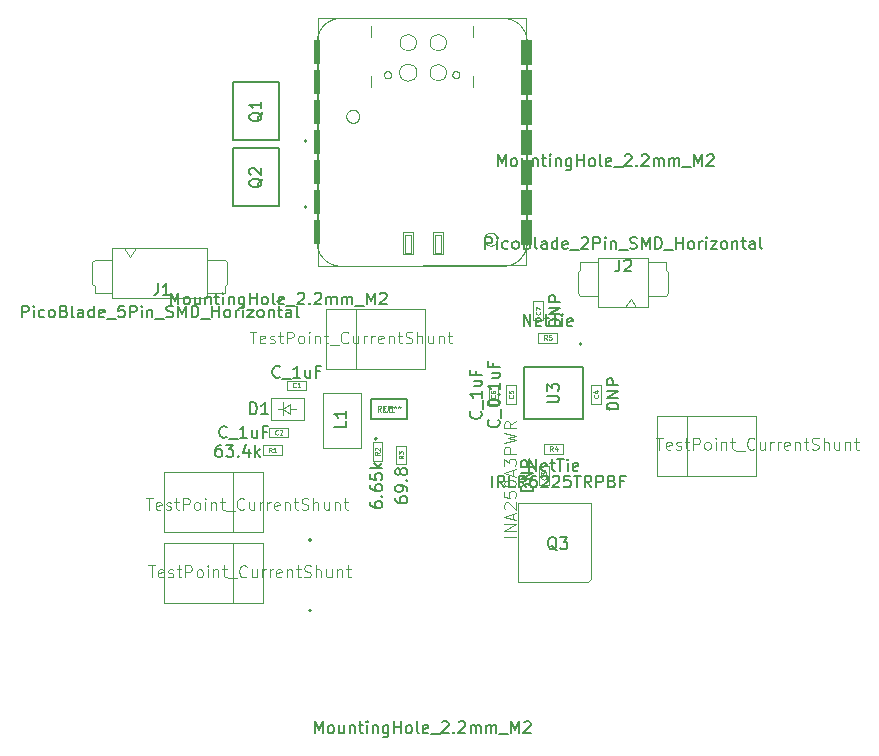
<source format=gbr>
G04 #@! TF.GenerationSoftware,KiCad,Pcbnew,5.1.5+dfsg1-2build2*
G04 #@! TF.CreationDate,2021-03-18T18:13:08+09:00*
G04 #@! TF.ProjectId,puck,7075636b-2e6b-4696-9361-645f70636258,rev?*
G04 #@! TF.SameCoordinates,Original*
G04 #@! TF.FileFunction,Other,Fab,Top*
%FSLAX46Y46*%
G04 Gerber Fmt 4.6, Leading zero omitted, Abs format (unit mm)*
G04 Created by KiCad (PCBNEW 5.1.5+dfsg1-2build2) date 2021-03-18 18:13:08*
%MOMM*%
%LPD*%
G04 APERTURE LIST*
%ADD10C,0.200000*%
%ADD11C,0.127000*%
%ADD12C,0.100000*%
%ADD13C,0.025400*%
%ADD14C,0.150000*%
%ADD15C,0.015000*%
%ADD16C,0.125000*%
%ADD17C,0.060000*%
G04 APERTURE END LIST*
D10*
X112355000Y-104295000D02*
G75*
G03X112355000Y-104295000I-100000J0D01*
G01*
D11*
X109975000Y-104250000D02*
X106125000Y-104250000D01*
X109975000Y-99350000D02*
X106125000Y-99350000D01*
X109975000Y-104250000D02*
X109975000Y-99350000D01*
X106125000Y-104250000D02*
X106125000Y-99350000D01*
D10*
X112355000Y-98695000D02*
G75*
G03X112355000Y-98695000I-100000J0D01*
G01*
D11*
X109975000Y-98650000D02*
X106125000Y-98650000D01*
X109975000Y-93750000D02*
X106125000Y-93750000D01*
X109975000Y-98650000D02*
X109975000Y-93750000D01*
X106125000Y-98650000D02*
X106125000Y-93750000D01*
D10*
X135633518Y-115884729D02*
G75*
G03X135633518Y-115884729I-100000J0D01*
G01*
D11*
X135758518Y-117874729D02*
X135758518Y-122274729D01*
X130758518Y-117874729D02*
X130758518Y-122274729D01*
X135758518Y-117874729D02*
X130758518Y-117874729D01*
X135758518Y-122274729D02*
X130758518Y-122274729D01*
X117790000Y-122250000D02*
X120810000Y-122250000D01*
X120810000Y-122250000D02*
X120810000Y-120550000D01*
X120810000Y-120550000D02*
X117790000Y-120550000D01*
X117790000Y-120550000D02*
X117790000Y-122250000D01*
D10*
X118308000Y-123935000D02*
G75*
G03X118308000Y-123935000I-100000J0D01*
G01*
D12*
X131975000Y-114962228D02*
X133575000Y-114962228D01*
X131975000Y-115787228D02*
X131975000Y-114962228D01*
X133575000Y-115787228D02*
X131975000Y-115787228D01*
X133575000Y-114962228D02*
X133575000Y-115787228D01*
X134058518Y-125187229D02*
X132458518Y-125187229D01*
X134058518Y-124362229D02*
X134058518Y-125187229D01*
X132458518Y-124362229D02*
X134058518Y-124362229D01*
X132458518Y-125187229D02*
X132458518Y-124362229D01*
X132350000Y-112300000D02*
X132350000Y-113900000D01*
X131550000Y-112300000D02*
X132350000Y-112300000D01*
X131550000Y-113900000D02*
X131550000Y-112300000D01*
X132350000Y-113900000D02*
X131550000Y-113900000D01*
X137258518Y-119349728D02*
X137258518Y-120949728D01*
X136458518Y-119349728D02*
X137258518Y-119349728D01*
X136458518Y-120949728D02*
X136458518Y-119349728D01*
X137258518Y-120949728D02*
X136458518Y-120949728D01*
X132050000Y-127875000D02*
X132050000Y-126275000D01*
X132850000Y-127875000D02*
X132050000Y-127875000D01*
X132850000Y-126275000D02*
X132850000Y-127875000D01*
X132050000Y-126275000D02*
X132850000Y-126275000D01*
D10*
X110070000Y-112310000D02*
G75*
G03X110070000Y-112310000I-100000J0D01*
G01*
D12*
X122360000Y-118040000D02*
X113980000Y-118040000D01*
X122360000Y-112960000D02*
X122360000Y-118040000D01*
X113980000Y-112960000D02*
X122360000Y-112960000D01*
X113980000Y-118040000D02*
X113980000Y-112960000D01*
X116520000Y-118040000D02*
X113980000Y-118040000D01*
X116520000Y-112960000D02*
X116520000Y-118040000D01*
X113980000Y-112960000D02*
X116520000Y-112960000D01*
D10*
X112730000Y-138490000D02*
G75*
G03X112730000Y-138490000I-100000J0D01*
G01*
D12*
X100240000Y-132760000D02*
X108620000Y-132760000D01*
X100240000Y-137840000D02*
X100240000Y-132760000D01*
X108620000Y-137840000D02*
X100240000Y-137840000D01*
X108620000Y-132760000D02*
X108620000Y-137840000D01*
X106080000Y-132760000D02*
X108620000Y-132760000D01*
X106080000Y-137840000D02*
X106080000Y-132760000D01*
X108620000Y-137840000D02*
X106080000Y-137840000D01*
X141988518Y-122034728D02*
X144528518Y-122034728D01*
X144528518Y-122034728D02*
X144528518Y-127114728D01*
X144528518Y-127114728D02*
X141988518Y-127114728D01*
X141988518Y-127114728D02*
X141988518Y-122034728D01*
X141988518Y-122034728D02*
X150368518Y-122034728D01*
X150368518Y-122034728D02*
X150368518Y-127114728D01*
X150368518Y-127114728D02*
X141988518Y-127114728D01*
D10*
X138078518Y-121384728D02*
G75*
G03X138078518Y-121384728I-100000J0D01*
G01*
X112730000Y-132490000D02*
G75*
G03X112730000Y-132490000I-100000J0D01*
G01*
D12*
X100240000Y-126760000D02*
X108620000Y-126760000D01*
X100240000Y-131840000D02*
X100240000Y-126760000D01*
X108620000Y-131840000D02*
X100240000Y-131840000D01*
X108620000Y-126760000D02*
X108620000Y-131840000D01*
X106080000Y-126760000D02*
X108620000Y-126760000D01*
X106080000Y-131840000D02*
X106080000Y-126760000D01*
X108620000Y-131840000D02*
X106080000Y-131840000D01*
X113750000Y-120050000D02*
X116950000Y-120050000D01*
X113750000Y-124750000D02*
X113750000Y-120050000D01*
X116950000Y-124750000D02*
X113750000Y-124750000D01*
X116950000Y-120050000D02*
X116950000Y-124750000D01*
D13*
X130747615Y-99779081D02*
X130747615Y-97783404D01*
X130752440Y-99779081D02*
X130752440Y-97783404D01*
X130752187Y-97783404D02*
X130752187Y-99779081D01*
X130751932Y-99779081D02*
X130751932Y-97783404D01*
X130751679Y-97783404D02*
X130751679Y-99779081D01*
X130743043Y-99779081D02*
X130743043Y-97783404D01*
X130750408Y-97783404D02*
X130750408Y-99779081D01*
X130742280Y-97783404D02*
X130742280Y-99779081D01*
X130751679Y-99779081D02*
X130751679Y-97783404D01*
X130749900Y-97783404D02*
X130749900Y-99779081D01*
X130751424Y-97783404D02*
X130751424Y-99779081D01*
X130747360Y-97783404D02*
X130747360Y-99779081D01*
X130751171Y-99779081D02*
X130751171Y-97783404D01*
X130749392Y-97783404D02*
X130749392Y-99779081D01*
X130748123Y-99779081D02*
X130748123Y-97783404D01*
X130746852Y-97783404D02*
X130746852Y-99779081D01*
X130746344Y-97783404D02*
X130746344Y-99779081D01*
X130745836Y-97783404D02*
X130745836Y-99779081D01*
X130744820Y-97783404D02*
X130744820Y-99779081D01*
X130742535Y-99779081D02*
X130742535Y-97783404D01*
X130743296Y-97783404D02*
X130743296Y-99779081D01*
X130741011Y-99779081D02*
X130741011Y-97783404D01*
X130747107Y-99779081D02*
X130747107Y-97783404D01*
X130745075Y-99779081D02*
X130745075Y-97783404D01*
X130744059Y-99779081D02*
X130744059Y-97783404D01*
X130750663Y-99779081D02*
X130750663Y-97783404D01*
X130745583Y-99779081D02*
X130745583Y-97783404D01*
X130745328Y-97783404D02*
X130745328Y-99779081D01*
X130750155Y-99779081D02*
X130750155Y-97783404D01*
X130749647Y-99779081D02*
X130749647Y-97783404D01*
X130749139Y-99779081D02*
X130749139Y-97783404D01*
X130741264Y-97783404D02*
X130741264Y-99779081D01*
X130748631Y-99779081D02*
X130748631Y-97783404D01*
X130743551Y-99779081D02*
X130743551Y-97783404D01*
X130748884Y-97783404D02*
X130748884Y-99779081D01*
X130740756Y-97783404D02*
X130740756Y-99779081D01*
X130746091Y-99779081D02*
X130746091Y-97783404D01*
X130743804Y-97783404D02*
X130743804Y-99779081D01*
X130742788Y-97783404D02*
X130742788Y-99779081D01*
X130742027Y-99779081D02*
X130742027Y-97783404D01*
X130741519Y-99779081D02*
X130741519Y-97783404D01*
X130753203Y-97783404D02*
X130753203Y-99779081D01*
X130750916Y-97783404D02*
X130750916Y-99779081D01*
X130752695Y-97783404D02*
X130752695Y-99779081D01*
X130741772Y-97783404D02*
X130741772Y-99779081D01*
X130744312Y-97783404D02*
X130744312Y-99779081D01*
X130744567Y-99779081D02*
X130744567Y-97783404D01*
X130752948Y-99779081D02*
X130752948Y-97783404D01*
X130748376Y-97783404D02*
X130748376Y-99779081D01*
X130747868Y-97783404D02*
X130747868Y-99779081D01*
X130746599Y-99779081D02*
X130746599Y-97783404D01*
X130731359Y-97783404D02*
X130731359Y-99779081D01*
X130726024Y-99779081D02*
X130726024Y-97783404D01*
X130735676Y-99779081D02*
X130735676Y-97783404D01*
X130734152Y-99779081D02*
X130734152Y-97783404D01*
X130729835Y-97783404D02*
X130729835Y-99779081D01*
X130733899Y-97783404D02*
X130733899Y-99779081D01*
X130729072Y-99779081D02*
X130729072Y-97783404D01*
X130732628Y-99779081D02*
X130732628Y-97783404D01*
X130725008Y-99779081D02*
X130725008Y-97783404D01*
X130729580Y-99779081D02*
X130729580Y-97783404D01*
X130735931Y-97783404D02*
X130735931Y-99779081D01*
X130735423Y-97783404D02*
X130735423Y-99779081D01*
X130734915Y-97783404D02*
X130734915Y-99779081D01*
X130732120Y-99779081D02*
X130732120Y-97783404D01*
X130729327Y-97783404D02*
X130729327Y-99779081D01*
X130727548Y-99779081D02*
X130727548Y-97783404D01*
X130727040Y-99779081D02*
X130727040Y-97783404D01*
X130725516Y-99779081D02*
X130725516Y-97783404D01*
X130733644Y-99779081D02*
X130733644Y-97783404D01*
X130731867Y-97783404D02*
X130731867Y-99779081D01*
X130728819Y-97783404D02*
X130728819Y-99779081D01*
X130725263Y-97783404D02*
X130725263Y-99779081D01*
X130730596Y-99779081D02*
X130730596Y-97783404D01*
X130739487Y-99779081D02*
X130739487Y-97783404D01*
X130735168Y-99779081D02*
X130735168Y-97783404D01*
X130731104Y-99779081D02*
X130731104Y-97783404D01*
X130727295Y-97783404D02*
X130727295Y-99779081D01*
X130734407Y-97783404D02*
X130734407Y-99779081D01*
X130739995Y-99779081D02*
X130739995Y-97783404D01*
X130727803Y-97783404D02*
X130727803Y-99779081D01*
X130740503Y-99779081D02*
X130740503Y-97783404D01*
X130740248Y-97783404D02*
X130740248Y-99779081D01*
X130730851Y-97783404D02*
X130730851Y-99779081D01*
X130734660Y-99779081D02*
X130734660Y-97783404D01*
X130739740Y-97783404D02*
X130739740Y-99779081D01*
X130733136Y-99779081D02*
X130733136Y-97783404D01*
X130725771Y-97783404D02*
X130725771Y-99779081D01*
X130728056Y-99779081D02*
X130728056Y-97783404D01*
X130738471Y-99779081D02*
X130738471Y-97783404D01*
X130726279Y-97783404D02*
X130726279Y-99779081D01*
X130730088Y-99779081D02*
X130730088Y-97783404D01*
X130728311Y-97783404D02*
X130728311Y-99779081D01*
X130739232Y-97783404D02*
X130739232Y-99779081D01*
X130738979Y-99779081D02*
X130738979Y-97783404D01*
X130738724Y-97783404D02*
X130738724Y-99779081D01*
X130733391Y-97783404D02*
X130733391Y-99779081D01*
X130738216Y-97783404D02*
X130738216Y-99779081D01*
X130731612Y-99779081D02*
X130731612Y-97783404D01*
X130732375Y-97783404D02*
X130732375Y-99779081D01*
X130728564Y-99779081D02*
X130728564Y-97783404D01*
X130737963Y-99779081D02*
X130737963Y-97783404D01*
X130737200Y-97783404D02*
X130737200Y-99779081D01*
X130726787Y-97783404D02*
X130726787Y-99779081D01*
X130737455Y-99779081D02*
X130737455Y-97783404D01*
X130726532Y-99779081D02*
X130726532Y-97783404D01*
X130724755Y-97783404D02*
X130724755Y-99779081D01*
X130737708Y-97783404D02*
X130737708Y-99779081D01*
X130736947Y-99779081D02*
X130736947Y-97783404D01*
X130736692Y-97783404D02*
X130736692Y-99779081D01*
X130730343Y-97783404D02*
X130730343Y-99779081D01*
X130736439Y-99779081D02*
X130736439Y-97783404D01*
X130736184Y-97783404D02*
X130736184Y-99779081D01*
X130735931Y-99779081D02*
X130735931Y-97783404D01*
X130732883Y-97783404D02*
X130732883Y-99779081D01*
X130709260Y-97783404D02*
X130709260Y-99779081D01*
X130710531Y-99779081D02*
X130710531Y-97783404D01*
X130717135Y-99779081D02*
X130717135Y-97783404D01*
X130714595Y-99779081D02*
X130714595Y-97783404D01*
X130710784Y-97783404D02*
X130710784Y-99779081D01*
X130719420Y-97783404D02*
X130719420Y-99779081D01*
X130721199Y-97783404D02*
X130721199Y-99779081D01*
X130720691Y-97783404D02*
X130720691Y-99779081D01*
X130709515Y-99779081D02*
X130709515Y-97783404D01*
X130724500Y-99779081D02*
X130724500Y-97783404D01*
X130724247Y-97783404D02*
X130724247Y-99779081D01*
X130723992Y-99779081D02*
X130723992Y-97783404D01*
X130723739Y-97783404D02*
X130723739Y-99779081D01*
X130723484Y-99779081D02*
X130723484Y-97783404D01*
X130723231Y-97783404D02*
X130723231Y-99779081D01*
X130722215Y-97783404D02*
X130722215Y-99779081D01*
X130716627Y-99779081D02*
X130716627Y-97783404D01*
X130712055Y-99779081D02*
X130712055Y-97783404D01*
X130713579Y-99779081D02*
X130713579Y-97783404D01*
X130708752Y-97783404D02*
X130708752Y-99779081D01*
X130715356Y-97783404D02*
X130715356Y-99779081D01*
X130711800Y-97783404D02*
X130711800Y-99779081D01*
X130716880Y-97783404D02*
X130716880Y-99779081D01*
X130722723Y-97783404D02*
X130722723Y-99779081D01*
X130722976Y-99779081D02*
X130722976Y-97783404D01*
X130722468Y-99779081D02*
X130722468Y-97783404D01*
X130716372Y-97783404D02*
X130716372Y-99779081D01*
X130709007Y-99779081D02*
X130709007Y-97783404D01*
X130721960Y-99779081D02*
X130721960Y-97783404D01*
X130712308Y-97783404D02*
X130712308Y-99779081D01*
X130719167Y-99779081D02*
X130719167Y-97783404D01*
X130721707Y-97783404D02*
X130721707Y-99779081D01*
X130721452Y-99779081D02*
X130721452Y-97783404D01*
X130713832Y-97783404D02*
X130713832Y-99779081D01*
X130720944Y-99779081D02*
X130720944Y-97783404D01*
X130719928Y-99779081D02*
X130719928Y-97783404D01*
X130717896Y-97783404D02*
X130717896Y-99779081D01*
X130715611Y-99779081D02*
X130715611Y-97783404D01*
X130717388Y-97783404D02*
X130717388Y-99779081D01*
X130715103Y-99779081D02*
X130715103Y-97783404D01*
X130716119Y-99779081D02*
X130716119Y-97783404D01*
X130710023Y-99779081D02*
X130710023Y-97783404D01*
X130712563Y-99779081D02*
X130712563Y-97783404D01*
X130711547Y-99779081D02*
X130711547Y-97783404D01*
X130710276Y-97783404D02*
X130710276Y-99779081D01*
X130711039Y-99779081D02*
X130711039Y-97783404D01*
X130713071Y-99779081D02*
X130713071Y-97783404D01*
X130714087Y-99779081D02*
X130714087Y-97783404D01*
X130714848Y-97783404D02*
X130714848Y-99779081D01*
X130711292Y-97783404D02*
X130711292Y-99779081D01*
X130718912Y-97783404D02*
X130718912Y-99779081D01*
X130720436Y-99779081D02*
X130720436Y-97783404D01*
X130720183Y-97783404D02*
X130720183Y-99779081D01*
X130719675Y-99779081D02*
X130719675Y-97783404D01*
X130712816Y-97783404D02*
X130712816Y-99779081D01*
X130718659Y-99779081D02*
X130718659Y-97783404D01*
X130715864Y-97783404D02*
X130715864Y-99779081D01*
X130718151Y-99779081D02*
X130718151Y-97783404D01*
X130709768Y-97783404D02*
X130709768Y-99779081D01*
X130717643Y-99779081D02*
X130717643Y-97783404D01*
X130713324Y-97783404D02*
X130713324Y-99779081D01*
X130719928Y-97783404D02*
X130719928Y-99779081D01*
X130718404Y-97783404D02*
X130718404Y-99779081D01*
X130714340Y-97783404D02*
X130714340Y-99779081D01*
X130700116Y-99779081D02*
X130700116Y-97783404D01*
X130699863Y-97783404D02*
X130699863Y-99779081D01*
X130703419Y-97783404D02*
X130703419Y-99779081D01*
X130701132Y-99779081D02*
X130701132Y-97783404D01*
X130698592Y-99779081D02*
X130698592Y-97783404D01*
X130697576Y-99779081D02*
X130697576Y-97783404D01*
X130697323Y-97783404D02*
X130697323Y-99779081D01*
X130697068Y-99779081D02*
X130697068Y-97783404D01*
X130695036Y-99779081D02*
X130695036Y-97783404D01*
X130693767Y-97783404D02*
X130693767Y-99779081D01*
X130692751Y-97783404D02*
X130692751Y-99779081D01*
X130703164Y-99779081D02*
X130703164Y-97783404D01*
X130693004Y-99779081D02*
X130693004Y-97783404D01*
X130708499Y-99779081D02*
X130708499Y-97783404D01*
X130701387Y-97783404D02*
X130701387Y-99779081D01*
X130698339Y-97783404D02*
X130698339Y-99779081D01*
X130698084Y-99779081D02*
X130698084Y-97783404D01*
X130699100Y-99779081D02*
X130699100Y-97783404D01*
X130708244Y-97783404D02*
X130708244Y-99779081D01*
X130707991Y-99779081D02*
X130707991Y-97783404D01*
X130707736Y-97783404D02*
X130707736Y-99779081D01*
X130698847Y-97783404D02*
X130698847Y-99779081D01*
X130707483Y-99779081D02*
X130707483Y-97783404D01*
X130704180Y-99779081D02*
X130704180Y-97783404D01*
X130693259Y-97783404D02*
X130693259Y-99779081D01*
X130705196Y-97783404D02*
X130705196Y-99779081D01*
X130695544Y-99779081D02*
X130695544Y-97783404D01*
X130700371Y-97783404D02*
X130700371Y-99779081D01*
X130707228Y-97783404D02*
X130707228Y-99779081D01*
X130705451Y-99779081D02*
X130705451Y-97783404D01*
X130693512Y-99779081D02*
X130693512Y-97783404D01*
X130706975Y-99779081D02*
X130706975Y-97783404D01*
X130695291Y-97783404D02*
X130695291Y-99779081D01*
X130706212Y-97783404D02*
X130706212Y-99779081D01*
X130705959Y-99779081D02*
X130705959Y-97783404D01*
X130703672Y-99779081D02*
X130703672Y-97783404D01*
X130694275Y-97783404D02*
X130694275Y-99779081D01*
X130694783Y-97783404D02*
X130694783Y-99779081D01*
X130704180Y-97783404D02*
X130704180Y-99779081D01*
X130704688Y-97783404D02*
X130704688Y-99779081D01*
X130704435Y-99779081D02*
X130704435Y-97783404D01*
X130699355Y-97783404D02*
X130699355Y-99779081D01*
X130694528Y-99779081D02*
X130694528Y-97783404D01*
X130696052Y-99779081D02*
X130696052Y-97783404D01*
X130699608Y-99779081D02*
X130699608Y-97783404D01*
X130702148Y-99779081D02*
X130702148Y-97783404D01*
X130703927Y-97783404D02*
X130703927Y-99779081D01*
X130702911Y-97783404D02*
X130702911Y-99779081D01*
X130696815Y-97783404D02*
X130696815Y-99779081D01*
X130695799Y-97783404D02*
X130695799Y-99779081D01*
X130696307Y-97783404D02*
X130696307Y-99779081D01*
X130701895Y-97783404D02*
X130701895Y-99779081D01*
X130706720Y-97783404D02*
X130706720Y-99779081D01*
X130706467Y-99779081D02*
X130706467Y-97783404D01*
X130705704Y-97783404D02*
X130705704Y-99779081D01*
X130696560Y-99779081D02*
X130696560Y-97783404D01*
X130701640Y-99779081D02*
X130701640Y-97783404D01*
X130694020Y-99779081D02*
X130694020Y-97783404D01*
X130702403Y-97783404D02*
X130702403Y-99779081D01*
X130700624Y-99779081D02*
X130700624Y-97783404D01*
X130697831Y-97783404D02*
X130697831Y-99779081D01*
X130704943Y-99779081D02*
X130704943Y-97783404D01*
X130700879Y-97783404D02*
X130700879Y-99779081D01*
X130702656Y-99779081D02*
X130702656Y-97783404D01*
X130681320Y-97783404D02*
X130681320Y-99779081D01*
X130680559Y-99779081D02*
X130680559Y-97783404D01*
X130688179Y-99779081D02*
X130688179Y-97783404D01*
X130692496Y-99779081D02*
X130692496Y-97783404D01*
X130690972Y-99779081D02*
X130690972Y-97783404D01*
X130690464Y-99779081D02*
X130690464Y-97783404D01*
X130688940Y-99779081D02*
X130688940Y-97783404D01*
X130686400Y-97783404D02*
X130686400Y-99779081D01*
X130686147Y-99779081D02*
X130686147Y-97783404D01*
X130678019Y-99779081D02*
X130678019Y-97783404D01*
X130684368Y-97783404D02*
X130684368Y-99779081D01*
X130678272Y-97783404D02*
X130678272Y-99779081D01*
X130680051Y-99779081D02*
X130680051Y-97783404D01*
X130688179Y-97783404D02*
X130688179Y-99779081D01*
X130677764Y-97783404D02*
X130677764Y-99779081D01*
X130686908Y-97783404D02*
X130686908Y-99779081D01*
X130677003Y-99779081D02*
X130677003Y-97783404D01*
X130677511Y-99779081D02*
X130677511Y-97783404D01*
X130692243Y-97783404D02*
X130692243Y-99779081D01*
X130679796Y-97783404D02*
X130679796Y-99779081D01*
X130678780Y-97783404D02*
X130678780Y-99779081D01*
X130691480Y-99779081D02*
X130691480Y-97783404D01*
X130691988Y-99779081D02*
X130691988Y-97783404D01*
X130688432Y-99779081D02*
X130688432Y-97783404D01*
X130687924Y-97783404D02*
X130687924Y-99779081D01*
X130687671Y-99779081D02*
X130687671Y-97783404D01*
X130677256Y-97783404D02*
X130677256Y-99779081D01*
X130687416Y-97783404D02*
X130687416Y-99779081D01*
X130683860Y-97783404D02*
X130683860Y-99779081D01*
X130682336Y-97783404D02*
X130682336Y-99779081D01*
X130685131Y-99779081D02*
X130685131Y-97783404D01*
X130683099Y-99779081D02*
X130683099Y-97783404D01*
X130691735Y-97783404D02*
X130691735Y-99779081D01*
X130691227Y-97783404D02*
X130691227Y-99779081D01*
X130689703Y-97783404D02*
X130689703Y-99779081D01*
X130683352Y-97783404D02*
X130683352Y-99779081D01*
X130688687Y-97783404D02*
X130688687Y-99779081D01*
X130684115Y-99779081D02*
X130684115Y-97783404D01*
X130690719Y-97783404D02*
X130690719Y-99779081D01*
X130690211Y-97783404D02*
X130690211Y-99779081D01*
X130689956Y-99779081D02*
X130689956Y-97783404D01*
X130686655Y-99779081D02*
X130686655Y-97783404D01*
X130689448Y-99779081D02*
X130689448Y-97783404D01*
X130684876Y-97783404D02*
X130684876Y-99779081D01*
X130682591Y-99779081D02*
X130682591Y-97783404D01*
X130678527Y-99779081D02*
X130678527Y-97783404D01*
X130682083Y-99779081D02*
X130682083Y-97783404D01*
X130689195Y-97783404D02*
X130689195Y-99779081D01*
X130687163Y-99779081D02*
X130687163Y-97783404D01*
X130685892Y-97783404D02*
X130685892Y-99779081D01*
X130682844Y-97783404D02*
X130682844Y-99779081D01*
X130685639Y-99779081D02*
X130685639Y-97783404D01*
X130685384Y-97783404D02*
X130685384Y-99779081D01*
X130679288Y-97783404D02*
X130679288Y-99779081D01*
X130679035Y-99779081D02*
X130679035Y-97783404D01*
X130684623Y-99779081D02*
X130684623Y-97783404D01*
X130683607Y-99779081D02*
X130683607Y-97783404D01*
X130681067Y-99779081D02*
X130681067Y-97783404D01*
X130680304Y-97783404D02*
X130680304Y-99779081D01*
X130679543Y-99779081D02*
X130679543Y-97783404D01*
X130680812Y-97783404D02*
X130680812Y-99779081D01*
X130681828Y-97783404D02*
X130681828Y-99779081D01*
X130676748Y-97783404D02*
X130676748Y-99779081D01*
X130681575Y-99779081D02*
X130681575Y-97783404D01*
X130675479Y-99779081D02*
X130675479Y-97783404D01*
X130675224Y-97783404D02*
X130675224Y-99779081D01*
X130666335Y-97783404D02*
X130666335Y-99779081D01*
X130663287Y-97783404D02*
X130663287Y-99779081D01*
X130662271Y-97783404D02*
X130662271Y-99779081D01*
X130670144Y-99779081D02*
X130670144Y-97783404D01*
X130664556Y-99779081D02*
X130664556Y-97783404D01*
X130663795Y-97783404D02*
X130663795Y-99779081D01*
X130674971Y-99779081D02*
X130674971Y-97783404D01*
X130674463Y-99779081D02*
X130674463Y-97783404D01*
X130674716Y-97783404D02*
X130674716Y-99779081D01*
X130674208Y-97783404D02*
X130674208Y-99779081D01*
X130673700Y-97783404D02*
X130673700Y-99779081D01*
X130673447Y-99779081D02*
X130673447Y-97783404D01*
X130668367Y-97783404D02*
X130668367Y-99779081D01*
X130661000Y-99779081D02*
X130661000Y-97783404D01*
X130673192Y-97783404D02*
X130673192Y-99779081D01*
X130672939Y-99779081D02*
X130672939Y-97783404D01*
X130669636Y-99779081D02*
X130669636Y-97783404D01*
X130669383Y-97783404D02*
X130669383Y-99779081D01*
X130667859Y-97783404D02*
X130667859Y-99779081D01*
X130661508Y-99779081D02*
X130661508Y-97783404D01*
X130662016Y-99779081D02*
X130662016Y-97783404D01*
X130672431Y-99779081D02*
X130672431Y-97783404D01*
X130671923Y-97783404D02*
X130671923Y-99779081D01*
X130665319Y-97783404D02*
X130665319Y-99779081D01*
X130672431Y-97783404D02*
X130672431Y-99779081D01*
X130669891Y-97783404D02*
X130669891Y-99779081D01*
X130667604Y-99779081D02*
X130667604Y-97783404D01*
X130670907Y-97783404D02*
X130670907Y-99779081D01*
X130669128Y-99779081D02*
X130669128Y-97783404D01*
X130664048Y-99779081D02*
X130664048Y-97783404D01*
X130668875Y-97783404D02*
X130668875Y-99779081D01*
X130667096Y-99779081D02*
X130667096Y-97783404D01*
X130668112Y-99779081D02*
X130668112Y-97783404D01*
X130664303Y-97783404D02*
X130664303Y-99779081D01*
X130667351Y-97783404D02*
X130667351Y-99779081D01*
X130663540Y-99779081D02*
X130663540Y-97783404D01*
X130668620Y-99779081D02*
X130668620Y-97783404D01*
X130666080Y-99779081D02*
X130666080Y-97783404D01*
X130663032Y-99779081D02*
X130663032Y-97783404D01*
X130665572Y-99779081D02*
X130665572Y-97783404D01*
X130664811Y-97783404D02*
X130664811Y-99779081D01*
X130661255Y-97783404D02*
X130661255Y-99779081D01*
X130662524Y-99779081D02*
X130662524Y-97783404D01*
X130660747Y-97783404D02*
X130660747Y-99779081D01*
X130672176Y-99779081D02*
X130672176Y-97783404D01*
X130665827Y-97783404D02*
X130665827Y-99779081D01*
X130662779Y-97783404D02*
X130662779Y-99779081D01*
X130670652Y-99779081D02*
X130670652Y-97783404D01*
X130671668Y-99779081D02*
X130671668Y-97783404D01*
X130676495Y-99779081D02*
X130676495Y-97783404D01*
X130676240Y-97783404D02*
X130676240Y-99779081D01*
X130675987Y-99779081D02*
X130675987Y-97783404D01*
X130673955Y-99779081D02*
X130673955Y-97783404D01*
X130671160Y-99779081D02*
X130671160Y-97783404D01*
X130666588Y-99779081D02*
X130666588Y-97783404D01*
X130675732Y-97783404D02*
X130675732Y-99779081D01*
X130671415Y-97783404D02*
X130671415Y-99779081D01*
X130661763Y-97783404D02*
X130661763Y-99779081D01*
X130670399Y-97783404D02*
X130670399Y-99779081D01*
X130665064Y-99779081D02*
X130665064Y-97783404D01*
X130666843Y-97783404D02*
X130666843Y-99779081D01*
X130672684Y-97783404D02*
X130672684Y-99779081D01*
X130659223Y-97783404D02*
X130659223Y-99779081D01*
X130658968Y-99779081D02*
X130658968Y-97783404D01*
X130658715Y-97783404D02*
X130658715Y-99779081D01*
X130655412Y-97783404D02*
X130655412Y-99779081D01*
X130657952Y-99779081D02*
X130657952Y-97783404D01*
X130656936Y-99779081D02*
X130656936Y-97783404D01*
X130656683Y-97783404D02*
X130656683Y-99779081D01*
X130654143Y-99779081D02*
X130654143Y-97783404D01*
X130656428Y-99779081D02*
X130656428Y-97783404D01*
X130656175Y-99779081D02*
X130656175Y-97783404D01*
X130651856Y-97783404D02*
X130651856Y-99779081D01*
X130650079Y-99779081D02*
X130650079Y-97783404D01*
X130647539Y-99779081D02*
X130647539Y-97783404D01*
X130655920Y-97783404D02*
X130655920Y-99779081D01*
X130654651Y-99779081D02*
X130654651Y-97783404D01*
X130649316Y-97783404D02*
X130649316Y-99779081D01*
X130652872Y-97783404D02*
X130652872Y-99779081D01*
X130644999Y-99779081D02*
X130644999Y-97783404D01*
X130655667Y-99779081D02*
X130655667Y-97783404D01*
X130654904Y-97783404D02*
X130654904Y-99779081D01*
X130646776Y-97783404D02*
X130646776Y-99779081D01*
X130644744Y-97783404D02*
X130644744Y-99779081D01*
X130654396Y-97783404D02*
X130654396Y-99779081D01*
X130653635Y-99779081D02*
X130653635Y-97783404D01*
X130653380Y-97783404D02*
X130653380Y-99779081D01*
X130653127Y-99779081D02*
X130653127Y-97783404D01*
X130652619Y-99779081D02*
X130652619Y-97783404D01*
X130651348Y-97783404D02*
X130651348Y-99779081D01*
X130649063Y-99779081D02*
X130649063Y-97783404D01*
X130645252Y-97783404D02*
X130645252Y-99779081D01*
X130649824Y-97783404D02*
X130649824Y-99779081D01*
X130650332Y-97783404D02*
X130650332Y-99779081D01*
X130646523Y-99779081D02*
X130646523Y-97783404D01*
X130648555Y-99779081D02*
X130648555Y-97783404D01*
X130647284Y-97783404D02*
X130647284Y-99779081D01*
X130645760Y-97783404D02*
X130645760Y-99779081D01*
X130648300Y-97783404D02*
X130648300Y-99779081D01*
X130647031Y-99779081D02*
X130647031Y-97783404D01*
X130646268Y-97783404D02*
X130646268Y-99779081D01*
X130658460Y-99779081D02*
X130658460Y-97783404D01*
X130657191Y-97783404D02*
X130657191Y-99779081D01*
X130650587Y-99779081D02*
X130650587Y-97783404D01*
X130655159Y-99779081D02*
X130655159Y-97783404D01*
X130646015Y-99779081D02*
X130646015Y-97783404D01*
X130650840Y-97783404D02*
X130650840Y-99779081D01*
X130651603Y-99779081D02*
X130651603Y-97783404D01*
X130648047Y-99779081D02*
X130648047Y-97783404D01*
X130652364Y-97783404D02*
X130652364Y-99779081D01*
X130657699Y-97783404D02*
X130657699Y-99779081D01*
X130649571Y-99779081D02*
X130649571Y-97783404D01*
X130658207Y-97783404D02*
X130658207Y-99779081D01*
X130656428Y-97783404D02*
X130656428Y-99779081D01*
X130651095Y-99779081D02*
X130651095Y-97783404D01*
X130648808Y-97783404D02*
X130648808Y-99779081D01*
X130657444Y-99779081D02*
X130657444Y-97783404D01*
X130647792Y-97783404D02*
X130647792Y-99779081D01*
X130653888Y-97783404D02*
X130653888Y-99779081D01*
X130652111Y-99779081D02*
X130652111Y-97783404D01*
X130659476Y-99779081D02*
X130659476Y-97783404D01*
X130645507Y-99779081D02*
X130645507Y-97783404D01*
X130660492Y-99779081D02*
X130660492Y-97783404D01*
X130660239Y-97783404D02*
X130660239Y-99779081D01*
X130659984Y-99779081D02*
X130659984Y-97783404D01*
X130659731Y-97783404D02*
X130659731Y-99779081D01*
X130635855Y-97783404D02*
X130635855Y-99779081D01*
X130635600Y-99779081D02*
X130635600Y-97783404D01*
X130643220Y-97783404D02*
X130643220Y-99779081D01*
X130640680Y-99779081D02*
X130640680Y-97783404D01*
X130628743Y-97783404D02*
X130628743Y-99779081D01*
X130642967Y-99779081D02*
X130642967Y-97783404D01*
X130642459Y-99779081D02*
X130642459Y-97783404D01*
X130642204Y-97783404D02*
X130642204Y-99779081D01*
X130639919Y-97783404D02*
X130639919Y-99779081D01*
X130638395Y-97783404D02*
X130638395Y-99779081D01*
X130631791Y-97783404D02*
X130631791Y-99779081D01*
X130639156Y-99779081D02*
X130639156Y-97783404D01*
X130636871Y-97783404D02*
X130636871Y-99779081D01*
X130632299Y-97783404D02*
X130632299Y-99779081D01*
X130631283Y-97783404D02*
X130631283Y-99779081D01*
X130629251Y-97783404D02*
X130629251Y-99779081D01*
X130634076Y-99779081D02*
X130634076Y-97783404D01*
X130641951Y-99779081D02*
X130641951Y-97783404D01*
X130635347Y-97783404D02*
X130635347Y-99779081D01*
X130639411Y-97783404D02*
X130639411Y-99779081D01*
X130632044Y-99779081D02*
X130632044Y-97783404D01*
X130638903Y-97783404D02*
X130638903Y-99779081D01*
X130637632Y-99779081D02*
X130637632Y-97783404D01*
X130637124Y-99779081D02*
X130637124Y-97783404D01*
X130634331Y-97783404D02*
X130634331Y-99779081D01*
X130636616Y-99779081D02*
X130636616Y-97783404D01*
X130629504Y-99779081D02*
X130629504Y-97783404D01*
X130633568Y-99779081D02*
X130633568Y-97783404D01*
X130633060Y-99779081D02*
X130633060Y-97783404D01*
X130631028Y-99779081D02*
X130631028Y-97783404D01*
X130635092Y-99779081D02*
X130635092Y-97783404D01*
X130633315Y-97783404D02*
X130633315Y-99779081D01*
X130634839Y-97783404D02*
X130634839Y-99779081D01*
X130630012Y-99779081D02*
X130630012Y-97783404D01*
X130632552Y-99779081D02*
X130632552Y-97783404D01*
X130630775Y-97783404D02*
X130630775Y-99779081D01*
X130628996Y-99779081D02*
X130628996Y-97783404D01*
X130634584Y-99779081D02*
X130634584Y-97783404D01*
X130633823Y-97783404D02*
X130633823Y-99779081D01*
X130644491Y-99779081D02*
X130644491Y-97783404D01*
X130643475Y-99779081D02*
X130643475Y-97783404D01*
X130640935Y-99779081D02*
X130640935Y-97783404D01*
X130641696Y-97783404D02*
X130641696Y-99779081D01*
X130641188Y-97783404D02*
X130641188Y-99779081D01*
X130638140Y-99779081D02*
X130638140Y-97783404D01*
X130631536Y-99779081D02*
X130631536Y-97783404D01*
X130630267Y-97783404D02*
X130630267Y-99779081D01*
X130637887Y-97783404D02*
X130637887Y-99779081D01*
X130639664Y-99779081D02*
X130639664Y-97783404D01*
X130644236Y-97783404D02*
X130644236Y-99779081D01*
X130640172Y-99779081D02*
X130640172Y-97783404D01*
X130643728Y-97783404D02*
X130643728Y-99779081D01*
X130636363Y-97783404D02*
X130636363Y-99779081D01*
X130640427Y-97783404D02*
X130640427Y-99779081D01*
X130638648Y-99779081D02*
X130638648Y-97783404D01*
X130637379Y-97783404D02*
X130637379Y-99779081D01*
X130642712Y-97783404D02*
X130642712Y-99779081D01*
X130632807Y-97783404D02*
X130632807Y-99779081D01*
X130640680Y-97783404D02*
X130640680Y-99779081D01*
X130629759Y-97783404D02*
X130629759Y-99779081D01*
X130643983Y-99779081D02*
X130643983Y-97783404D01*
X130641443Y-99779081D02*
X130641443Y-97783404D01*
X130636108Y-99779081D02*
X130636108Y-97783404D01*
X130630520Y-99779081D02*
X130630520Y-97783404D01*
X130619091Y-99779081D02*
X130619091Y-97783404D01*
X130618583Y-99779081D02*
X130618583Y-97783404D01*
X130614519Y-99779081D02*
X130614519Y-97783404D01*
X130613248Y-97783404D02*
X130613248Y-99779081D01*
X130616043Y-99779081D02*
X130616043Y-97783404D01*
X130615788Y-97783404D02*
X130615788Y-99779081D01*
X130612995Y-99779081D02*
X130612995Y-97783404D01*
X130619344Y-97783404D02*
X130619344Y-99779081D01*
X130624679Y-99779081D02*
X130624679Y-97783404D01*
X130615027Y-99779081D02*
X130615027Y-97783404D01*
X130621631Y-99779081D02*
X130621631Y-97783404D01*
X130614264Y-97783404D02*
X130614264Y-99779081D01*
X130615280Y-97783404D02*
X130615280Y-99779081D01*
X130623155Y-99779081D02*
X130623155Y-97783404D01*
X130622647Y-99779081D02*
X130622647Y-97783404D01*
X130614772Y-97783404D02*
X130614772Y-99779081D01*
X130621376Y-97783404D02*
X130621376Y-99779081D01*
X130628488Y-99779081D02*
X130628488Y-97783404D01*
X130627219Y-97783404D02*
X130627219Y-99779081D01*
X130621884Y-97783404D02*
X130621884Y-99779081D01*
X130619852Y-97783404D02*
X130619852Y-99779081D01*
X130617567Y-99779081D02*
X130617567Y-97783404D01*
X130616804Y-97783404D02*
X130616804Y-99779081D01*
X130628235Y-97783404D02*
X130628235Y-99779081D01*
X130627980Y-99779081D02*
X130627980Y-97783404D01*
X130626964Y-99779081D02*
X130626964Y-97783404D01*
X130623916Y-97783404D02*
X130623916Y-99779081D01*
X130622139Y-99779081D02*
X130622139Y-97783404D01*
X130626711Y-97783404D02*
X130626711Y-99779081D01*
X130626203Y-97783404D02*
X130626203Y-99779081D01*
X130624679Y-97783404D02*
X130624679Y-99779081D01*
X130620615Y-99779081D02*
X130620615Y-97783404D01*
X130617059Y-99779081D02*
X130617059Y-97783404D01*
X130613503Y-99779081D02*
X130613503Y-97783404D01*
X130627727Y-97783404D02*
X130627727Y-99779081D01*
X130626456Y-99779081D02*
X130626456Y-97783404D01*
X130625948Y-99779081D02*
X130625948Y-97783404D01*
X130620107Y-99779081D02*
X130620107Y-97783404D01*
X130614011Y-99779081D02*
X130614011Y-97783404D01*
X130619599Y-99779081D02*
X130619599Y-97783404D01*
X130624171Y-99779081D02*
X130624171Y-97783404D01*
X130621123Y-99779081D02*
X130621123Y-97783404D01*
X130623408Y-97783404D02*
X130623408Y-99779081D01*
X130612740Y-97783404D02*
X130612740Y-99779081D01*
X130617820Y-97783404D02*
X130617820Y-99779081D01*
X130616296Y-97783404D02*
X130616296Y-99779081D01*
X130617312Y-97783404D02*
X130617312Y-99779081D01*
X130613756Y-97783404D02*
X130613756Y-99779081D01*
X130620360Y-97783404D02*
X130620360Y-99779081D01*
X130618328Y-97783404D02*
X130618328Y-99779081D01*
X130618075Y-99779081D02*
X130618075Y-97783404D01*
X130615535Y-99779081D02*
X130615535Y-97783404D01*
X130618836Y-97783404D02*
X130618836Y-99779081D01*
X130627472Y-99779081D02*
X130627472Y-97783404D01*
X130625695Y-97783404D02*
X130625695Y-99779081D01*
X130625187Y-97783404D02*
X130625187Y-99779081D01*
X130624424Y-97783404D02*
X130624424Y-99779081D01*
X130623663Y-99779081D02*
X130623663Y-97783404D01*
X130622900Y-97783404D02*
X130622900Y-99779081D01*
X130616551Y-99779081D02*
X130616551Y-97783404D01*
X130625440Y-99779081D02*
X130625440Y-97783404D01*
X130624932Y-99779081D02*
X130624932Y-97783404D01*
X130622392Y-97783404D02*
X130622392Y-99779081D01*
X130620868Y-97783404D02*
X130620868Y-99779081D01*
X130603596Y-99779081D02*
X130603596Y-97783404D01*
X130603343Y-97783404D02*
X130603343Y-99779081D01*
X130600295Y-97783404D02*
X130600295Y-99779081D01*
X130603088Y-99779081D02*
X130603088Y-97783404D01*
X130601056Y-99779081D02*
X130601056Y-97783404D01*
X130610708Y-97783404D02*
X130610708Y-99779081D01*
X130609439Y-99779081D02*
X130609439Y-97783404D01*
X130609184Y-97783404D02*
X130609184Y-99779081D01*
X130607407Y-97783404D02*
X130607407Y-99779081D01*
X130600803Y-97783404D02*
X130600803Y-99779081D01*
X130608423Y-97783404D02*
X130608423Y-99779081D01*
X130606136Y-99779081D02*
X130606136Y-97783404D01*
X130601311Y-97783404D02*
X130601311Y-99779081D01*
X130605883Y-97783404D02*
X130605883Y-99779081D01*
X130602580Y-99779081D02*
X130602580Y-97783404D01*
X130600548Y-99779081D02*
X130600548Y-97783404D01*
X130597247Y-97783404D02*
X130597247Y-99779081D01*
X130599787Y-97783404D02*
X130599787Y-99779081D01*
X130609947Y-99779081D02*
X130609947Y-97783404D01*
X130605375Y-97783404D02*
X130605375Y-99779081D01*
X130602327Y-97783404D02*
X130602327Y-99779081D01*
X130600040Y-99779081D02*
X130600040Y-97783404D01*
X130611979Y-99779081D02*
X130611979Y-97783404D01*
X130611471Y-99779081D02*
X130611471Y-97783404D01*
X130598516Y-99779081D02*
X130598516Y-97783404D01*
X130605120Y-99779081D02*
X130605120Y-97783404D01*
X130601819Y-97783404D02*
X130601819Y-99779081D01*
X130598263Y-97783404D02*
X130598263Y-99779081D01*
X130610963Y-99779081D02*
X130610963Y-97783404D01*
X130608168Y-99779081D02*
X130608168Y-97783404D01*
X130606391Y-97783404D02*
X130606391Y-99779081D01*
X130608931Y-99779081D02*
X130608931Y-97783404D01*
X130604867Y-97783404D02*
X130604867Y-99779081D01*
X130606899Y-97783404D02*
X130606899Y-99779081D01*
X130611216Y-97783404D02*
X130611216Y-99779081D01*
X130610200Y-97783404D02*
X130610200Y-99779081D01*
X130602835Y-97783404D02*
X130602835Y-99779081D01*
X130605628Y-99779081D02*
X130605628Y-97783404D01*
X130609692Y-97783404D02*
X130609692Y-99779081D01*
X130608676Y-99779081D02*
X130608676Y-97783404D01*
X130607915Y-97783404D02*
X130607915Y-99779081D01*
X130607660Y-99779081D02*
X130607660Y-97783404D01*
X130599024Y-99779081D02*
X130599024Y-97783404D01*
X130604612Y-99779081D02*
X130604612Y-97783404D01*
X130606644Y-99779081D02*
X130606644Y-97783404D01*
X130604359Y-97783404D02*
X130604359Y-99779081D01*
X130597755Y-97783404D02*
X130597755Y-99779081D01*
X130602072Y-99779081D02*
X130602072Y-97783404D01*
X130601564Y-99779081D02*
X130601564Y-97783404D01*
X130598771Y-97783404D02*
X130598771Y-99779081D01*
X130596739Y-97783404D02*
X130596739Y-99779081D01*
X130599532Y-99779081D02*
X130599532Y-97783404D01*
X130611724Y-97783404D02*
X130611724Y-99779081D01*
X130610455Y-99779081D02*
X130610455Y-97783404D01*
X130608931Y-97783404D02*
X130608931Y-99779081D01*
X130607152Y-99779081D02*
X130607152Y-97783404D01*
X130603851Y-97783404D02*
X130603851Y-99779081D01*
X130599279Y-97783404D02*
X130599279Y-99779081D01*
X130598008Y-99779081D02*
X130598008Y-97783404D01*
X130612487Y-99779081D02*
X130612487Y-97783404D01*
X130596992Y-99779081D02*
X130596992Y-97783404D01*
X130597500Y-99779081D02*
X130597500Y-97783404D01*
X130612232Y-97783404D02*
X130612232Y-99779081D01*
X130604104Y-99779081D02*
X130604104Y-97783404D01*
X130588864Y-97783404D02*
X130588864Y-99779081D01*
X130591404Y-97783404D02*
X130591404Y-99779081D01*
X130591151Y-99779081D02*
X130591151Y-97783404D01*
X130581752Y-97783404D02*
X130581752Y-99779081D01*
X130582260Y-97783404D02*
X130582260Y-99779081D01*
X130584800Y-97783404D02*
X130584800Y-99779081D01*
X130593183Y-97783404D02*
X130593183Y-99779081D01*
X130587087Y-99779081D02*
X130587087Y-97783404D01*
X130595976Y-99779081D02*
X130595976Y-97783404D01*
X130590643Y-99779081D02*
X130590643Y-97783404D01*
X130583023Y-99779081D02*
X130583023Y-97783404D01*
X130592928Y-97783404D02*
X130592928Y-99779081D01*
X130584292Y-97783404D02*
X130584292Y-99779081D01*
X130590896Y-97783404D02*
X130590896Y-99779081D01*
X130589119Y-99779081D02*
X130589119Y-97783404D01*
X130590388Y-97783404D02*
X130590388Y-99779081D01*
X130589372Y-97783404D02*
X130589372Y-99779081D01*
X130594707Y-97783404D02*
X130594707Y-99779081D01*
X130585563Y-99779081D02*
X130585563Y-97783404D01*
X130595723Y-97783404D02*
X130595723Y-99779081D01*
X130589627Y-99779081D02*
X130589627Y-97783404D01*
X130592675Y-99779081D02*
X130592675Y-97783404D01*
X130583531Y-99779081D02*
X130583531Y-97783404D01*
X130595468Y-99779081D02*
X130595468Y-97783404D01*
X130594960Y-99779081D02*
X130594960Y-97783404D01*
X130593944Y-99779081D02*
X130593944Y-97783404D01*
X130585816Y-97783404D02*
X130585816Y-99779081D01*
X130591659Y-99779081D02*
X130591659Y-97783404D01*
X130582768Y-97783404D02*
X130582768Y-99779081D01*
X130587595Y-99779081D02*
X130587595Y-97783404D01*
X130588611Y-99779081D02*
X130588611Y-97783404D01*
X130587340Y-97783404D02*
X130587340Y-99779081D01*
X130594452Y-99779081D02*
X130594452Y-97783404D01*
X130591912Y-97783404D02*
X130591912Y-99779081D01*
X130589880Y-97783404D02*
X130589880Y-99779081D01*
X130585308Y-97783404D02*
X130585308Y-99779081D01*
X130583784Y-97783404D02*
X130583784Y-99779081D01*
X130583276Y-97783404D02*
X130583276Y-99779081D01*
X130588356Y-97783404D02*
X130588356Y-99779081D01*
X130594199Y-97783404D02*
X130594199Y-99779081D01*
X130593691Y-97783404D02*
X130593691Y-99779081D01*
X130588103Y-99779081D02*
X130588103Y-97783404D01*
X130592928Y-99779081D02*
X130592928Y-97783404D01*
X130592420Y-97783404D02*
X130592420Y-99779081D01*
X130593436Y-99779081D02*
X130593436Y-97783404D01*
X130582007Y-99779081D02*
X130582007Y-97783404D01*
X130592167Y-99779081D02*
X130592167Y-97783404D01*
X130581244Y-97783404D02*
X130581244Y-99779081D01*
X130590135Y-99779081D02*
X130590135Y-97783404D01*
X130586071Y-99779081D02*
X130586071Y-97783404D01*
X130587848Y-97783404D02*
X130587848Y-99779081D01*
X130584547Y-99779081D02*
X130584547Y-97783404D01*
X130586832Y-97783404D02*
X130586832Y-99779081D01*
X130586324Y-97783404D02*
X130586324Y-99779081D01*
X130582515Y-99779081D02*
X130582515Y-97783404D01*
X130581499Y-99779081D02*
X130581499Y-97783404D01*
X130580991Y-99779081D02*
X130580991Y-97783404D01*
X130580736Y-97783404D02*
X130580736Y-99779081D01*
X130586579Y-99779081D02*
X130586579Y-97783404D01*
X130585055Y-99779081D02*
X130585055Y-97783404D01*
X130584039Y-99779081D02*
X130584039Y-97783404D01*
X130596484Y-99779081D02*
X130596484Y-97783404D01*
X130596231Y-97783404D02*
X130596231Y-99779081D01*
X130595215Y-97783404D02*
X130595215Y-99779081D01*
X130576419Y-97783404D02*
X130576419Y-99779081D01*
X130565243Y-97783404D02*
X130565243Y-99779081D01*
X130568544Y-99779081D02*
X130568544Y-97783404D01*
X130567783Y-97783404D02*
X130567783Y-99779081D01*
X130565751Y-97783404D02*
X130565751Y-99779081D01*
X130573879Y-97783404D02*
X130573879Y-99779081D01*
X130571084Y-99779081D02*
X130571084Y-97783404D01*
X130572608Y-99779081D02*
X130572608Y-97783404D01*
X130570576Y-99779081D02*
X130570576Y-97783404D01*
X130566512Y-99779081D02*
X130566512Y-97783404D01*
X130569815Y-97783404D02*
X130569815Y-99779081D01*
X130569560Y-99779081D02*
X130569560Y-97783404D01*
X130574132Y-99779081D02*
X130574132Y-97783404D01*
X130573371Y-97783404D02*
X130573371Y-99779081D01*
X130578451Y-99779081D02*
X130578451Y-97783404D01*
X130577180Y-97783404D02*
X130577180Y-99779081D01*
X130570323Y-97783404D02*
X130570323Y-99779081D01*
X130576927Y-97783404D02*
X130576927Y-99779081D01*
X130574640Y-99779081D02*
X130574640Y-97783404D01*
X130573116Y-99779081D02*
X130573116Y-97783404D01*
X130570068Y-99779081D02*
X130570068Y-97783404D01*
X130575911Y-97783404D02*
X130575911Y-99779081D01*
X130580483Y-99779081D02*
X130580483Y-97783404D01*
X130576164Y-99779081D02*
X130576164Y-97783404D01*
X130572863Y-97783404D02*
X130572863Y-99779081D01*
X130566259Y-97783404D02*
X130566259Y-99779081D01*
X130568036Y-99779081D02*
X130568036Y-97783404D01*
X130570831Y-97783404D02*
X130570831Y-99779081D01*
X130579720Y-97783404D02*
X130579720Y-99779081D01*
X130572355Y-97783404D02*
X130572355Y-99779081D01*
X130569307Y-97783404D02*
X130569307Y-99779081D01*
X130580228Y-97783404D02*
X130580228Y-99779081D01*
X130579975Y-99779081D02*
X130579975Y-97783404D01*
X130567275Y-97783404D02*
X130567275Y-99779081D01*
X130564988Y-99779081D02*
X130564988Y-97783404D01*
X130579467Y-99779081D02*
X130579467Y-97783404D01*
X130579212Y-97783404D02*
X130579212Y-99779081D01*
X130578959Y-99779081D02*
X130578959Y-97783404D01*
X130569052Y-99779081D02*
X130569052Y-97783404D01*
X130578704Y-97783404D02*
X130578704Y-99779081D01*
X130577943Y-99779081D02*
X130577943Y-97783404D01*
X130567020Y-99779081D02*
X130567020Y-97783404D01*
X130577688Y-97783404D02*
X130577688Y-99779081D01*
X130571339Y-97783404D02*
X130571339Y-99779081D01*
X130573624Y-99779081D02*
X130573624Y-97783404D01*
X130566004Y-99779081D02*
X130566004Y-97783404D01*
X130575403Y-97783404D02*
X130575403Y-99779081D01*
X130568291Y-97783404D02*
X130568291Y-99779081D01*
X130577435Y-99779081D02*
X130577435Y-97783404D01*
X130575656Y-99779081D02*
X130575656Y-97783404D01*
X130572100Y-99779081D02*
X130572100Y-97783404D01*
X130571592Y-99779081D02*
X130571592Y-97783404D01*
X130567528Y-99779081D02*
X130567528Y-97783404D01*
X130574895Y-97783404D02*
X130574895Y-99779081D01*
X130574387Y-97783404D02*
X130574387Y-99779081D01*
X130568799Y-97783404D02*
X130568799Y-99779081D01*
X130566767Y-97783404D02*
X130566767Y-99779081D01*
X130565496Y-99779081D02*
X130565496Y-97783404D01*
X130564735Y-97783404D02*
X130564735Y-99779081D01*
X130571847Y-97783404D02*
X130571847Y-99779081D01*
X130578196Y-97783404D02*
X130578196Y-99779081D01*
X130577180Y-99779081D02*
X130577180Y-97783404D01*
X130576672Y-99779081D02*
X130576672Y-97783404D01*
X130575148Y-99779081D02*
X130575148Y-97783404D01*
X130561179Y-99779081D02*
X130561179Y-97783404D01*
X130560924Y-97783404D02*
X130560924Y-99779081D01*
X130559147Y-99779081D02*
X130559147Y-97783404D01*
X130555591Y-99779081D02*
X130555591Y-97783404D01*
X130557876Y-97783404D02*
X130557876Y-99779081D01*
X130553304Y-97783404D02*
X130553304Y-99779081D01*
X130554575Y-99779081D02*
X130554575Y-97783404D01*
X130553812Y-97783404D02*
X130553812Y-99779081D01*
X130553559Y-99779081D02*
X130553559Y-97783404D01*
X130557115Y-99779081D02*
X130557115Y-97783404D01*
X130552543Y-99779081D02*
X130552543Y-97783404D01*
X130555336Y-97783404D02*
X130555336Y-99779081D01*
X130552796Y-97783404D02*
X130552796Y-99779081D01*
X130563719Y-97783404D02*
X130563719Y-99779081D01*
X130563464Y-99779081D02*
X130563464Y-97783404D01*
X130563211Y-97783404D02*
X130563211Y-99779081D01*
X130556352Y-97783404D02*
X130556352Y-99779081D01*
X130555844Y-97783404D02*
X130555844Y-99779081D01*
X130561940Y-99779081D02*
X130561940Y-97783404D01*
X130561432Y-99779081D02*
X130561432Y-97783404D01*
X130556860Y-97783404D02*
X130556860Y-99779081D01*
X130552288Y-97783404D02*
X130552288Y-99779081D01*
X130561687Y-97783404D02*
X130561687Y-99779081D01*
X130559908Y-97783404D02*
X130559908Y-99779081D01*
X130560163Y-99779081D02*
X130560163Y-97783404D01*
X130560416Y-97783404D02*
X130560416Y-99779081D01*
X130562956Y-99779081D02*
X130562956Y-97783404D01*
X130562703Y-97783404D02*
X130562703Y-99779081D01*
X130562448Y-99779081D02*
X130562448Y-97783404D01*
X130562195Y-97783404D02*
X130562195Y-99779081D01*
X130561179Y-97783404D02*
X130561179Y-99779081D01*
X130560671Y-99779081D02*
X130560671Y-97783404D01*
X130558892Y-97783404D02*
X130558892Y-99779081D01*
X130553051Y-99779081D02*
X130553051Y-97783404D01*
X130558639Y-99779081D02*
X130558639Y-97783404D01*
X130558131Y-99779081D02*
X130558131Y-97783404D01*
X130558384Y-97783404D02*
X130558384Y-99779081D01*
X130556099Y-99779081D02*
X130556099Y-97783404D01*
X130555083Y-99779081D02*
X130555083Y-97783404D01*
X130554067Y-99779081D02*
X130554067Y-97783404D01*
X130557368Y-97783404D02*
X130557368Y-99779081D01*
X130559655Y-99779081D02*
X130559655Y-97783404D01*
X130557623Y-99779081D02*
X130557623Y-97783404D01*
X130554828Y-97783404D02*
X130554828Y-99779081D01*
X130556607Y-99779081D02*
X130556607Y-97783404D01*
X130552035Y-99779081D02*
X130552035Y-97783404D01*
X130564480Y-99779081D02*
X130564480Y-97783404D01*
X130559400Y-97783404D02*
X130559400Y-99779081D01*
X130564227Y-97783404D02*
X130564227Y-99779081D01*
X130554320Y-97783404D02*
X130554320Y-99779081D01*
X130563972Y-99779081D02*
X130563972Y-97783404D01*
X130550256Y-97783404D02*
X130550256Y-99779081D01*
X130538319Y-97783404D02*
X130538319Y-99779081D01*
X130549240Y-97783404D02*
X130549240Y-99779081D01*
X130548987Y-99779081D02*
X130548987Y-97783404D01*
X130546447Y-99779081D02*
X130546447Y-97783404D01*
X130547716Y-97783404D02*
X130547716Y-99779081D01*
X130545431Y-97783404D02*
X130545431Y-99779081D01*
X130546700Y-97783404D02*
X130546700Y-99779081D01*
X130545431Y-99779081D02*
X130545431Y-97783404D01*
X130541875Y-97783404D02*
X130541875Y-99779081D01*
X130540859Y-97783404D02*
X130540859Y-99779081D01*
X130545176Y-99779081D02*
X130545176Y-97783404D01*
X130537811Y-97783404D02*
X130537811Y-99779081D01*
X130546192Y-97783404D02*
X130546192Y-99779081D01*
X130551019Y-99779081D02*
X130551019Y-97783404D01*
X130550764Y-97783404D02*
X130550764Y-99779081D01*
X130544923Y-97783404D02*
X130544923Y-99779081D01*
X130536540Y-99779081D02*
X130536540Y-97783404D01*
X130550511Y-99779081D02*
X130550511Y-97783404D01*
X130543652Y-99779081D02*
X130543652Y-97783404D01*
X130543399Y-97783404D02*
X130543399Y-99779081D01*
X130542891Y-97783404D02*
X130542891Y-99779081D01*
X130542383Y-97783404D02*
X130542383Y-99779081D01*
X130550003Y-99779081D02*
X130550003Y-97783404D01*
X130544668Y-99779081D02*
X130544668Y-97783404D01*
X130540096Y-99779081D02*
X130540096Y-97783404D01*
X130540351Y-97783404D02*
X130540351Y-99779081D01*
X130539588Y-99779081D02*
X130539588Y-97783404D01*
X130549748Y-97783404D02*
X130549748Y-99779081D01*
X130548479Y-99779081D02*
X130548479Y-97783404D01*
X130540604Y-99779081D02*
X130540604Y-97783404D01*
X130549495Y-99779081D02*
X130549495Y-97783404D01*
X130548732Y-97783404D02*
X130548732Y-99779081D01*
X130544415Y-97783404D02*
X130544415Y-99779081D01*
X130539080Y-99779081D02*
X130539080Y-97783404D01*
X130537303Y-97783404D02*
X130537303Y-99779081D01*
X130548224Y-97783404D02*
X130548224Y-99779081D01*
X130536287Y-97783404D02*
X130536287Y-99779081D01*
X130547463Y-99779081D02*
X130547463Y-97783404D01*
X130546955Y-99779081D02*
X130546955Y-97783404D01*
X130544160Y-99779081D02*
X130544160Y-97783404D01*
X130542128Y-99779081D02*
X130542128Y-97783404D01*
X130536795Y-97783404D02*
X130536795Y-99779081D01*
X130543144Y-99779081D02*
X130543144Y-97783404D01*
X130542636Y-99779081D02*
X130542636Y-97783404D01*
X130536032Y-99779081D02*
X130536032Y-97783404D01*
X130541367Y-97783404D02*
X130541367Y-99779081D01*
X130545939Y-99779081D02*
X130545939Y-97783404D01*
X130538827Y-97783404D02*
X130538827Y-99779081D01*
X130539335Y-97783404D02*
X130539335Y-99779081D01*
X130538064Y-99779081D02*
X130538064Y-97783404D01*
X130537556Y-99779081D02*
X130537556Y-97783404D01*
X130543907Y-97783404D02*
X130543907Y-99779081D01*
X130547208Y-97783404D02*
X130547208Y-99779081D01*
X130545684Y-97783404D02*
X130545684Y-99779081D01*
X130538572Y-99779081D02*
X130538572Y-97783404D01*
X130547971Y-99779081D02*
X130547971Y-97783404D01*
X130541112Y-99779081D02*
X130541112Y-97783404D01*
X130539843Y-97783404D02*
X130539843Y-99779081D01*
X130551780Y-97783404D02*
X130551780Y-99779081D01*
X130541620Y-99779081D02*
X130541620Y-97783404D01*
X130537048Y-99779081D02*
X130537048Y-97783404D01*
X130551527Y-99779081D02*
X130551527Y-97783404D01*
X130551272Y-97783404D02*
X130551272Y-99779081D01*
X130527396Y-97783404D02*
X130527396Y-99779081D01*
X130530191Y-97783404D02*
X130530191Y-99779081D01*
X130529683Y-97783404D02*
X130529683Y-99779081D01*
X130527904Y-97783404D02*
X130527904Y-99779081D01*
X130522063Y-99779081D02*
X130522063Y-97783404D01*
X130532984Y-99779081D02*
X130532984Y-97783404D01*
X130530952Y-99779081D02*
X130530952Y-97783404D01*
X130520284Y-97783404D02*
X130520284Y-99779081D01*
X130526635Y-99779081D02*
X130526635Y-97783404D01*
X130535779Y-97783404D02*
X130535779Y-99779081D01*
X130535271Y-97783404D02*
X130535271Y-99779081D01*
X130534508Y-99779081D02*
X130534508Y-97783404D01*
X130535016Y-99779081D02*
X130535016Y-97783404D01*
X130534763Y-97783404D02*
X130534763Y-99779081D01*
X130520539Y-99779081D02*
X130520539Y-97783404D01*
X130534000Y-99779081D02*
X130534000Y-97783404D01*
X130522824Y-97783404D02*
X130522824Y-99779081D01*
X130533747Y-97783404D02*
X130533747Y-99779081D01*
X130533492Y-99779081D02*
X130533492Y-97783404D01*
X130531968Y-99779081D02*
X130531968Y-97783404D01*
X130528920Y-97783404D02*
X130528920Y-99779081D01*
X130525619Y-99779081D02*
X130525619Y-97783404D01*
X130521808Y-97783404D02*
X130521808Y-99779081D01*
X130531460Y-99779081D02*
X130531460Y-97783404D01*
X130526888Y-97783404D02*
X130526888Y-99779081D01*
X130520031Y-99779081D02*
X130520031Y-97783404D01*
X130527143Y-99779081D02*
X130527143Y-97783404D01*
X130521300Y-97783404D02*
X130521300Y-99779081D01*
X130532476Y-99779081D02*
X130532476Y-97783404D01*
X130527651Y-99779081D02*
X130527651Y-97783404D01*
X130532731Y-97783404D02*
X130532731Y-99779081D01*
X130528412Y-97783404D02*
X130528412Y-99779081D01*
X130525872Y-97783404D02*
X130525872Y-99779081D01*
X130524603Y-99779081D02*
X130524603Y-97783404D01*
X130531715Y-97783404D02*
X130531715Y-99779081D01*
X130529428Y-97783404D02*
X130529428Y-99779081D01*
X130528159Y-99779081D02*
X130528159Y-97783404D01*
X130530444Y-99779081D02*
X130530444Y-97783404D01*
X130529936Y-99779081D02*
X130529936Y-97783404D01*
X130529428Y-99779081D02*
X130529428Y-97783404D01*
X130529175Y-99779081D02*
X130529175Y-97783404D01*
X130526380Y-97783404D02*
X130526380Y-99779081D01*
X130526127Y-99779081D02*
X130526127Y-97783404D01*
X130523587Y-99779081D02*
X130523587Y-97783404D01*
X130525364Y-97783404D02*
X130525364Y-99779081D01*
X130522316Y-97783404D02*
X130522316Y-99779081D01*
X130523332Y-97783404D02*
X130523332Y-99779081D01*
X130524856Y-97783404D02*
X130524856Y-99779081D01*
X130528667Y-99779081D02*
X130528667Y-97783404D01*
X130523840Y-97783404D02*
X130523840Y-99779081D01*
X130525111Y-99779081D02*
X130525111Y-97783404D01*
X130520792Y-97783404D02*
X130520792Y-99779081D01*
X130521047Y-99779081D02*
X130521047Y-97783404D01*
X130530699Y-97783404D02*
X130530699Y-99779081D01*
X130523079Y-99779081D02*
X130523079Y-97783404D01*
X130524095Y-99779081D02*
X130524095Y-97783404D01*
X130524348Y-97783404D02*
X130524348Y-99779081D01*
X130521555Y-99779081D02*
X130521555Y-97783404D01*
X130522571Y-99779081D02*
X130522571Y-97783404D01*
X130532223Y-97783404D02*
X130532223Y-99779081D01*
X130535524Y-99779081D02*
X130535524Y-97783404D01*
X130534255Y-97783404D02*
X130534255Y-99779081D01*
X130533239Y-97783404D02*
X130533239Y-99779081D01*
X130531207Y-97783404D02*
X130531207Y-99779081D01*
X130514951Y-99779081D02*
X130514951Y-97783404D01*
X130518507Y-99779081D02*
X130518507Y-97783404D01*
X130511648Y-99779081D02*
X130511648Y-97783404D01*
X130511395Y-97783404D02*
X130511395Y-99779081D01*
X130518252Y-97783404D02*
X130518252Y-99779081D01*
X130516728Y-97783404D02*
X130516728Y-99779081D01*
X130510632Y-99779081D02*
X130510632Y-97783404D01*
X130509363Y-97783404D02*
X130509363Y-99779081D01*
X130508092Y-99779081D02*
X130508092Y-97783404D01*
X130507584Y-99779081D02*
X130507584Y-97783404D01*
X130513935Y-99779081D02*
X130513935Y-97783404D01*
X130512664Y-99779081D02*
X130512664Y-97783404D01*
X130510379Y-97783404D02*
X130510379Y-99779081D01*
X130514188Y-97783404D02*
X130514188Y-99779081D01*
X130517744Y-97783404D02*
X130517744Y-99779081D01*
X130517236Y-97783404D02*
X130517236Y-99779081D01*
X130516983Y-99779081D02*
X130516983Y-97783404D01*
X130505552Y-99779081D02*
X130505552Y-97783404D01*
X130516475Y-99779081D02*
X130516475Y-97783404D01*
X130516220Y-97783404D02*
X130516220Y-99779081D01*
X130506823Y-97783404D02*
X130506823Y-99779081D01*
X130507331Y-97783404D02*
X130507331Y-99779081D01*
X130505044Y-99779081D02*
X130505044Y-97783404D01*
X130515967Y-99779081D02*
X130515967Y-97783404D01*
X130509871Y-97783404D02*
X130509871Y-99779081D01*
X130513172Y-99779081D02*
X130513172Y-97783404D01*
X130504536Y-99779081D02*
X130504536Y-97783404D01*
X130515204Y-97783404D02*
X130515204Y-99779081D01*
X130508347Y-97783404D02*
X130508347Y-99779081D01*
X130514696Y-97783404D02*
X130514696Y-99779081D01*
X130508600Y-99779081D02*
X130508600Y-97783404D01*
X130511140Y-99779081D02*
X130511140Y-97783404D01*
X130504283Y-97783404D02*
X130504283Y-99779081D01*
X130513680Y-99779081D02*
X130513680Y-97783404D01*
X130505299Y-97783404D02*
X130505299Y-99779081D01*
X130504028Y-99779081D02*
X130504028Y-97783404D01*
X130509616Y-99779081D02*
X130509616Y-97783404D01*
X130507076Y-99779081D02*
X130507076Y-97783404D01*
X130515712Y-97783404D02*
X130515712Y-99779081D01*
X130506568Y-99779081D02*
X130506568Y-97783404D01*
X130515459Y-99779081D02*
X130515459Y-97783404D01*
X130512411Y-97783404D02*
X130512411Y-99779081D01*
X130505807Y-97783404D02*
X130505807Y-99779081D01*
X130511903Y-97783404D02*
X130511903Y-99779081D01*
X130504791Y-97783404D02*
X130504791Y-99779081D01*
X130517999Y-99779081D02*
X130517999Y-97783404D01*
X130514443Y-99779081D02*
X130514443Y-97783404D01*
X130513680Y-97783404D02*
X130513680Y-99779081D01*
X130513427Y-97783404D02*
X130513427Y-99779081D01*
X130512156Y-99779081D02*
X130512156Y-97783404D01*
X130506315Y-97783404D02*
X130506315Y-99779081D01*
X130512919Y-97783404D02*
X130512919Y-99779081D01*
X130510124Y-99779081D02*
X130510124Y-97783404D01*
X130519776Y-97783404D02*
X130519776Y-99779081D01*
X130509108Y-99779081D02*
X130509108Y-97783404D01*
X130507839Y-97783404D02*
X130507839Y-99779081D01*
X130519268Y-97783404D02*
X130519268Y-99779081D01*
X130517491Y-99779081D02*
X130517491Y-97783404D01*
X130508855Y-97783404D02*
X130508855Y-99779081D01*
X130510887Y-97783404D02*
X130510887Y-99779081D01*
X130519523Y-99779081D02*
X130519523Y-97783404D01*
X130506060Y-99779081D02*
X130506060Y-97783404D01*
X130519015Y-99779081D02*
X130519015Y-97783404D01*
X130518760Y-97783404D02*
X130518760Y-99779081D01*
X130500727Y-97783404D02*
X130500727Y-99779081D01*
X130494123Y-99779081D02*
X130494123Y-97783404D01*
X130502504Y-99779081D02*
X130502504Y-97783404D01*
X130500980Y-99779081D02*
X130500980Y-97783404D01*
X130489551Y-99779081D02*
X130489551Y-97783404D01*
X130500472Y-99779081D02*
X130500472Y-97783404D01*
X130499964Y-99779081D02*
X130499964Y-97783404D01*
X130498695Y-97783404D02*
X130498695Y-99779081D01*
X130493615Y-99779081D02*
X130493615Y-97783404D01*
X130489296Y-97783404D02*
X130489296Y-99779081D01*
X130488535Y-99779081D02*
X130488535Y-97783404D01*
X130497679Y-99779081D02*
X130497679Y-97783404D01*
X130494631Y-99779081D02*
X130494631Y-97783404D01*
X130493107Y-99779081D02*
X130493107Y-97783404D01*
X130491328Y-97783404D02*
X130491328Y-99779081D01*
X130498187Y-97783404D02*
X130498187Y-99779081D01*
X130497679Y-97783404D02*
X130497679Y-99779081D01*
X130492344Y-97783404D02*
X130492344Y-99779081D01*
X130495900Y-97783404D02*
X130495900Y-99779081D01*
X130492852Y-97783404D02*
X130492852Y-99779081D01*
X130495392Y-97783404D02*
X130495392Y-99779081D01*
X130491075Y-99779081D02*
X130491075Y-97783404D01*
X130489804Y-97783404D02*
X130489804Y-99779081D01*
X130492091Y-99779081D02*
X130492091Y-97783404D01*
X130499203Y-97783404D02*
X130499203Y-99779081D01*
X130488027Y-99779081D02*
X130488027Y-97783404D01*
X130490312Y-97783404D02*
X130490312Y-99779081D01*
X130502251Y-97783404D02*
X130502251Y-99779081D01*
X130501996Y-99779081D02*
X130501996Y-97783404D01*
X130501743Y-97783404D02*
X130501743Y-99779081D01*
X130499456Y-99779081D02*
X130499456Y-97783404D01*
X130498948Y-99779081D02*
X130498948Y-97783404D01*
X130490059Y-99779081D02*
X130490059Y-97783404D01*
X130501488Y-99779081D02*
X130501488Y-97783404D01*
X130501235Y-97783404D02*
X130501235Y-99779081D01*
X130498440Y-99779081D02*
X130498440Y-97783404D01*
X130494884Y-97783404D02*
X130494884Y-99779081D01*
X130496916Y-97783404D02*
X130496916Y-99779081D01*
X130497932Y-99779081D02*
X130497932Y-97783404D01*
X130497424Y-97783404D02*
X130497424Y-99779081D01*
X130496408Y-97783404D02*
X130496408Y-99779081D01*
X130496155Y-99779081D02*
X130496155Y-97783404D01*
X130492599Y-99779081D02*
X130492599Y-97783404D01*
X130493360Y-97783404D02*
X130493360Y-99779081D01*
X130490567Y-99779081D02*
X130490567Y-97783404D01*
X130488280Y-97783404D02*
X130488280Y-99779081D01*
X130495647Y-99779081D02*
X130495647Y-97783404D01*
X130495139Y-99779081D02*
X130495139Y-97783404D01*
X130494376Y-97783404D02*
X130494376Y-99779081D01*
X130493868Y-97783404D02*
X130493868Y-99779081D01*
X130491583Y-99779081D02*
X130491583Y-97783404D01*
X130488788Y-97783404D02*
X130488788Y-99779081D01*
X130490820Y-97783404D02*
X130490820Y-99779081D01*
X130499711Y-97783404D02*
X130499711Y-99779081D01*
X130496663Y-99779081D02*
X130496663Y-97783404D01*
X130489043Y-99779081D02*
X130489043Y-97783404D01*
X130503775Y-97783404D02*
X130503775Y-99779081D01*
X130491836Y-97783404D02*
X130491836Y-99779081D01*
X130503520Y-99779081D02*
X130503520Y-97783404D01*
X130500219Y-97783404D02*
X130500219Y-99779081D01*
X130503267Y-97783404D02*
X130503267Y-99779081D01*
X130503012Y-99779081D02*
X130503012Y-97783404D01*
X130502759Y-97783404D02*
X130502759Y-99779081D01*
X130497171Y-99779081D02*
X130497171Y-97783404D01*
X130486248Y-97783404D02*
X130486248Y-99779081D01*
X130481931Y-97783404D02*
X130481931Y-99779081D01*
X130479899Y-95243404D02*
X130479899Y-97239081D01*
X130485740Y-95243404D02*
X130485740Y-97239081D01*
X130479391Y-97783404D02*
X130479391Y-99779081D01*
X130485995Y-99779081D02*
X130485995Y-97783404D01*
X130480152Y-99779081D02*
X130480152Y-97783404D01*
X130483708Y-97783404D02*
X130483708Y-99779081D01*
X130484979Y-99779081D02*
X130484979Y-97783404D01*
X130484724Y-97783404D02*
X130484724Y-99779081D01*
X130480660Y-97239081D02*
X130480660Y-95243404D01*
X130482439Y-99779081D02*
X130482439Y-97783404D01*
X130482184Y-97783404D02*
X130482184Y-99779081D01*
X130481423Y-95243404D02*
X130481423Y-97239081D01*
X130481676Y-99779081D02*
X130481676Y-97783404D01*
X130480915Y-97783404D02*
X130480915Y-99779081D01*
X130479391Y-95243404D02*
X130479391Y-97239081D01*
X130484979Y-97239081D02*
X130484979Y-95243404D01*
X130482692Y-97783404D02*
X130482692Y-99779081D01*
X130481423Y-97783404D02*
X130481423Y-99779081D01*
X130479136Y-99779081D02*
X130479136Y-97783404D01*
X130479136Y-97239081D02*
X130479136Y-95243404D01*
X130481931Y-95243404D02*
X130481931Y-97239081D01*
X130484216Y-95243404D02*
X130484216Y-97239081D01*
X130481931Y-97239081D02*
X130481931Y-95243404D01*
X130483708Y-95243404D02*
X130483708Y-97239081D01*
X130485232Y-95243404D02*
X130485232Y-97239081D01*
X130479899Y-97783404D02*
X130479899Y-99779081D01*
X130484471Y-99779081D02*
X130484471Y-97783404D01*
X130483455Y-99779081D02*
X130483455Y-97783404D01*
X130482947Y-99779081D02*
X130482947Y-97783404D01*
X130483963Y-97239081D02*
X130483963Y-95243404D01*
X130480152Y-97239081D02*
X130480152Y-95243404D01*
X130482947Y-97239081D02*
X130482947Y-95243404D01*
X130480915Y-95243404D02*
X130480915Y-97239081D01*
X130482184Y-95243404D02*
X130482184Y-97239081D01*
X130480407Y-95243404D02*
X130480407Y-97239081D01*
X130487011Y-99779081D02*
X130487011Y-97783404D01*
X130483200Y-97783404D02*
X130483200Y-99779081D01*
X130485740Y-97783404D02*
X130485740Y-99779081D01*
X130485232Y-97783404D02*
X130485232Y-99779081D01*
X130481168Y-97239081D02*
X130481168Y-95243404D01*
X130484724Y-95243404D02*
X130484724Y-97239081D01*
X130480407Y-97783404D02*
X130480407Y-99779081D01*
X130484216Y-97783404D02*
X130484216Y-99779081D01*
X130483200Y-95243404D02*
X130483200Y-97239081D01*
X130481676Y-97239081D02*
X130481676Y-95243404D01*
X130481931Y-99779081D02*
X130481931Y-97783404D01*
X130482439Y-97239081D02*
X130482439Y-95243404D01*
X130482692Y-95243404D02*
X130482692Y-97239081D01*
X130480660Y-99779081D02*
X130480660Y-97783404D01*
X130479644Y-99779081D02*
X130479644Y-97783404D01*
X130479644Y-97239081D02*
X130479644Y-95243404D01*
X130485487Y-97239081D02*
X130485487Y-95243404D01*
X130481168Y-99779081D02*
X130481168Y-97783404D01*
X130483455Y-97239081D02*
X130483455Y-95243404D01*
X130487772Y-97783404D02*
X130487772Y-99779081D01*
X130484471Y-97239081D02*
X130484471Y-95243404D01*
X130485487Y-99779081D02*
X130485487Y-97783404D01*
X130487519Y-99779081D02*
X130487519Y-97783404D01*
X130486503Y-99779081D02*
X130486503Y-97783404D01*
X130487264Y-97783404D02*
X130487264Y-99779081D01*
X130486756Y-97783404D02*
X130486756Y-99779081D01*
X130483963Y-99779081D02*
X130483963Y-97783404D01*
X130496663Y-97239081D02*
X130496663Y-95243404D01*
X130500472Y-97239081D02*
X130500472Y-95243404D01*
X130494884Y-95243404D02*
X130494884Y-97239081D01*
X130500980Y-97239081D02*
X130500980Y-95243404D01*
X130496155Y-97239081D02*
X130496155Y-95243404D01*
X130486756Y-95243404D02*
X130486756Y-97239081D01*
X130493615Y-97239081D02*
X130493615Y-95243404D01*
X130487011Y-97239081D02*
X130487011Y-95243404D01*
X130487264Y-95243404D02*
X130487264Y-97239081D01*
X130489296Y-95243404D02*
X130489296Y-97239081D01*
X130487519Y-97239081D02*
X130487519Y-95243404D01*
X130487772Y-95243404D02*
X130487772Y-97239081D01*
X130488280Y-95243404D02*
X130488280Y-97239081D01*
X130495392Y-95243404D02*
X130495392Y-97239081D01*
X130490312Y-95243404D02*
X130490312Y-97239081D01*
X130492599Y-97239081D02*
X130492599Y-95243404D01*
X130499456Y-97239081D02*
X130499456Y-95243404D01*
X130488535Y-97239081D02*
X130488535Y-95243404D01*
X130501743Y-95243404D02*
X130501743Y-97239081D01*
X130488788Y-95243404D02*
X130488788Y-97239081D01*
X130489043Y-97239081D02*
X130489043Y-95243404D01*
X130489551Y-97239081D02*
X130489551Y-95243404D01*
X130494631Y-97239081D02*
X130494631Y-95243404D01*
X130490820Y-95243404D02*
X130490820Y-97239081D01*
X130489804Y-95243404D02*
X130489804Y-97239081D01*
X130490059Y-97239081D02*
X130490059Y-95243404D01*
X130493360Y-95243404D02*
X130493360Y-97239081D01*
X130497171Y-97239081D02*
X130497171Y-95243404D01*
X130498695Y-95243404D02*
X130498695Y-97239081D01*
X130499711Y-95243404D02*
X130499711Y-97239081D01*
X130498440Y-97239081D02*
X130498440Y-95243404D01*
X130491075Y-97239081D02*
X130491075Y-95243404D01*
X130491328Y-95243404D02*
X130491328Y-97239081D01*
X130491583Y-97239081D02*
X130491583Y-95243404D01*
X130501235Y-95243404D02*
X130501235Y-97239081D01*
X130497679Y-95243404D02*
X130497679Y-97239081D01*
X130491836Y-95243404D02*
X130491836Y-97239081D01*
X130492091Y-97239081D02*
X130492091Y-95243404D01*
X130498948Y-97239081D02*
X130498948Y-95243404D01*
X130493107Y-97239081D02*
X130493107Y-95243404D01*
X130493868Y-95243404D02*
X130493868Y-97239081D01*
X130495139Y-97239081D02*
X130495139Y-95243404D01*
X130498187Y-95243404D02*
X130498187Y-97239081D01*
X130499203Y-95243404D02*
X130499203Y-97239081D01*
X130494123Y-97239081D02*
X130494123Y-95243404D01*
X130500219Y-95243404D02*
X130500219Y-97239081D01*
X130497424Y-95243404D02*
X130497424Y-97239081D01*
X130495647Y-97239081D02*
X130495647Y-95243404D01*
X130496408Y-95243404D02*
X130496408Y-97239081D01*
X130497679Y-97239081D02*
X130497679Y-95243404D01*
X130500727Y-95243404D02*
X130500727Y-97239081D01*
X130496916Y-95243404D02*
X130496916Y-97239081D01*
X130497932Y-97239081D02*
X130497932Y-95243404D01*
X130501488Y-97239081D02*
X130501488Y-95243404D01*
X130495900Y-95243404D02*
X130495900Y-97239081D01*
X130485995Y-97239081D02*
X130485995Y-95243404D01*
X130490567Y-97239081D02*
X130490567Y-95243404D01*
X130499964Y-97239081D02*
X130499964Y-95243404D01*
X130492852Y-95243404D02*
X130492852Y-97239081D01*
X130488027Y-97239081D02*
X130488027Y-95243404D01*
X130486248Y-95243404D02*
X130486248Y-97239081D01*
X130492344Y-95243404D02*
X130492344Y-97239081D01*
X130494376Y-95243404D02*
X130494376Y-97239081D01*
X130486503Y-97239081D02*
X130486503Y-95243404D01*
X130513935Y-97239081D02*
X130513935Y-95243404D01*
X130505044Y-97239081D02*
X130505044Y-95243404D01*
X130503012Y-97239081D02*
X130503012Y-95243404D01*
X130504536Y-97239081D02*
X130504536Y-95243404D01*
X130513680Y-95243404D02*
X130513680Y-97239081D01*
X130503267Y-95243404D02*
X130503267Y-97239081D01*
X130503520Y-97239081D02*
X130503520Y-95243404D01*
X130510124Y-97239081D02*
X130510124Y-95243404D01*
X130510379Y-95243404D02*
X130510379Y-97239081D01*
X130514951Y-97239081D02*
X130514951Y-95243404D01*
X130503775Y-95243404D02*
X130503775Y-97239081D01*
X130513427Y-95243404D02*
X130513427Y-97239081D01*
X130517236Y-95243404D02*
X130517236Y-97239081D01*
X130504791Y-95243404D02*
X130504791Y-97239081D01*
X130505807Y-95243404D02*
X130505807Y-97239081D01*
X130512664Y-97239081D02*
X130512664Y-95243404D01*
X130517491Y-97239081D02*
X130517491Y-95243404D01*
X130514188Y-95243404D02*
X130514188Y-97239081D01*
X130506060Y-97239081D02*
X130506060Y-95243404D01*
X130507839Y-95243404D02*
X130507839Y-97239081D01*
X130516220Y-95243404D02*
X130516220Y-97239081D01*
X130512919Y-95243404D02*
X130512919Y-97239081D01*
X130506823Y-95243404D02*
X130506823Y-97239081D01*
X130508092Y-97239081D02*
X130508092Y-95243404D01*
X130514443Y-97239081D02*
X130514443Y-95243404D01*
X130509363Y-95243404D02*
X130509363Y-97239081D01*
X130511395Y-95243404D02*
X130511395Y-97239081D01*
X130515204Y-95243404D02*
X130515204Y-97239081D01*
X130511648Y-97239081D02*
X130511648Y-95243404D01*
X130506568Y-97239081D02*
X130506568Y-95243404D01*
X130508855Y-95243404D02*
X130508855Y-97239081D01*
X130511140Y-97239081D02*
X130511140Y-95243404D01*
X130509616Y-97239081D02*
X130509616Y-95243404D01*
X130508347Y-95243404D02*
X130508347Y-97239081D01*
X130507584Y-97239081D02*
X130507584Y-95243404D01*
X130512156Y-97239081D02*
X130512156Y-95243404D01*
X130515967Y-97239081D02*
X130515967Y-95243404D01*
X130510632Y-97239081D02*
X130510632Y-95243404D01*
X130507076Y-97239081D02*
X130507076Y-95243404D01*
X130516475Y-97239081D02*
X130516475Y-95243404D01*
X130501996Y-97239081D02*
X130501996Y-95243404D01*
X130502251Y-95243404D02*
X130502251Y-97239081D01*
X130507331Y-95243404D02*
X130507331Y-97239081D01*
X130509108Y-97239081D02*
X130509108Y-95243404D01*
X130511903Y-95243404D02*
X130511903Y-97239081D01*
X130517744Y-95243404D02*
X130517744Y-97239081D01*
X130505552Y-97239081D02*
X130505552Y-95243404D01*
X130514696Y-95243404D02*
X130514696Y-97239081D01*
X130505299Y-95243404D02*
X130505299Y-97239081D01*
X130515712Y-95243404D02*
X130515712Y-97239081D01*
X130516728Y-95243404D02*
X130516728Y-97239081D01*
X130504028Y-97239081D02*
X130504028Y-95243404D01*
X130516983Y-97239081D02*
X130516983Y-95243404D01*
X130513680Y-97239081D02*
X130513680Y-95243404D01*
X130510887Y-95243404D02*
X130510887Y-97239081D01*
X130513172Y-97239081D02*
X130513172Y-95243404D01*
X130509871Y-95243404D02*
X130509871Y-97239081D01*
X130512411Y-95243404D02*
X130512411Y-97239081D01*
X130515459Y-97239081D02*
X130515459Y-95243404D01*
X130502504Y-97239081D02*
X130502504Y-95243404D01*
X130506315Y-95243404D02*
X130506315Y-97239081D01*
X130502759Y-95243404D02*
X130502759Y-97239081D01*
X130508600Y-97239081D02*
X130508600Y-95243404D01*
X130504283Y-95243404D02*
X130504283Y-97239081D01*
X130518507Y-97239081D02*
X130518507Y-95243404D01*
X130518760Y-95243404D02*
X130518760Y-97239081D01*
X130526635Y-97239081D02*
X130526635Y-95243404D01*
X130519015Y-97239081D02*
X130519015Y-95243404D01*
X130519268Y-95243404D02*
X130519268Y-97239081D01*
X130519776Y-95243404D02*
X130519776Y-97239081D01*
X130529428Y-95243404D02*
X130529428Y-97239081D01*
X130520031Y-97239081D02*
X130520031Y-95243404D01*
X130520284Y-95243404D02*
X130520284Y-97239081D01*
X130531715Y-95243404D02*
X130531715Y-97239081D01*
X130524348Y-95243404D02*
X130524348Y-97239081D01*
X130521300Y-95243404D02*
X130521300Y-97239081D01*
X130527143Y-97239081D02*
X130527143Y-95243404D01*
X130527904Y-95243404D02*
X130527904Y-97239081D01*
X130532223Y-95243404D02*
X130532223Y-97239081D01*
X130523332Y-95243404D02*
X130523332Y-97239081D01*
X130523840Y-95243404D02*
X130523840Y-97239081D01*
X130521808Y-95243404D02*
X130521808Y-97239081D01*
X130529936Y-97239081D02*
X130529936Y-95243404D01*
X130522063Y-97239081D02*
X130522063Y-95243404D01*
X130522824Y-95243404D02*
X130522824Y-97239081D01*
X130524856Y-95243404D02*
X130524856Y-97239081D01*
X130525111Y-97239081D02*
X130525111Y-95243404D01*
X130523587Y-97239081D02*
X130523587Y-95243404D01*
X130528159Y-97239081D02*
X130528159Y-95243404D01*
X130528412Y-95243404D02*
X130528412Y-97239081D01*
X130528667Y-97239081D02*
X130528667Y-95243404D01*
X130532476Y-97239081D02*
X130532476Y-95243404D01*
X130532984Y-97239081D02*
X130532984Y-95243404D01*
X130529175Y-97239081D02*
X130529175Y-95243404D01*
X130533747Y-95243404D02*
X130533747Y-97239081D01*
X130533492Y-97239081D02*
X130533492Y-95243404D01*
X130525872Y-95243404D02*
X130525872Y-97239081D01*
X130520792Y-95243404D02*
X130520792Y-97239081D01*
X130524095Y-97239081D02*
X130524095Y-95243404D01*
X130531968Y-97239081D02*
X130531968Y-95243404D01*
X130524603Y-97239081D02*
X130524603Y-95243404D01*
X130531207Y-95243404D02*
X130531207Y-97239081D01*
X130533239Y-95243404D02*
X130533239Y-97239081D01*
X130522316Y-95243404D02*
X130522316Y-97239081D01*
X130522571Y-97239081D02*
X130522571Y-95243404D01*
X130525364Y-95243404D02*
X130525364Y-97239081D01*
X130525619Y-97239081D02*
X130525619Y-95243404D01*
X130526380Y-95243404D02*
X130526380Y-97239081D01*
X130527651Y-97239081D02*
X130527651Y-95243404D01*
X130529428Y-97239081D02*
X130529428Y-95243404D01*
X130530444Y-97239081D02*
X130530444Y-95243404D01*
X130526127Y-97239081D02*
X130526127Y-95243404D01*
X130519523Y-97239081D02*
X130519523Y-95243404D01*
X130521047Y-97239081D02*
X130521047Y-95243404D01*
X130527396Y-95243404D02*
X130527396Y-97239081D01*
X130520539Y-97239081D02*
X130520539Y-95243404D01*
X130523079Y-97239081D02*
X130523079Y-95243404D01*
X130526888Y-95243404D02*
X130526888Y-97239081D01*
X130532731Y-95243404D02*
X130532731Y-97239081D01*
X130528920Y-95243404D02*
X130528920Y-97239081D01*
X130521555Y-97239081D02*
X130521555Y-95243404D01*
X130529683Y-95243404D02*
X130529683Y-97239081D01*
X130530191Y-95243404D02*
X130530191Y-97239081D01*
X130530699Y-95243404D02*
X130530699Y-97239081D01*
X130531460Y-97239081D02*
X130531460Y-95243404D01*
X130530952Y-97239081D02*
X130530952Y-95243404D01*
X130517999Y-97239081D02*
X130517999Y-95243404D01*
X130518252Y-95243404D02*
X130518252Y-97239081D01*
X130545939Y-97239081D02*
X130545939Y-95243404D01*
X130549748Y-95243404D02*
X130549748Y-97239081D01*
X130538572Y-97239081D02*
X130538572Y-95243404D01*
X130539335Y-95243404D02*
X130539335Y-97239081D01*
X130541112Y-97239081D02*
X130541112Y-95243404D01*
X130547971Y-97239081D02*
X130547971Y-95243404D01*
X130548224Y-95243404D02*
X130548224Y-97239081D01*
X130546447Y-97239081D02*
X130546447Y-95243404D01*
X130542891Y-95243404D02*
X130542891Y-97239081D01*
X130543144Y-97239081D02*
X130543144Y-95243404D01*
X130546192Y-95243404D02*
X130546192Y-97239081D01*
X130539080Y-97239081D02*
X130539080Y-95243404D01*
X130539588Y-97239081D02*
X130539588Y-95243404D01*
X130539843Y-95243404D02*
X130539843Y-97239081D01*
X130540859Y-95243404D02*
X130540859Y-97239081D01*
X130540096Y-97239081D02*
X130540096Y-95243404D01*
X130540604Y-97239081D02*
X130540604Y-95243404D01*
X130541367Y-95243404D02*
X130541367Y-97239081D01*
X130545431Y-95243404D02*
X130545431Y-97239081D01*
X130544668Y-97239081D02*
X130544668Y-95243404D01*
X130545431Y-97239081D02*
X130545431Y-95243404D01*
X130542383Y-95243404D02*
X130542383Y-97239081D01*
X130543399Y-95243404D02*
X130543399Y-97239081D01*
X130544923Y-95243404D02*
X130544923Y-97239081D01*
X130546700Y-95243404D02*
X130546700Y-97239081D01*
X130546955Y-97239081D02*
X130546955Y-95243404D01*
X130547716Y-95243404D02*
X130547716Y-97239081D01*
X130548479Y-97239081D02*
X130548479Y-95243404D01*
X130537811Y-95243404D02*
X130537811Y-97239081D01*
X130549240Y-95243404D02*
X130549240Y-97239081D01*
X130547208Y-95243404D02*
X130547208Y-97239081D01*
X130534000Y-97239081D02*
X130534000Y-95243404D01*
X130534255Y-95243404D02*
X130534255Y-97239081D01*
X130534508Y-97239081D02*
X130534508Y-95243404D01*
X130534763Y-95243404D02*
X130534763Y-97239081D01*
X130535271Y-95243404D02*
X130535271Y-97239081D01*
X130536287Y-95243404D02*
X130536287Y-97239081D01*
X130544415Y-95243404D02*
X130544415Y-97239081D01*
X130535016Y-97239081D02*
X130535016Y-95243404D01*
X130535524Y-97239081D02*
X130535524Y-95243404D01*
X130536540Y-97239081D02*
X130536540Y-95243404D01*
X130541875Y-95243404D02*
X130541875Y-97239081D01*
X130542636Y-97239081D02*
X130542636Y-95243404D01*
X130548987Y-97239081D02*
X130548987Y-95243404D01*
X130547463Y-97239081D02*
X130547463Y-95243404D01*
X130544160Y-97239081D02*
X130544160Y-95243404D01*
X130535779Y-95243404D02*
X130535779Y-97239081D01*
X130536032Y-97239081D02*
X130536032Y-95243404D01*
X130536795Y-95243404D02*
X130536795Y-97239081D01*
X130543907Y-95243404D02*
X130543907Y-97239081D01*
X130545684Y-95243404D02*
X130545684Y-97239081D01*
X130549495Y-97239081D02*
X130549495Y-95243404D01*
X130548732Y-95243404D02*
X130548732Y-97239081D01*
X130537048Y-97239081D02*
X130537048Y-95243404D01*
X130537303Y-95243404D02*
X130537303Y-97239081D01*
X130537556Y-97239081D02*
X130537556Y-95243404D01*
X130538319Y-95243404D02*
X130538319Y-97239081D01*
X130541620Y-97239081D02*
X130541620Y-95243404D01*
X130543652Y-97239081D02*
X130543652Y-95243404D01*
X130540351Y-95243404D02*
X130540351Y-97239081D01*
X130542128Y-97239081D02*
X130542128Y-95243404D01*
X130545176Y-97239081D02*
X130545176Y-95243404D01*
X130538064Y-97239081D02*
X130538064Y-95243404D01*
X130538827Y-95243404D02*
X130538827Y-97239081D01*
X130558639Y-97239081D02*
X130558639Y-95243404D01*
X130556352Y-95243404D02*
X130556352Y-97239081D01*
X130564735Y-95243404D02*
X130564735Y-97239081D01*
X130556860Y-95243404D02*
X130556860Y-97239081D01*
X130562703Y-95243404D02*
X130562703Y-97239081D01*
X130552796Y-95243404D02*
X130552796Y-97239081D01*
X130555083Y-97239081D02*
X130555083Y-95243404D01*
X130558892Y-95243404D02*
X130558892Y-97239081D01*
X130559400Y-95243404D02*
X130559400Y-97239081D01*
X130560163Y-97239081D02*
X130560163Y-95243404D01*
X130563972Y-97239081D02*
X130563972Y-95243404D01*
X130557623Y-97239081D02*
X130557623Y-95243404D01*
X130558384Y-95243404D02*
X130558384Y-97239081D01*
X130556099Y-97239081D02*
X130556099Y-95243404D01*
X130557876Y-95243404D02*
X130557876Y-97239081D01*
X130559655Y-97239081D02*
X130559655Y-95243404D01*
X130565751Y-95243404D02*
X130565751Y-97239081D01*
X130554828Y-95243404D02*
X130554828Y-97239081D01*
X130555844Y-95243404D02*
X130555844Y-97239081D01*
X130561687Y-95243404D02*
X130561687Y-97239081D01*
X130561179Y-97239081D02*
X130561179Y-95243404D01*
X130561179Y-95243404D02*
X130561179Y-97239081D01*
X130563464Y-97239081D02*
X130563464Y-95243404D01*
X130550003Y-97239081D02*
X130550003Y-95243404D01*
X130550511Y-97239081D02*
X130550511Y-95243404D01*
X130565243Y-95243404D02*
X130565243Y-97239081D01*
X130564480Y-97239081D02*
X130564480Y-95243404D01*
X130554320Y-95243404D02*
X130554320Y-97239081D01*
X130551019Y-97239081D02*
X130551019Y-95243404D01*
X130562956Y-97239081D02*
X130562956Y-95243404D01*
X130553559Y-97239081D02*
X130553559Y-95243404D01*
X130562195Y-95243404D02*
X130562195Y-97239081D01*
X130550256Y-95243404D02*
X130550256Y-97239081D01*
X130554067Y-97239081D02*
X130554067Y-95243404D01*
X130550764Y-95243404D02*
X130550764Y-97239081D01*
X130560671Y-97239081D02*
X130560671Y-95243404D01*
X130551272Y-95243404D02*
X130551272Y-97239081D01*
X130555591Y-97239081D02*
X130555591Y-95243404D01*
X130551527Y-97239081D02*
X130551527Y-95243404D01*
X130551780Y-95243404D02*
X130551780Y-97239081D01*
X130552035Y-97239081D02*
X130552035Y-95243404D01*
X130552288Y-95243404D02*
X130552288Y-97239081D01*
X130563719Y-95243404D02*
X130563719Y-97239081D01*
X130552543Y-97239081D02*
X130552543Y-95243404D01*
X130558131Y-97239081D02*
X130558131Y-95243404D01*
X130561432Y-97239081D02*
X130561432Y-95243404D01*
X130553812Y-95243404D02*
X130553812Y-97239081D01*
X130564227Y-95243404D02*
X130564227Y-97239081D01*
X130555336Y-95243404D02*
X130555336Y-97239081D01*
X130556607Y-97239081D02*
X130556607Y-95243404D01*
X130557115Y-97239081D02*
X130557115Y-95243404D01*
X130565496Y-97239081D02*
X130565496Y-95243404D01*
X130557368Y-95243404D02*
X130557368Y-97239081D01*
X130560924Y-95243404D02*
X130560924Y-97239081D01*
X130553051Y-97239081D02*
X130553051Y-95243404D01*
X130560416Y-95243404D02*
X130560416Y-97239081D01*
X130554575Y-97239081D02*
X130554575Y-95243404D01*
X130559147Y-97239081D02*
X130559147Y-95243404D01*
X130559908Y-95243404D02*
X130559908Y-97239081D01*
X130562448Y-97239081D02*
X130562448Y-95243404D01*
X130561940Y-97239081D02*
X130561940Y-95243404D01*
X130563211Y-95243404D02*
X130563211Y-97239081D01*
X130564988Y-97239081D02*
X130564988Y-95243404D01*
X130553304Y-95243404D02*
X130553304Y-97239081D01*
X130579467Y-97239081D02*
X130579467Y-95243404D01*
X130580228Y-95243404D02*
X130580228Y-97239081D01*
X130569307Y-95243404D02*
X130569307Y-97239081D01*
X130569560Y-97239081D02*
X130569560Y-95243404D01*
X130570576Y-97239081D02*
X130570576Y-95243404D01*
X130578451Y-97239081D02*
X130578451Y-95243404D01*
X130571084Y-97239081D02*
X130571084Y-95243404D01*
X130571339Y-95243404D02*
X130571339Y-97239081D01*
X130571592Y-97239081D02*
X130571592Y-95243404D01*
X130578196Y-95243404D02*
X130578196Y-97239081D01*
X130573371Y-95243404D02*
X130573371Y-97239081D01*
X130581752Y-95243404D02*
X130581752Y-97239081D01*
X130571847Y-95243404D02*
X130571847Y-97239081D01*
X130581244Y-95243404D02*
X130581244Y-97239081D01*
X130580736Y-95243404D02*
X130580736Y-97239081D01*
X130572863Y-95243404D02*
X130572863Y-97239081D01*
X130577180Y-95243404D02*
X130577180Y-97239081D01*
X130578704Y-95243404D02*
X130578704Y-97239081D01*
X130580483Y-97239081D02*
X130580483Y-95243404D01*
X130577943Y-97239081D02*
X130577943Y-95243404D01*
X130572355Y-95243404D02*
X130572355Y-97239081D01*
X130573624Y-97239081D02*
X130573624Y-95243404D01*
X130576164Y-97239081D02*
X130576164Y-95243404D01*
X130574387Y-95243404D02*
X130574387Y-97239081D01*
X130575403Y-95243404D02*
X130575403Y-97239081D01*
X130581499Y-97239081D02*
X130581499Y-95243404D01*
X130576419Y-95243404D02*
X130576419Y-97239081D01*
X130566004Y-97239081D02*
X130566004Y-95243404D01*
X130566259Y-95243404D02*
X130566259Y-97239081D01*
X130573116Y-97239081D02*
X130573116Y-95243404D01*
X130568291Y-95243404D02*
X130568291Y-97239081D01*
X130575656Y-97239081D02*
X130575656Y-95243404D01*
X130576672Y-97239081D02*
X130576672Y-95243404D01*
X130579720Y-95243404D02*
X130579720Y-97239081D01*
X130579975Y-97239081D02*
X130579975Y-95243404D01*
X130574895Y-95243404D02*
X130574895Y-97239081D01*
X130576927Y-95243404D02*
X130576927Y-97239081D01*
X130577435Y-97239081D02*
X130577435Y-95243404D01*
X130580991Y-97239081D02*
X130580991Y-95243404D01*
X130566512Y-97239081D02*
X130566512Y-95243404D01*
X130566767Y-95243404D02*
X130566767Y-97239081D01*
X130567020Y-97239081D02*
X130567020Y-95243404D01*
X130567275Y-95243404D02*
X130567275Y-97239081D01*
X130575148Y-97239081D02*
X130575148Y-95243404D01*
X130567528Y-97239081D02*
X130567528Y-95243404D01*
X130570068Y-97239081D02*
X130570068Y-95243404D01*
X130568544Y-97239081D02*
X130568544Y-95243404D01*
X130574640Y-97239081D02*
X130574640Y-95243404D01*
X130573879Y-95243404D02*
X130573879Y-97239081D01*
X130572608Y-97239081D02*
X130572608Y-95243404D01*
X130569815Y-95243404D02*
X130569815Y-97239081D01*
X130572100Y-97239081D02*
X130572100Y-95243404D01*
X130570323Y-95243404D02*
X130570323Y-97239081D01*
X130570831Y-95243404D02*
X130570831Y-97239081D01*
X130574132Y-97239081D02*
X130574132Y-95243404D01*
X130578959Y-97239081D02*
X130578959Y-95243404D01*
X130577180Y-97239081D02*
X130577180Y-95243404D01*
X130579212Y-95243404D02*
X130579212Y-97239081D01*
X130567783Y-95243404D02*
X130567783Y-97239081D01*
X130568036Y-97239081D02*
X130568036Y-95243404D01*
X130577688Y-95243404D02*
X130577688Y-97239081D01*
X130568799Y-95243404D02*
X130568799Y-97239081D01*
X130575911Y-95243404D02*
X130575911Y-97239081D01*
X130569052Y-97239081D02*
X130569052Y-95243404D01*
X113311531Y-95236545D02*
X113311531Y-97232224D01*
X113306704Y-97232224D02*
X113306704Y-95236545D01*
X113307212Y-97232224D02*
X113307212Y-95236545D01*
X113308228Y-97232224D02*
X113308228Y-95236545D01*
X113309752Y-97232224D02*
X113309752Y-95236545D01*
X113305180Y-95236545D02*
X113305180Y-97232224D01*
X113305435Y-95236545D02*
X113305435Y-97232224D01*
X113311276Y-97232224D02*
X113311276Y-95236545D01*
X113305180Y-97232224D02*
X113305180Y-95236545D01*
X113306451Y-95236545D02*
X113306451Y-97232224D01*
X113307975Y-95236545D02*
X113307975Y-97232224D01*
X113308991Y-95236545D02*
X113308991Y-97232224D01*
X113308483Y-95236545D02*
X113308483Y-97232224D01*
X113309244Y-97232224D02*
X113309244Y-95236545D01*
X113310007Y-95236545D02*
X113310007Y-97232224D01*
X113313816Y-97232224D02*
X113313816Y-95236545D01*
X113302132Y-95236545D02*
X113302132Y-97232224D01*
X113310768Y-97232224D02*
X113310768Y-95236545D01*
X113308736Y-97232224D02*
X113308736Y-95236545D01*
X113303403Y-97232224D02*
X113303403Y-95236545D01*
X113302640Y-95236545D02*
X113302640Y-97232224D01*
X113303656Y-95236545D02*
X113303656Y-97232224D01*
X113303911Y-97232224D02*
X113303911Y-95236545D01*
X113314071Y-95236545D02*
X113314071Y-97232224D01*
X113304164Y-95236545D02*
X113304164Y-97232224D01*
X113312292Y-97232224D02*
X113312292Y-95236545D01*
X113304672Y-95236545D02*
X113304672Y-97232224D01*
X113305688Y-97232224D02*
X113305688Y-95236545D01*
X113313563Y-95236545D02*
X113313563Y-97232224D01*
X113306196Y-97232224D02*
X113306196Y-95236545D01*
X113306959Y-95236545D02*
X113306959Y-97232224D01*
X113313055Y-95236545D02*
X113313055Y-97232224D01*
X113307720Y-97232224D02*
X113307720Y-95236545D01*
X113312800Y-97232224D02*
X113312800Y-95236545D01*
X113309499Y-95236545D02*
X113309499Y-97232224D01*
X113310515Y-95236545D02*
X113310515Y-97232224D01*
X113313308Y-97232224D02*
X113313308Y-95236545D01*
X113312039Y-95236545D02*
X113312039Y-97232224D01*
X113304927Y-97232224D02*
X113304927Y-95236545D01*
X113311023Y-95236545D02*
X113311023Y-97232224D01*
X113307467Y-95236545D02*
X113307467Y-97232224D01*
X113310260Y-97232224D02*
X113310260Y-95236545D01*
X113301879Y-97232224D02*
X113301879Y-95236545D01*
X113301624Y-95236545D02*
X113301624Y-97232224D01*
X113302387Y-97232224D02*
X113302387Y-95236545D01*
X113302895Y-97232224D02*
X113302895Y-95236545D01*
X113303148Y-95236545D02*
X113303148Y-97232224D01*
X113304419Y-97232224D02*
X113304419Y-95236545D01*
X113311784Y-97232224D02*
X113311784Y-95236545D01*
X113312547Y-95236545D02*
X113312547Y-97232224D01*
X113305943Y-95236545D02*
X113305943Y-97232224D01*
X113329311Y-97232224D02*
X113329311Y-95236545D01*
X113324484Y-95236545D02*
X113324484Y-97232224D01*
X113322199Y-97232224D02*
X113322199Y-95236545D01*
X113322707Y-97232224D02*
X113322707Y-95236545D01*
X113326516Y-95236545D02*
X113326516Y-97232224D01*
X113315595Y-95236545D02*
X113315595Y-97232224D01*
X113327279Y-97232224D02*
X113327279Y-95236545D01*
X113314324Y-97232224D02*
X113314324Y-95236545D01*
X113318135Y-95236545D02*
X113318135Y-97232224D01*
X113319912Y-97232224D02*
X113319912Y-95236545D01*
X113330072Y-95236545D02*
X113330072Y-97232224D01*
X113314579Y-95236545D02*
X113314579Y-97232224D01*
X113314832Y-97232224D02*
X113314832Y-95236545D01*
X113315087Y-95236545D02*
X113315087Y-97232224D01*
X113318388Y-97232224D02*
X113318388Y-95236545D01*
X113315340Y-97232224D02*
X113315340Y-95236545D01*
X113317372Y-97232224D02*
X113317372Y-95236545D01*
X113323976Y-95236545D02*
X113323976Y-97232224D01*
X113316103Y-95236545D02*
X113316103Y-97232224D01*
X113316356Y-97232224D02*
X113316356Y-95236545D01*
X113317880Y-97232224D02*
X113317880Y-95236545D01*
X113319404Y-97232224D02*
X113319404Y-95236545D01*
X113320928Y-95236545D02*
X113320928Y-97232224D01*
X113329819Y-97232224D02*
X113329819Y-95236545D01*
X113321691Y-97232224D02*
X113321691Y-95236545D01*
X113326771Y-97232224D02*
X113326771Y-95236545D01*
X113327024Y-95236545D02*
X113327024Y-97232224D01*
X113319151Y-95236545D02*
X113319151Y-97232224D01*
X113320928Y-97232224D02*
X113320928Y-95236545D01*
X113328548Y-95236545D02*
X113328548Y-97232224D01*
X113323723Y-97232224D02*
X113323723Y-95236545D01*
X113328803Y-97232224D02*
X113328803Y-95236545D01*
X113324739Y-97232224D02*
X113324739Y-95236545D01*
X113316864Y-97232224D02*
X113316864Y-95236545D01*
X113317119Y-95236545D02*
X113317119Y-97232224D01*
X113328040Y-95236545D02*
X113328040Y-97232224D01*
X113324231Y-97232224D02*
X113324231Y-95236545D01*
X113321436Y-95236545D02*
X113321436Y-97232224D01*
X113322452Y-95236545D02*
X113322452Y-97232224D01*
X113319659Y-95236545D02*
X113319659Y-97232224D01*
X113320420Y-97232224D02*
X113320420Y-95236545D01*
X113323215Y-97232224D02*
X113323215Y-95236545D01*
X113325755Y-97232224D02*
X113325755Y-95236545D01*
X113323468Y-95236545D02*
X113323468Y-97232224D01*
X113325247Y-97232224D02*
X113325247Y-95236545D01*
X113325500Y-95236545D02*
X113325500Y-97232224D01*
X113324992Y-95236545D02*
X113324992Y-97232224D01*
X113326008Y-95236545D02*
X113326008Y-97232224D01*
X113329056Y-95236545D02*
X113329056Y-97232224D01*
X113329564Y-95236545D02*
X113329564Y-97232224D01*
X113315848Y-97232224D02*
X113315848Y-95236545D01*
X113327532Y-95236545D02*
X113327532Y-97232224D01*
X113318643Y-95236545D02*
X113318643Y-97232224D01*
X113320675Y-95236545D02*
X113320675Y-97232224D01*
X113321944Y-95236545D02*
X113321944Y-97232224D01*
X113322960Y-95236545D02*
X113322960Y-97232224D01*
X113328295Y-97232224D02*
X113328295Y-95236545D01*
X113317627Y-95236545D02*
X113317627Y-97232224D01*
X113326263Y-97232224D02*
X113326263Y-95236545D01*
X113316611Y-95236545D02*
X113316611Y-97232224D01*
X113327787Y-97232224D02*
X113327787Y-95236545D01*
X113318896Y-97232224D02*
X113318896Y-95236545D01*
X113320167Y-95236545D02*
X113320167Y-97232224D01*
X113321183Y-97232224D02*
X113321183Y-95236545D01*
X113342772Y-97232224D02*
X113342772Y-95236545D01*
X113343788Y-97232224D02*
X113343788Y-95236545D01*
X113334644Y-95236545D02*
X113334644Y-97232224D01*
X113341248Y-97232224D02*
X113341248Y-95236545D01*
X113340232Y-97232224D02*
X113340232Y-95236545D01*
X113330327Y-97232224D02*
X113330327Y-95236545D01*
X113330580Y-95236545D02*
X113330580Y-97232224D01*
X113332612Y-95236545D02*
X113332612Y-97232224D01*
X113331343Y-97232224D02*
X113331343Y-95236545D01*
X113332104Y-95236545D02*
X113332104Y-97232224D01*
X113342011Y-95236545D02*
X113342011Y-97232224D01*
X113339216Y-97232224D02*
X113339216Y-95236545D01*
X113337439Y-95236545D02*
X113337439Y-97232224D01*
X113333375Y-97232224D02*
X113333375Y-95236545D01*
X113342264Y-97232224D02*
X113342264Y-95236545D01*
X113330835Y-97232224D02*
X113330835Y-95236545D01*
X113336931Y-97232224D02*
X113336931Y-95236545D01*
X113344804Y-97232224D02*
X113344804Y-95236545D01*
X113337947Y-95236545D02*
X113337947Y-97232224D01*
X113345059Y-95236545D02*
X113345059Y-97232224D01*
X113334136Y-95236545D02*
X113334136Y-97232224D01*
X113338708Y-97232224D02*
X113338708Y-95236545D01*
X113340740Y-97232224D02*
X113340740Y-95236545D01*
X113340995Y-95236545D02*
X113340995Y-97232224D01*
X113345567Y-95236545D02*
X113345567Y-97232224D01*
X113340487Y-95236545D02*
X113340487Y-97232224D01*
X113335915Y-97232224D02*
X113335915Y-95236545D01*
X113337184Y-97232224D02*
X113337184Y-95236545D01*
X113338200Y-97232224D02*
X113338200Y-95236545D01*
X113343027Y-95236545D02*
X113343027Y-97232224D01*
X113331088Y-95236545D02*
X113331088Y-97232224D01*
X113337692Y-97232224D02*
X113337692Y-95236545D01*
X113339471Y-95236545D02*
X113339471Y-97232224D01*
X113346075Y-95236545D02*
X113346075Y-97232224D01*
X113338963Y-95236545D02*
X113338963Y-97232224D01*
X113331596Y-95236545D02*
X113331596Y-97232224D01*
X113332359Y-97232224D02*
X113332359Y-95236545D01*
X113335660Y-95236545D02*
X113335660Y-97232224D01*
X113336931Y-95236545D02*
X113336931Y-97232224D01*
X113343535Y-95236545D02*
X113343535Y-97232224D01*
X113345820Y-97232224D02*
X113345820Y-95236545D01*
X113341503Y-95236545D02*
X113341503Y-97232224D01*
X113344043Y-95236545D02*
X113344043Y-97232224D01*
X113339724Y-97232224D02*
X113339724Y-95236545D01*
X113336168Y-95236545D02*
X113336168Y-97232224D01*
X113331851Y-97232224D02*
X113331851Y-95236545D01*
X113333628Y-95236545D02*
X113333628Y-97232224D01*
X113332867Y-97232224D02*
X113332867Y-95236545D01*
X113334899Y-97232224D02*
X113334899Y-95236545D01*
X113335407Y-97232224D02*
X113335407Y-95236545D01*
X113333120Y-95236545D02*
X113333120Y-97232224D01*
X113341756Y-97232224D02*
X113341756Y-95236545D01*
X113336676Y-95236545D02*
X113336676Y-97232224D01*
X113342519Y-95236545D02*
X113342519Y-97232224D01*
X113334391Y-97232224D02*
X113334391Y-95236545D01*
X113338455Y-95236545D02*
X113338455Y-97232224D01*
X113344296Y-97232224D02*
X113344296Y-95236545D01*
X113339979Y-95236545D02*
X113339979Y-97232224D01*
X113344551Y-95236545D02*
X113344551Y-97232224D01*
X113336423Y-97232224D02*
X113336423Y-95236545D01*
X113343280Y-97232224D02*
X113343280Y-95236545D01*
X113333883Y-97232224D02*
X113333883Y-95236545D01*
X113345312Y-97232224D02*
X113345312Y-95236545D01*
X113335152Y-95236545D02*
X113335152Y-97232224D01*
X113359028Y-95236545D02*
X113359028Y-97232224D01*
X113346328Y-97232224D02*
X113346328Y-95236545D01*
X113347091Y-95236545D02*
X113347091Y-97232224D01*
X113347852Y-97232224D02*
X113347852Y-95236545D01*
X113352424Y-97232224D02*
X113352424Y-95236545D01*
X113355472Y-95236545D02*
X113355472Y-97232224D01*
X113355219Y-97232224D02*
X113355219Y-95236545D01*
X113354203Y-97232224D02*
X113354203Y-95236545D01*
X113348868Y-97232224D02*
X113348868Y-95236545D01*
X113349884Y-97232224D02*
X113349884Y-95236545D01*
X113353948Y-95236545D02*
X113353948Y-97232224D01*
X113358520Y-95236545D02*
X113358520Y-97232224D01*
X113362076Y-95236545D02*
X113362076Y-97232224D01*
X113361568Y-95236545D02*
X113361568Y-97232224D01*
X113351916Y-97232224D02*
X113351916Y-95236545D01*
X113354964Y-95236545D02*
X113354964Y-97232224D01*
X113360552Y-95236545D02*
X113360552Y-97232224D01*
X113359536Y-95236545D02*
X113359536Y-97232224D01*
X113347344Y-97232224D02*
X113347344Y-95236545D01*
X113347599Y-95236545D02*
X113347599Y-97232224D01*
X113350139Y-95236545D02*
X113350139Y-97232224D01*
X113355727Y-97232224D02*
X113355727Y-95236545D01*
X113350392Y-97232224D02*
X113350392Y-95236545D01*
X113357759Y-97232224D02*
X113357759Y-95236545D01*
X113351155Y-95236545D02*
X113351155Y-97232224D01*
X113352171Y-95236545D02*
X113352171Y-97232224D01*
X113353440Y-95236545D02*
X113353440Y-97232224D01*
X113360044Y-95236545D02*
X113360044Y-97232224D01*
X113360299Y-97232224D02*
X113360299Y-95236545D01*
X113359791Y-97232224D02*
X113359791Y-95236545D01*
X113354711Y-97232224D02*
X113354711Y-95236545D01*
X113356488Y-95236545D02*
X113356488Y-97232224D01*
X113357251Y-97232224D02*
X113357251Y-95236545D01*
X113348107Y-95236545D02*
X113348107Y-97232224D01*
X113349123Y-95236545D02*
X113349123Y-97232224D01*
X113352932Y-95236545D02*
X113352932Y-97232224D01*
X113361823Y-97232224D02*
X113361823Y-95236545D01*
X113350647Y-95236545D02*
X113350647Y-97232224D01*
X113358775Y-97232224D02*
X113358775Y-95236545D01*
X113350900Y-97232224D02*
X113350900Y-95236545D01*
X113353187Y-97232224D02*
X113353187Y-95236545D01*
X113354456Y-95236545D02*
X113354456Y-97232224D01*
X113361060Y-95236545D02*
X113361060Y-97232224D01*
X113358012Y-95236545D02*
X113358012Y-97232224D01*
X113359283Y-97232224D02*
X113359283Y-95236545D01*
X113356235Y-97232224D02*
X113356235Y-95236545D01*
X113358267Y-97232224D02*
X113358267Y-95236545D01*
X113356743Y-97232224D02*
X113356743Y-95236545D01*
X113357504Y-95236545D02*
X113357504Y-97232224D01*
X113356996Y-95236545D02*
X113356996Y-97232224D01*
X113346583Y-95236545D02*
X113346583Y-97232224D01*
X113348615Y-95236545D02*
X113348615Y-97232224D01*
X113346836Y-97232224D02*
X113346836Y-95236545D01*
X113348360Y-97232224D02*
X113348360Y-95236545D01*
X113351408Y-97232224D02*
X113351408Y-95236545D01*
X113355980Y-95236545D02*
X113355980Y-97232224D01*
X113361315Y-97232224D02*
X113361315Y-95236545D01*
X113349376Y-97232224D02*
X113349376Y-95236545D01*
X113360807Y-97232224D02*
X113360807Y-95236545D01*
X113349631Y-95236545D02*
X113349631Y-97232224D01*
X113351663Y-95236545D02*
X113351663Y-97232224D01*
X113353695Y-97232224D02*
X113353695Y-95236545D01*
X113352679Y-95236545D02*
X113352679Y-97232224D01*
X113352679Y-97232224D02*
X113352679Y-95236545D01*
X113372999Y-95236545D02*
X113372999Y-97232224D01*
X113365632Y-95236545D02*
X113365632Y-97232224D01*
X113365124Y-95236545D02*
X113365124Y-97232224D01*
X113365887Y-97232224D02*
X113365887Y-95236545D01*
X113369443Y-95236545D02*
X113369443Y-97232224D01*
X113372744Y-97776545D02*
X113372744Y-99772224D01*
X113367156Y-95236545D02*
X113367156Y-97232224D01*
X113373760Y-97776545D02*
X113373760Y-99772224D01*
X113366648Y-95236545D02*
X113366648Y-97232224D01*
X113366903Y-97232224D02*
X113366903Y-95236545D01*
X113367411Y-97232224D02*
X113367411Y-95236545D01*
X113372491Y-95236545D02*
X113372491Y-97232224D01*
X113374015Y-95236545D02*
X113374015Y-97232224D01*
X113369188Y-97232224D02*
X113369188Y-95236545D01*
X113374776Y-97776545D02*
X113374776Y-99772224D01*
X113371728Y-97776545D02*
X113371728Y-99772224D01*
X113371475Y-95236545D02*
X113371475Y-97232224D01*
X113374523Y-95236545D02*
X113374523Y-97232224D01*
X113367919Y-97232224D02*
X113367919Y-95236545D01*
X113370459Y-95236545D02*
X113370459Y-97232224D01*
X113370712Y-97232224D02*
X113370712Y-95236545D01*
X113370967Y-95236545D02*
X113370967Y-97232224D01*
X113374776Y-97232224D02*
X113374776Y-95236545D01*
X113373252Y-97776545D02*
X113373252Y-99772224D01*
X113371983Y-99772224D02*
X113371983Y-97776545D01*
X113371220Y-97232224D02*
X113371220Y-95236545D01*
X113373507Y-95236545D02*
X113373507Y-97232224D01*
X113371728Y-97232224D02*
X113371728Y-95236545D01*
X113365379Y-97232224D02*
X113365379Y-95236545D01*
X113374268Y-97776545D02*
X113374268Y-99772224D01*
X113374015Y-99772224D02*
X113374015Y-97776545D01*
X113368935Y-95236545D02*
X113368935Y-97232224D01*
X113369696Y-97232224D02*
X113369696Y-95236545D01*
X113369951Y-95236545D02*
X113369951Y-97232224D01*
X113373760Y-97232224D02*
X113373760Y-95236545D01*
X113370204Y-97232224D02*
X113370204Y-95236545D01*
X113372236Y-97776545D02*
X113372236Y-99772224D01*
X113373507Y-99772224D02*
X113373507Y-97776545D01*
X113372491Y-99772224D02*
X113372491Y-97776545D01*
X113366395Y-97232224D02*
X113366395Y-95236545D01*
X113372236Y-97232224D02*
X113372236Y-95236545D01*
X113374268Y-97232224D02*
X113374268Y-95236545D01*
X113368680Y-95236545D02*
X113368680Y-97232224D01*
X113368172Y-95236545D02*
X113368172Y-97232224D01*
X113368680Y-97232224D02*
X113368680Y-95236545D01*
X113367664Y-95236545D02*
X113367664Y-97232224D01*
X113362331Y-97232224D02*
X113362331Y-95236545D01*
X113373252Y-97232224D02*
X113373252Y-95236545D01*
X113364616Y-95236545D02*
X113364616Y-97232224D01*
X113362584Y-95236545D02*
X113362584Y-97232224D01*
X113366140Y-95236545D02*
X113366140Y-97232224D01*
X113372999Y-99772224D02*
X113372999Y-97776545D01*
X113362839Y-97232224D02*
X113362839Y-95236545D01*
X113363092Y-95236545D02*
X113363092Y-97232224D01*
X113363347Y-97232224D02*
X113363347Y-95236545D01*
X113371983Y-95236545D02*
X113371983Y-97232224D01*
X113372744Y-97232224D02*
X113372744Y-95236545D01*
X113363600Y-95236545D02*
X113363600Y-97232224D01*
X113368427Y-97232224D02*
X113368427Y-95236545D01*
X113374523Y-99772224D02*
X113374523Y-97776545D01*
X113363855Y-97232224D02*
X113363855Y-95236545D01*
X113364108Y-95236545D02*
X113364108Y-97232224D01*
X113364363Y-97232224D02*
X113364363Y-95236545D01*
X113364871Y-97232224D02*
X113364871Y-95236545D01*
X113357251Y-97776545D02*
X113357251Y-99772224D01*
X113369443Y-99772224D02*
X113369443Y-97776545D01*
X113369696Y-97776545D02*
X113369696Y-99772224D01*
X113363347Y-97776545D02*
X113363347Y-99772224D01*
X113367156Y-99772224D02*
X113367156Y-97776545D01*
X113356996Y-99772224D02*
X113356996Y-97776545D01*
X113369188Y-97776545D02*
X113369188Y-99772224D01*
X113367411Y-97776545D02*
X113367411Y-99772224D01*
X113366903Y-97776545D02*
X113366903Y-99772224D01*
X113360299Y-97776545D02*
X113360299Y-99772224D01*
X113365379Y-97776545D02*
X113365379Y-99772224D01*
X113365632Y-99772224D02*
X113365632Y-97776545D01*
X113357759Y-97776545D02*
X113357759Y-99772224D01*
X113368680Y-97776545D02*
X113368680Y-99772224D01*
X113361823Y-97776545D02*
X113361823Y-99772224D01*
X113363600Y-99772224D02*
X113363600Y-97776545D01*
X113359028Y-99772224D02*
X113359028Y-97776545D01*
X113356488Y-99772224D02*
X113356488Y-97776545D01*
X113365124Y-99772224D02*
X113365124Y-97776545D01*
X113362584Y-99772224D02*
X113362584Y-97776545D01*
X113360807Y-97776545D02*
X113360807Y-99772224D01*
X113355727Y-97776545D02*
X113355727Y-99772224D01*
X113361315Y-97776545D02*
X113361315Y-99772224D01*
X113359283Y-97776545D02*
X113359283Y-99772224D01*
X113363855Y-97776545D02*
X113363855Y-99772224D01*
X113368680Y-99772224D02*
X113368680Y-97776545D01*
X113366395Y-97776545D02*
X113366395Y-99772224D01*
X113367919Y-97776545D02*
X113367919Y-99772224D01*
X113358012Y-99772224D02*
X113358012Y-97776545D01*
X113362839Y-97776545D02*
X113362839Y-99772224D01*
X113368172Y-99772224D02*
X113368172Y-97776545D01*
X113358267Y-97776545D02*
X113358267Y-99772224D01*
X113362331Y-97776545D02*
X113362331Y-99772224D01*
X113361568Y-99772224D02*
X113361568Y-97776545D01*
X113366648Y-99772224D02*
X113366648Y-97776545D01*
X113356743Y-97776545D02*
X113356743Y-99772224D01*
X113364108Y-99772224D02*
X113364108Y-97776545D01*
X113364363Y-97776545D02*
X113364363Y-99772224D01*
X113357504Y-99772224D02*
X113357504Y-97776545D01*
X113365887Y-97776545D02*
X113365887Y-99772224D01*
X113364616Y-99772224D02*
X113364616Y-97776545D01*
X113356235Y-97776545D02*
X113356235Y-99772224D01*
X113368935Y-99772224D02*
X113368935Y-97776545D01*
X113368427Y-97776545D02*
X113368427Y-99772224D01*
X113364871Y-97776545D02*
X113364871Y-99772224D01*
X113358520Y-99772224D02*
X113358520Y-97776545D01*
X113360552Y-99772224D02*
X113360552Y-97776545D01*
X113361060Y-99772224D02*
X113361060Y-97776545D01*
X113360044Y-99772224D02*
X113360044Y-97776545D01*
X113359536Y-99772224D02*
X113359536Y-97776545D01*
X113355980Y-99772224D02*
X113355980Y-97776545D01*
X113358775Y-97776545D02*
X113358775Y-99772224D01*
X113371475Y-99772224D02*
X113371475Y-97776545D01*
X113371220Y-97776545D02*
X113371220Y-99772224D01*
X113370967Y-99772224D02*
X113370967Y-97776545D01*
X113366140Y-99772224D02*
X113366140Y-97776545D01*
X113362076Y-99772224D02*
X113362076Y-97776545D01*
X113370712Y-97776545D02*
X113370712Y-99772224D01*
X113370459Y-99772224D02*
X113370459Y-97776545D01*
X113370204Y-97776545D02*
X113370204Y-99772224D01*
X113369951Y-99772224D02*
X113369951Y-97776545D01*
X113367664Y-99772224D02*
X113367664Y-97776545D01*
X113363092Y-99772224D02*
X113363092Y-97776545D01*
X113359791Y-97776545D02*
X113359791Y-99772224D01*
X113346836Y-97776545D02*
X113346836Y-99772224D01*
X113346583Y-99772224D02*
X113346583Y-97776545D01*
X113344296Y-97776545D02*
X113344296Y-99772224D01*
X113341756Y-97776545D02*
X113341756Y-99772224D01*
X113342011Y-99772224D02*
X113342011Y-97776545D01*
X113342264Y-97776545D02*
X113342264Y-99772224D01*
X113347344Y-97776545D02*
X113347344Y-99772224D01*
X113349631Y-99772224D02*
X113349631Y-97776545D01*
X113344043Y-99772224D02*
X113344043Y-97776545D01*
X113352171Y-99772224D02*
X113352171Y-97776545D01*
X113350139Y-99772224D02*
X113350139Y-97776545D01*
X113344551Y-99772224D02*
X113344551Y-97776545D01*
X113354203Y-97776545D02*
X113354203Y-99772224D01*
X113344804Y-97776545D02*
X113344804Y-99772224D01*
X113353440Y-99772224D02*
X113353440Y-97776545D01*
X113349123Y-99772224D02*
X113349123Y-97776545D01*
X113348360Y-97776545D02*
X113348360Y-99772224D01*
X113345567Y-99772224D02*
X113345567Y-97776545D01*
X113345059Y-99772224D02*
X113345059Y-97776545D01*
X113343027Y-99772224D02*
X113343027Y-97776545D01*
X113342519Y-99772224D02*
X113342519Y-97776545D01*
X113340487Y-99772224D02*
X113340487Y-97776545D01*
X113339724Y-97776545D02*
X113339724Y-99772224D01*
X113347599Y-99772224D02*
X113347599Y-97776545D01*
X113352424Y-97776545D02*
X113352424Y-99772224D01*
X113346328Y-97776545D02*
X113346328Y-99772224D01*
X113346075Y-99772224D02*
X113346075Y-97776545D01*
X113345312Y-97776545D02*
X113345312Y-99772224D01*
X113342772Y-97776545D02*
X113342772Y-99772224D01*
X113340995Y-99772224D02*
X113340995Y-97776545D01*
X113347852Y-97776545D02*
X113347852Y-99772224D01*
X113343280Y-97776545D02*
X113343280Y-99772224D01*
X113340740Y-97776545D02*
X113340740Y-99772224D01*
X113351663Y-99772224D02*
X113351663Y-97776545D01*
X113350392Y-97776545D02*
X113350392Y-99772224D01*
X113353948Y-99772224D02*
X113353948Y-97776545D01*
X113353187Y-97776545D02*
X113353187Y-99772224D01*
X113351408Y-97776545D02*
X113351408Y-99772224D01*
X113341503Y-99772224D02*
X113341503Y-97776545D01*
X113352932Y-99772224D02*
X113352932Y-97776545D01*
X113343788Y-97776545D02*
X113343788Y-99772224D01*
X113340232Y-97776545D02*
X113340232Y-99772224D01*
X113351916Y-97776545D02*
X113351916Y-99772224D01*
X113351155Y-99772224D02*
X113351155Y-97776545D01*
X113348107Y-99772224D02*
X113348107Y-97776545D01*
X113348868Y-97776545D02*
X113348868Y-99772224D01*
X113348615Y-99772224D02*
X113348615Y-97776545D01*
X113343535Y-99772224D02*
X113343535Y-97776545D01*
X113339979Y-99772224D02*
X113339979Y-97776545D01*
X113349884Y-97776545D02*
X113349884Y-99772224D01*
X113349376Y-97776545D02*
X113349376Y-99772224D01*
X113347091Y-99772224D02*
X113347091Y-97776545D01*
X113355472Y-99772224D02*
X113355472Y-97776545D01*
X113355219Y-97776545D02*
X113355219Y-99772224D01*
X113352679Y-97776545D02*
X113352679Y-99772224D01*
X113345820Y-97776545D02*
X113345820Y-99772224D01*
X113352679Y-99772224D02*
X113352679Y-97776545D01*
X113353695Y-97776545D02*
X113353695Y-99772224D01*
X113350900Y-97776545D02*
X113350900Y-99772224D01*
X113354964Y-99772224D02*
X113354964Y-97776545D01*
X113354711Y-97776545D02*
X113354711Y-99772224D01*
X113341248Y-97776545D02*
X113341248Y-99772224D01*
X113354456Y-99772224D02*
X113354456Y-97776545D01*
X113350647Y-99772224D02*
X113350647Y-97776545D01*
X113325500Y-99772224D02*
X113325500Y-97776545D01*
X113338963Y-99772224D02*
X113338963Y-97776545D01*
X113338708Y-97776545D02*
X113338708Y-99772224D01*
X113336168Y-99772224D02*
X113336168Y-97776545D01*
X113338455Y-99772224D02*
X113338455Y-97776545D01*
X113338200Y-97776545D02*
X113338200Y-99772224D01*
X113334391Y-97776545D02*
X113334391Y-99772224D01*
X113330580Y-99772224D02*
X113330580Y-97776545D01*
X113333375Y-97776545D02*
X113333375Y-99772224D01*
X113325755Y-97776545D02*
X113325755Y-99772224D01*
X113337692Y-97776545D02*
X113337692Y-99772224D01*
X113334136Y-99772224D02*
X113334136Y-97776545D01*
X113332867Y-97776545D02*
X113332867Y-99772224D01*
X113329311Y-97776545D02*
X113329311Y-99772224D01*
X113328548Y-99772224D02*
X113328548Y-97776545D01*
X113336931Y-99772224D02*
X113336931Y-97776545D01*
X113332104Y-99772224D02*
X113332104Y-97776545D01*
X113334644Y-99772224D02*
X113334644Y-97776545D01*
X113337947Y-99772224D02*
X113337947Y-97776545D01*
X113337439Y-99772224D02*
X113337439Y-97776545D01*
X113331343Y-97776545D02*
X113331343Y-99772224D01*
X113337184Y-97776545D02*
X113337184Y-99772224D01*
X113336676Y-99772224D02*
X113336676Y-97776545D01*
X113328040Y-99772224D02*
X113328040Y-97776545D01*
X113327787Y-97776545D02*
X113327787Y-99772224D01*
X113336423Y-97776545D02*
X113336423Y-99772224D01*
X113324992Y-99772224D02*
X113324992Y-97776545D01*
X113335915Y-97776545D02*
X113335915Y-99772224D01*
X113334899Y-97776545D02*
X113334899Y-99772224D01*
X113331596Y-99772224D02*
X113331596Y-97776545D01*
X113330835Y-97776545D02*
X113330835Y-99772224D01*
X113331088Y-99772224D02*
X113331088Y-97776545D01*
X113328295Y-97776545D02*
X113328295Y-99772224D01*
X113324231Y-97776545D02*
X113324231Y-99772224D01*
X113326771Y-97776545D02*
X113326771Y-99772224D01*
X113333120Y-99772224D02*
X113333120Y-97776545D01*
X113324739Y-97776545D02*
X113324739Y-99772224D01*
X113326516Y-99772224D02*
X113326516Y-97776545D01*
X113323976Y-99772224D02*
X113323976Y-97776545D01*
X113333883Y-97776545D02*
X113333883Y-99772224D01*
X113327279Y-97776545D02*
X113327279Y-99772224D01*
X113323723Y-97776545D02*
X113323723Y-99772224D01*
X113324484Y-99772224D02*
X113324484Y-97776545D01*
X113325247Y-97776545D02*
X113325247Y-99772224D01*
X113335407Y-97776545D02*
X113335407Y-99772224D01*
X113327532Y-99772224D02*
X113327532Y-97776545D01*
X113335152Y-99772224D02*
X113335152Y-97776545D01*
X113330072Y-99772224D02*
X113330072Y-97776545D01*
X113327024Y-99772224D02*
X113327024Y-97776545D01*
X113330327Y-97776545D02*
X113330327Y-99772224D01*
X113326263Y-97776545D02*
X113326263Y-99772224D01*
X113329819Y-97776545D02*
X113329819Y-99772224D01*
X113332612Y-99772224D02*
X113332612Y-97776545D01*
X113329056Y-99772224D02*
X113329056Y-97776545D01*
X113336931Y-97776545D02*
X113336931Y-99772224D01*
X113333628Y-99772224D02*
X113333628Y-97776545D01*
X113328803Y-97776545D02*
X113328803Y-99772224D01*
X113329564Y-99772224D02*
X113329564Y-97776545D01*
X113326008Y-99772224D02*
X113326008Y-97776545D01*
X113339471Y-99772224D02*
X113339471Y-97776545D01*
X113339216Y-97776545D02*
X113339216Y-99772224D01*
X113335660Y-99772224D02*
X113335660Y-97776545D01*
X113332359Y-97776545D02*
X113332359Y-99772224D01*
X113331851Y-97776545D02*
X113331851Y-99772224D01*
X113313816Y-97776545D02*
X113313816Y-99772224D01*
X113322452Y-99772224D02*
X113322452Y-97776545D01*
X113322199Y-97776545D02*
X113322199Y-99772224D01*
X113321944Y-99772224D02*
X113321944Y-97776545D01*
X113317119Y-99772224D02*
X113317119Y-97776545D01*
X113321691Y-97776545D02*
X113321691Y-99772224D01*
X113321436Y-99772224D02*
X113321436Y-97776545D01*
X113321183Y-97776545D02*
X113321183Y-99772224D01*
X113316864Y-97776545D02*
X113316864Y-99772224D01*
X113320928Y-99772224D02*
X113320928Y-97776545D01*
X113319912Y-97776545D02*
X113319912Y-99772224D01*
X113317372Y-97776545D02*
X113317372Y-99772224D01*
X113314324Y-97776545D02*
X113314324Y-99772224D01*
X113320928Y-97776545D02*
X113320928Y-99772224D01*
X113308736Y-97776545D02*
X113308736Y-99772224D01*
X113315595Y-99772224D02*
X113315595Y-97776545D01*
X113314579Y-99772224D02*
X113314579Y-97776545D01*
X113311784Y-97776545D02*
X113311784Y-99772224D01*
X113320675Y-99772224D02*
X113320675Y-97776545D01*
X113307720Y-97776545D02*
X113307720Y-99772224D01*
X113320167Y-99772224D02*
X113320167Y-97776545D01*
X113319659Y-99772224D02*
X113319659Y-97776545D01*
X113311023Y-99772224D02*
X113311023Y-97776545D01*
X113308228Y-97776545D02*
X113308228Y-99772224D01*
X113318896Y-97776545D02*
X113318896Y-99772224D01*
X113319404Y-97776545D02*
X113319404Y-99772224D01*
X113319151Y-99772224D02*
X113319151Y-97776545D01*
X113318643Y-99772224D02*
X113318643Y-97776545D01*
X113318135Y-99772224D02*
X113318135Y-97776545D01*
X113311531Y-99772224D02*
X113311531Y-97776545D01*
X113317880Y-97776545D02*
X113317880Y-99772224D01*
X113307975Y-99772224D02*
X113307975Y-97776545D01*
X113310515Y-99772224D02*
X113310515Y-97776545D01*
X113308483Y-99772224D02*
X113308483Y-97776545D01*
X113314071Y-99772224D02*
X113314071Y-97776545D01*
X113312800Y-97776545D02*
X113312800Y-99772224D01*
X113312547Y-99772224D02*
X113312547Y-97776545D01*
X113310007Y-99772224D02*
X113310007Y-97776545D01*
X113309244Y-97776545D02*
X113309244Y-99772224D01*
X113317627Y-99772224D02*
X113317627Y-97776545D01*
X113316611Y-99772224D02*
X113316611Y-97776545D01*
X113316356Y-97776545D02*
X113316356Y-99772224D01*
X113315848Y-97776545D02*
X113315848Y-99772224D01*
X113313563Y-99772224D02*
X113313563Y-97776545D01*
X113310768Y-97776545D02*
X113310768Y-99772224D01*
X113315340Y-97776545D02*
X113315340Y-99772224D01*
X113323468Y-99772224D02*
X113323468Y-97776545D01*
X113322960Y-99772224D02*
X113322960Y-97776545D01*
X113311276Y-97776545D02*
X113311276Y-99772224D01*
X113313308Y-97776545D02*
X113313308Y-99772224D01*
X113309752Y-97776545D02*
X113309752Y-99772224D01*
X113323215Y-97776545D02*
X113323215Y-99772224D01*
X113318388Y-97776545D02*
X113318388Y-99772224D01*
X113316103Y-99772224D02*
X113316103Y-97776545D01*
X113315087Y-99772224D02*
X113315087Y-97776545D01*
X113312292Y-97776545D02*
X113312292Y-99772224D01*
X113308991Y-99772224D02*
X113308991Y-97776545D01*
X113313055Y-99772224D02*
X113313055Y-97776545D01*
X113309499Y-99772224D02*
X113309499Y-97776545D01*
X113314832Y-97776545D02*
X113314832Y-99772224D01*
X113312039Y-99772224D02*
X113312039Y-97776545D01*
X113320420Y-97776545D02*
X113320420Y-99772224D01*
X113322707Y-97776545D02*
X113322707Y-99772224D01*
X113310260Y-97776545D02*
X113310260Y-99772224D01*
X113300100Y-99772224D02*
X113300100Y-97776545D01*
X113291719Y-97776545D02*
X113291719Y-99772224D01*
X113300608Y-99772224D02*
X113300608Y-97776545D01*
X113296799Y-97776545D02*
X113296799Y-99772224D01*
X113292227Y-97776545D02*
X113292227Y-99772224D01*
X113299592Y-99772224D02*
X113299592Y-97776545D01*
X113297052Y-99772224D02*
X113297052Y-97776545D01*
X113291972Y-99772224D02*
X113291972Y-97776545D01*
X113296036Y-99772224D02*
X113296036Y-97776545D01*
X113295020Y-99772224D02*
X113295020Y-97776545D01*
X113293751Y-97776545D02*
X113293751Y-99772224D01*
X113292735Y-97776545D02*
X113292735Y-99772224D01*
X113294259Y-97776545D02*
X113294259Y-99772224D01*
X113293243Y-97776545D02*
X113293243Y-99772224D01*
X113301879Y-97776545D02*
X113301879Y-99772224D01*
X113296544Y-99772224D02*
X113296544Y-97776545D01*
X113303911Y-97776545D02*
X113303911Y-99772224D01*
X113303148Y-99772224D02*
X113303148Y-97776545D01*
X113302895Y-97776545D02*
X113302895Y-99772224D01*
X113302132Y-99772224D02*
X113302132Y-97776545D01*
X113301116Y-99772224D02*
X113301116Y-97776545D01*
X113297560Y-99772224D02*
X113297560Y-97776545D01*
X113295275Y-97776545D02*
X113295275Y-99772224D01*
X113294767Y-97776545D02*
X113294767Y-99772224D01*
X113294004Y-99772224D02*
X113294004Y-97776545D01*
X113292988Y-99772224D02*
X113292988Y-97776545D01*
X113300863Y-97776545D02*
X113300863Y-99772224D01*
X113299084Y-99772224D02*
X113299084Y-97776545D01*
X113296291Y-97776545D02*
X113296291Y-99772224D01*
X113300355Y-97776545D02*
X113300355Y-99772224D01*
X113298831Y-97776545D02*
X113298831Y-99772224D01*
X113298576Y-99772224D02*
X113298576Y-97776545D01*
X113298068Y-99772224D02*
X113298068Y-97776545D01*
X113297815Y-97776545D02*
X113297815Y-99772224D01*
X113297307Y-97776545D02*
X113297307Y-99772224D01*
X113295783Y-97776545D02*
X113295783Y-99772224D01*
X113294512Y-99772224D02*
X113294512Y-97776545D01*
X113293496Y-99772224D02*
X113293496Y-97776545D01*
X113292480Y-99772224D02*
X113292480Y-97776545D01*
X113307467Y-99772224D02*
X113307467Y-97776545D01*
X113306196Y-97776545D02*
X113306196Y-99772224D01*
X113304927Y-97776545D02*
X113304927Y-99772224D01*
X113298323Y-97776545D02*
X113298323Y-99772224D01*
X113299339Y-97776545D02*
X113299339Y-99772224D01*
X113302387Y-97776545D02*
X113302387Y-99772224D01*
X113307212Y-97776545D02*
X113307212Y-99772224D01*
X113306959Y-99772224D02*
X113306959Y-97776545D01*
X113306704Y-97776545D02*
X113306704Y-99772224D01*
X113306451Y-99772224D02*
X113306451Y-97776545D01*
X113295528Y-99772224D02*
X113295528Y-97776545D01*
X113305943Y-99772224D02*
X113305943Y-97776545D01*
X113305688Y-97776545D02*
X113305688Y-99772224D01*
X113303403Y-97776545D02*
X113303403Y-99772224D01*
X113301624Y-99772224D02*
X113301624Y-97776545D01*
X113305435Y-99772224D02*
X113305435Y-97776545D01*
X113305180Y-97776545D02*
X113305180Y-99772224D01*
X113305180Y-99772224D02*
X113305180Y-97776545D01*
X113299847Y-97776545D02*
X113299847Y-99772224D01*
X113304419Y-97776545D02*
X113304419Y-99772224D01*
X113304672Y-99772224D02*
X113304672Y-97776545D01*
X113304164Y-99772224D02*
X113304164Y-97776545D01*
X113303656Y-99772224D02*
X113303656Y-97776545D01*
X113302640Y-99772224D02*
X113302640Y-97776545D01*
X113301371Y-97776545D02*
X113301371Y-99772224D01*
X113278256Y-97776545D02*
X113278256Y-99772224D01*
X113282320Y-97776545D02*
X113282320Y-99772224D01*
X113290956Y-99772224D02*
X113290956Y-97776545D01*
X113283336Y-97776545D02*
X113283336Y-99772224D01*
X113280288Y-97776545D02*
X113280288Y-99772224D01*
X113277495Y-99772224D02*
X113277495Y-97776545D01*
X113285115Y-99772224D02*
X113285115Y-97776545D01*
X113277748Y-97776545D02*
X113277748Y-99772224D01*
X113289179Y-99772224D02*
X113289179Y-97776545D01*
X113283844Y-97776545D02*
X113283844Y-99772224D01*
X113279780Y-97776545D02*
X113279780Y-99772224D01*
X113287908Y-97776545D02*
X113287908Y-99772224D01*
X113276479Y-99772224D02*
X113276479Y-97776545D01*
X113278764Y-97776545D02*
X113278764Y-99772224D01*
X113289687Y-97776545D02*
X113289687Y-99772224D01*
X113288416Y-97776545D02*
X113288416Y-99772224D01*
X113290448Y-99772224D02*
X113290448Y-97776545D01*
X113283591Y-99772224D02*
X113283591Y-97776545D01*
X113289432Y-99772224D02*
X113289432Y-97776545D01*
X113286639Y-99772224D02*
X113286639Y-97776545D01*
X113284607Y-99772224D02*
X113284607Y-97776545D01*
X113277240Y-97776545D02*
X113277240Y-99772224D01*
X113275716Y-97776545D02*
X113275716Y-99772224D01*
X113278003Y-99772224D02*
X113278003Y-97776545D01*
X113281559Y-99772224D02*
X113281559Y-97776545D01*
X113290703Y-97776545D02*
X113290703Y-99772224D01*
X113288163Y-99772224D02*
X113288163Y-97776545D01*
X113280543Y-99772224D02*
X113280543Y-97776545D01*
X113281051Y-99772224D02*
X113281051Y-97776545D01*
X113288924Y-97776545D02*
X113288924Y-99772224D01*
X113279272Y-97776545D02*
X113279272Y-99772224D01*
X113287655Y-99772224D02*
X113287655Y-97776545D01*
X113285623Y-99772224D02*
X113285623Y-97776545D01*
X113283083Y-99772224D02*
X113283083Y-97776545D01*
X113280796Y-97776545D02*
X113280796Y-99772224D01*
X113286892Y-97776545D02*
X113286892Y-99772224D01*
X113279527Y-99772224D02*
X113279527Y-97776545D01*
X113281812Y-97776545D02*
X113281812Y-99772224D01*
X113279019Y-99772224D02*
X113279019Y-97776545D01*
X113282575Y-99772224D02*
X113282575Y-97776545D01*
X113290195Y-97776545D02*
X113290195Y-99772224D01*
X113276732Y-97776545D02*
X113276732Y-99772224D01*
X113289940Y-99772224D02*
X113289940Y-97776545D01*
X113288671Y-99772224D02*
X113288671Y-97776545D01*
X113285876Y-97776545D02*
X113285876Y-99772224D01*
X113287400Y-97776545D02*
X113287400Y-99772224D01*
X113284352Y-97776545D02*
X113284352Y-99772224D01*
X113287147Y-99772224D02*
X113287147Y-97776545D01*
X113282067Y-99772224D02*
X113282067Y-97776545D01*
X113275971Y-99772224D02*
X113275971Y-97776545D01*
X113284860Y-97776545D02*
X113284860Y-99772224D01*
X113280035Y-99772224D02*
X113280035Y-97776545D01*
X113278511Y-99772224D02*
X113278511Y-97776545D01*
X113286384Y-97776545D02*
X113286384Y-99772224D01*
X113281304Y-97776545D02*
X113281304Y-99772224D01*
X113276987Y-99772224D02*
X113276987Y-97776545D01*
X113276224Y-97776545D02*
X113276224Y-99772224D01*
X113291464Y-99772224D02*
X113291464Y-97776545D01*
X113291211Y-97776545D02*
X113291211Y-99772224D01*
X113285368Y-97776545D02*
X113285368Y-99772224D01*
X113282828Y-97776545D02*
X113282828Y-99772224D01*
X113289179Y-97776545D02*
X113289179Y-99772224D01*
X113286131Y-99772224D02*
X113286131Y-97776545D01*
X113284099Y-99772224D02*
X113284099Y-97776545D01*
X113263524Y-99772224D02*
X113263524Y-97776545D01*
X113267335Y-97776545D02*
X113267335Y-99772224D01*
X113275208Y-97776545D02*
X113275208Y-99772224D01*
X113264032Y-99772224D02*
X113264032Y-97776545D01*
X113273431Y-99772224D02*
X113273431Y-97776545D01*
X113262763Y-97776545D02*
X113262763Y-99772224D01*
X113274955Y-99772224D02*
X113274955Y-97776545D01*
X113267588Y-99772224D02*
X113267588Y-97776545D01*
X113274700Y-97776545D02*
X113274700Y-99772224D01*
X113263016Y-99772224D02*
X113263016Y-97776545D01*
X113271907Y-97776545D02*
X113271907Y-99772224D01*
X113270891Y-97776545D02*
X113270891Y-99772224D01*
X113270383Y-97776545D02*
X113270383Y-99772224D01*
X113266827Y-97776545D02*
X113266827Y-99772224D01*
X113266319Y-97776545D02*
X113266319Y-99772224D01*
X113266064Y-99772224D02*
X113266064Y-97776545D01*
X113261239Y-97776545D02*
X113261239Y-99772224D01*
X113269367Y-97776545D02*
X113269367Y-99772224D01*
X113274447Y-99772224D02*
X113274447Y-97776545D01*
X113268859Y-97776545D02*
X113268859Y-99772224D01*
X113266572Y-99772224D02*
X113266572Y-97776545D01*
X113265303Y-97776545D02*
X113265303Y-99772224D01*
X113260223Y-97776545D02*
X113260223Y-99772224D01*
X113262000Y-99772224D02*
X113262000Y-97776545D01*
X113267843Y-97776545D02*
X113267843Y-99772224D01*
X113265556Y-99772224D02*
X113265556Y-97776545D01*
X113273431Y-97776545D02*
X113273431Y-99772224D01*
X113272923Y-97776545D02*
X113272923Y-99772224D01*
X113265048Y-99772224D02*
X113265048Y-97776545D01*
X113259968Y-99772224D02*
X113259968Y-97776545D01*
X113273939Y-99772224D02*
X113273939Y-97776545D01*
X113272415Y-97776545D02*
X113272415Y-99772224D01*
X113265811Y-97776545D02*
X113265811Y-99772224D01*
X113262255Y-97776545D02*
X113262255Y-99772224D01*
X113272160Y-99772224D02*
X113272160Y-97776545D01*
X113269620Y-99772224D02*
X113269620Y-97776545D01*
X113264540Y-99772224D02*
X113264540Y-97776545D01*
X113272668Y-99772224D02*
X113272668Y-97776545D01*
X113268096Y-99772224D02*
X113268096Y-97776545D01*
X113269112Y-99772224D02*
X113269112Y-97776545D01*
X113264795Y-97776545D02*
X113264795Y-99772224D01*
X113259715Y-97776545D02*
X113259715Y-99772224D01*
X113271144Y-99772224D02*
X113271144Y-97776545D01*
X113271652Y-99772224D02*
X113271652Y-97776545D01*
X113270128Y-99772224D02*
X113270128Y-97776545D01*
X113260984Y-99772224D02*
X113260984Y-97776545D01*
X113275463Y-99772224D02*
X113275463Y-97776545D01*
X113274192Y-97776545D02*
X113274192Y-99772224D01*
X113263779Y-97776545D02*
X113263779Y-99772224D01*
X113268351Y-97776545D02*
X113268351Y-99772224D01*
X113273684Y-97776545D02*
X113273684Y-99772224D01*
X113273176Y-99772224D02*
X113273176Y-97776545D01*
X113271399Y-97776545D02*
X113271399Y-99772224D01*
X113268604Y-99772224D02*
X113268604Y-97776545D01*
X113267080Y-99772224D02*
X113267080Y-97776545D01*
X113264287Y-97776545D02*
X113264287Y-99772224D01*
X113260731Y-97776545D02*
X113260731Y-99772224D01*
X113269875Y-97776545D02*
X113269875Y-99772224D01*
X113261747Y-97776545D02*
X113261747Y-99772224D01*
X113262508Y-99772224D02*
X113262508Y-97776545D01*
X113260476Y-99772224D02*
X113260476Y-97776545D01*
X113261492Y-99772224D02*
X113261492Y-97776545D01*
X113263271Y-97776545D02*
X113263271Y-99772224D01*
X113270636Y-99772224D02*
X113270636Y-97776545D01*
X113074548Y-105396545D02*
X113074548Y-107392224D01*
X113075056Y-105396545D02*
X113075056Y-107392224D01*
X113071500Y-105396545D02*
X113071500Y-107392224D01*
X113075564Y-105396545D02*
X113075564Y-107392224D01*
X113069215Y-107392224D02*
X113069215Y-105396545D01*
X113071755Y-107392224D02*
X113071755Y-105396545D01*
X113067944Y-105396545D02*
X113067944Y-107392224D01*
X113070231Y-107392224D02*
X113070231Y-105396545D01*
X113068707Y-107392224D02*
X113068707Y-105396545D01*
X113070739Y-107392224D02*
X113070739Y-105396545D01*
X113073787Y-107392224D02*
X113073787Y-105396545D01*
X113075819Y-107392224D02*
X113075819Y-105396545D01*
X113072771Y-107392224D02*
X113072771Y-105396545D01*
X113066167Y-105396545D02*
X113066167Y-107392224D01*
X113067183Y-107392224D02*
X113067183Y-105396545D01*
X113073279Y-107392224D02*
X113073279Y-105396545D01*
X113075311Y-107392224D02*
X113075311Y-105396545D01*
X113066928Y-107392224D02*
X113066928Y-105396545D01*
X113068199Y-107392224D02*
X113068199Y-105396545D01*
X113071247Y-107392224D02*
X113071247Y-105396545D01*
X113068452Y-105396545D02*
X113068452Y-107392224D01*
X113069723Y-107392224D02*
X113069723Y-105396545D01*
X113072516Y-105396545D02*
X113072516Y-107392224D01*
X113066928Y-105396545D02*
X113066928Y-107392224D01*
X113073532Y-105396545D02*
X113073532Y-107392224D01*
X113070484Y-105396545D02*
X113070484Y-107392224D01*
X113067691Y-107392224D02*
X113067691Y-105396545D01*
X113067436Y-105396545D02*
X113067436Y-107392224D01*
X113076835Y-107392224D02*
X113076835Y-105396545D01*
X113069976Y-105396545D02*
X113069976Y-107392224D01*
X113064388Y-107392224D02*
X113064388Y-105396545D01*
X113069468Y-105396545D02*
X113069468Y-107392224D01*
X113068960Y-105396545D02*
X113068960Y-107392224D01*
X113064643Y-105396545D02*
X113064643Y-107392224D01*
X113066675Y-105396545D02*
X113066675Y-107392224D01*
X113076580Y-105396545D02*
X113076580Y-107392224D01*
X113064896Y-107392224D02*
X113064896Y-105396545D01*
X113065912Y-107392224D02*
X113065912Y-105396545D01*
X113070992Y-105396545D02*
X113070992Y-107392224D01*
X113072008Y-105396545D02*
X113072008Y-107392224D01*
X113074295Y-107392224D02*
X113074295Y-105396545D01*
X113074803Y-107392224D02*
X113074803Y-105396545D01*
X113076072Y-105396545D02*
X113076072Y-107392224D01*
X113073024Y-105396545D02*
X113073024Y-107392224D01*
X113072263Y-107392224D02*
X113072263Y-105396545D01*
X113065151Y-105396545D02*
X113065151Y-107392224D01*
X113065404Y-107392224D02*
X113065404Y-105396545D01*
X113065659Y-105396545D02*
X113065659Y-107392224D01*
X113074040Y-105396545D02*
X113074040Y-107392224D01*
X113077088Y-105396545D02*
X113077088Y-107392224D01*
X113066420Y-107392224D02*
X113066420Y-105396545D01*
X113076327Y-107392224D02*
X113076327Y-105396545D01*
X113085724Y-107392224D02*
X113085724Y-105396545D01*
X113089280Y-107392224D02*
X113089280Y-105396545D01*
X113089788Y-107392224D02*
X113089788Y-105396545D01*
X113077343Y-107392224D02*
X113077343Y-105396545D01*
X113077596Y-105396545D02*
X113077596Y-107392224D01*
X113090043Y-105396545D02*
X113090043Y-107392224D01*
X113085471Y-105396545D02*
X113085471Y-107392224D01*
X113078104Y-105396545D02*
X113078104Y-107392224D01*
X113079120Y-105396545D02*
X113079120Y-107392224D01*
X113083692Y-107392224D02*
X113083692Y-105396545D01*
X113085216Y-107392224D02*
X113085216Y-105396545D01*
X113079883Y-107392224D02*
X113079883Y-105396545D01*
X113085979Y-105396545D02*
X113085979Y-107392224D01*
X113082168Y-105396545D02*
X113082168Y-107392224D01*
X113092583Y-105396545D02*
X113092583Y-107392224D01*
X113091820Y-107392224D02*
X113091820Y-105396545D01*
X113090296Y-107392224D02*
X113090296Y-105396545D01*
X113078867Y-107392224D02*
X113078867Y-105396545D01*
X113079628Y-105396545D02*
X113079628Y-107392224D01*
X113084708Y-107392224D02*
X113084708Y-105396545D01*
X113080644Y-105396545D02*
X113080644Y-107392224D01*
X113083947Y-105396545D02*
X113083947Y-107392224D01*
X113086232Y-107392224D02*
X113086232Y-105396545D01*
X113082676Y-105396545D02*
X113082676Y-107392224D01*
X113082931Y-105396545D02*
X113082931Y-107392224D01*
X113092836Y-107392224D02*
X113092836Y-105396545D01*
X113087248Y-107392224D02*
X113087248Y-105396545D01*
X113091567Y-105396545D02*
X113091567Y-107392224D01*
X113091312Y-107392224D02*
X113091312Y-105396545D01*
X113091059Y-105396545D02*
X113091059Y-107392224D01*
X113081660Y-105396545D02*
X113081660Y-107392224D01*
X113086995Y-105396545D02*
X113086995Y-107392224D01*
X113077851Y-107392224D02*
X113077851Y-105396545D01*
X113083439Y-105396545D02*
X113083439Y-107392224D01*
X113078359Y-107392224D02*
X113078359Y-105396545D01*
X113078612Y-105396545D02*
X113078612Y-107392224D01*
X113079375Y-107392224D02*
X113079375Y-105396545D01*
X113083184Y-107392224D02*
X113083184Y-105396545D01*
X113080899Y-107392224D02*
X113080899Y-105396545D01*
X113081407Y-107392224D02*
X113081407Y-105396545D01*
X113087503Y-105396545D02*
X113087503Y-107392224D01*
X113092075Y-105396545D02*
X113092075Y-107392224D01*
X113093091Y-105396545D02*
X113093091Y-107392224D01*
X113084200Y-107392224D02*
X113084200Y-105396545D01*
X113081152Y-105396545D02*
X113081152Y-107392224D01*
X113088264Y-107392224D02*
X113088264Y-105396545D01*
X113084455Y-105396545D02*
X113084455Y-107392224D01*
X113086487Y-105396545D02*
X113086487Y-107392224D01*
X113088772Y-107392224D02*
X113088772Y-105396545D01*
X113087756Y-107392224D02*
X113087756Y-105396545D01*
X113082931Y-107392224D02*
X113082931Y-105396545D01*
X113086740Y-107392224D02*
X113086740Y-105396545D01*
X113089535Y-105396545D02*
X113089535Y-107392224D01*
X113092328Y-107392224D02*
X113092328Y-105396545D01*
X113090551Y-105396545D02*
X113090551Y-107392224D01*
X113090804Y-107392224D02*
X113090804Y-105396545D01*
X113080136Y-105396545D02*
X113080136Y-107392224D01*
X113081915Y-107392224D02*
X113081915Y-105396545D01*
X113080391Y-107392224D02*
X113080391Y-105396545D01*
X113082423Y-107392224D02*
X113082423Y-105396545D01*
X113084963Y-105396545D02*
X113084963Y-107392224D01*
X113088011Y-105396545D02*
X113088011Y-107392224D01*
X113088519Y-105396545D02*
X113088519Y-107392224D01*
X113089027Y-105396545D02*
X113089027Y-107392224D01*
X113094360Y-107392224D02*
X113094360Y-105396545D01*
X113094615Y-105396545D02*
X113094615Y-107392224D01*
X113108331Y-107392224D02*
X113108331Y-105396545D01*
X113099440Y-105396545D02*
X113099440Y-107392224D01*
X113107823Y-107392224D02*
X113107823Y-105396545D01*
X113108076Y-105396545D02*
X113108076Y-107392224D01*
X113095884Y-107392224D02*
X113095884Y-105396545D01*
X113099695Y-107392224D02*
X113099695Y-105396545D01*
X113104267Y-107392224D02*
X113104267Y-105396545D01*
X113097916Y-107392224D02*
X113097916Y-105396545D01*
X113108584Y-105396545D02*
X113108584Y-107392224D01*
X113095376Y-107392224D02*
X113095376Y-105396545D01*
X113100203Y-107392224D02*
X113100203Y-105396545D01*
X113109092Y-105396545D02*
X113109092Y-107392224D01*
X113100964Y-105396545D02*
X113100964Y-107392224D01*
X113101727Y-107392224D02*
X113101727Y-105396545D01*
X113095631Y-105396545D02*
X113095631Y-107392224D01*
X113104012Y-105396545D02*
X113104012Y-107392224D01*
X113102488Y-105396545D02*
X113102488Y-107392224D01*
X113102996Y-105396545D02*
X113102996Y-107392224D01*
X113098171Y-105396545D02*
X113098171Y-107392224D01*
X113107568Y-105396545D02*
X113107568Y-107392224D01*
X113098424Y-107392224D02*
X113098424Y-105396545D01*
X113096647Y-105396545D02*
X113096647Y-107392224D01*
X113099948Y-105396545D02*
X113099948Y-107392224D01*
X113101219Y-107392224D02*
X113101219Y-105396545D01*
X113106552Y-105396545D02*
X113106552Y-107392224D01*
X113102235Y-107392224D02*
X113102235Y-105396545D01*
X113096139Y-105396545D02*
X113096139Y-107392224D01*
X113105791Y-107392224D02*
X113105791Y-105396545D01*
X113098679Y-107392224D02*
X113098679Y-105396545D01*
X113099187Y-107392224D02*
X113099187Y-105396545D01*
X113108839Y-107392224D02*
X113108839Y-105396545D01*
X113097663Y-105396545D02*
X113097663Y-107392224D01*
X113096392Y-107392224D02*
X113096392Y-105396545D01*
X113106299Y-107392224D02*
X113106299Y-105396545D01*
X113097408Y-107392224D02*
X113097408Y-105396545D01*
X113105536Y-105396545D02*
X113105536Y-107392224D01*
X113101980Y-105396545D02*
X113101980Y-107392224D01*
X113103504Y-105396545D02*
X113103504Y-107392224D01*
X113106044Y-105396545D02*
X113106044Y-107392224D01*
X113103759Y-107392224D02*
X113103759Y-105396545D01*
X113100456Y-105396545D02*
X113100456Y-107392224D01*
X113104520Y-105396545D02*
X113104520Y-107392224D01*
X113105028Y-105396545D02*
X113105028Y-107392224D01*
X113107315Y-107392224D02*
X113107315Y-105396545D01*
X113094868Y-107392224D02*
X113094868Y-105396545D01*
X113095123Y-105396545D02*
X113095123Y-107392224D01*
X113098932Y-105396545D02*
X113098932Y-107392224D01*
X113097155Y-105396545D02*
X113097155Y-107392224D01*
X113098679Y-105396545D02*
X113098679Y-107392224D01*
X113100711Y-107392224D02*
X113100711Y-105396545D01*
X113107060Y-105396545D02*
X113107060Y-107392224D01*
X113101472Y-105396545D02*
X113101472Y-107392224D01*
X113104775Y-107392224D02*
X113104775Y-105396545D01*
X113093344Y-107392224D02*
X113093344Y-105396545D01*
X113096900Y-107392224D02*
X113096900Y-105396545D01*
X113102743Y-107392224D02*
X113102743Y-105396545D01*
X113106807Y-107392224D02*
X113106807Y-105396545D01*
X113103251Y-107392224D02*
X113103251Y-105396545D01*
X113093599Y-105396545D02*
X113093599Y-107392224D01*
X113093852Y-107392224D02*
X113093852Y-105396545D01*
X113094107Y-105396545D02*
X113094107Y-107392224D01*
X113105283Y-107392224D02*
X113105283Y-105396545D01*
X113123571Y-105396545D02*
X113123571Y-107392224D01*
X113114427Y-107392224D02*
X113114427Y-105396545D01*
X113117983Y-105396545D02*
X113117983Y-107392224D01*
X113123063Y-105396545D02*
X113123063Y-107392224D01*
X113118236Y-107392224D02*
X113118236Y-105396545D01*
X113124587Y-105396545D02*
X113124587Y-107392224D01*
X113120523Y-105396545D02*
X113120523Y-107392224D01*
X113115696Y-107392224D02*
X113115696Y-105396545D01*
X113109347Y-107392224D02*
X113109347Y-105396545D01*
X113109600Y-105396545D02*
X113109600Y-107392224D01*
X113109855Y-107392224D02*
X113109855Y-105396545D01*
X113110108Y-105396545D02*
X113110108Y-107392224D01*
X113116712Y-107392224D02*
X113116712Y-105396545D01*
X113123824Y-107392224D02*
X113123824Y-105396545D01*
X113112903Y-107392224D02*
X113112903Y-105396545D01*
X113120015Y-105396545D02*
X113120015Y-107392224D01*
X113112140Y-105396545D02*
X113112140Y-107392224D01*
X113110871Y-107392224D02*
X113110871Y-105396545D01*
X113111379Y-107392224D02*
X113111379Y-105396545D01*
X113111887Y-107392224D02*
X113111887Y-105396545D01*
X113114680Y-107392224D02*
X113114680Y-105396545D01*
X113117728Y-107392224D02*
X113117728Y-105396545D01*
X113124079Y-105396545D02*
X113124079Y-107392224D01*
X113121284Y-107392224D02*
X113121284Y-105396545D01*
X113125095Y-105396545D02*
X113125095Y-107392224D01*
X113113664Y-105396545D02*
X113113664Y-107392224D01*
X113122047Y-105396545D02*
X113122047Y-107392224D01*
X113119507Y-105396545D02*
X113119507Y-107392224D01*
X113114935Y-105396545D02*
X113114935Y-107392224D01*
X113115443Y-105396545D02*
X113115443Y-107392224D01*
X113117220Y-107392224D02*
X113117220Y-105396545D01*
X113122808Y-107392224D02*
X113122808Y-105396545D01*
X113118491Y-105396545D02*
X113118491Y-107392224D01*
X113110363Y-107392224D02*
X113110363Y-105396545D01*
X113123316Y-107392224D02*
X113123316Y-105396545D01*
X113110616Y-105396545D02*
X113110616Y-107392224D01*
X113111124Y-105396545D02*
X113111124Y-107392224D01*
X113111632Y-105396545D02*
X113111632Y-107392224D01*
X113112395Y-107392224D02*
X113112395Y-105396545D01*
X113124332Y-107392224D02*
X113124332Y-105396545D01*
X113120268Y-107392224D02*
X113120268Y-105396545D01*
X113113919Y-107392224D02*
X113113919Y-105396545D01*
X113122555Y-105396545D02*
X113122555Y-107392224D01*
X113116967Y-105396545D02*
X113116967Y-107392224D01*
X113113411Y-107392224D02*
X113113411Y-105396545D01*
X113121792Y-107392224D02*
X113121792Y-105396545D01*
X113120776Y-107392224D02*
X113120776Y-105396545D01*
X113118744Y-107392224D02*
X113118744Y-105396545D01*
X113119252Y-107392224D02*
X113119252Y-105396545D01*
X113115951Y-105396545D02*
X113115951Y-107392224D01*
X113114680Y-105396545D02*
X113114680Y-107392224D01*
X113117475Y-105396545D02*
X113117475Y-107392224D01*
X113121539Y-105396545D02*
X113121539Y-107392224D01*
X113119760Y-107392224D02*
X113119760Y-105396545D01*
X113118999Y-105396545D02*
X113118999Y-107392224D01*
X113112648Y-105396545D02*
X113112648Y-107392224D01*
X113124840Y-107392224D02*
X113124840Y-105396545D01*
X113116459Y-105396545D02*
X113116459Y-107392224D01*
X113122300Y-107392224D02*
X113122300Y-105396545D01*
X113114172Y-105396545D02*
X113114172Y-107392224D01*
X113115188Y-107392224D02*
X113115188Y-105396545D01*
X113116204Y-107392224D02*
X113116204Y-105396545D01*
X113113156Y-105396545D02*
X113113156Y-107392224D01*
X113121031Y-105396545D02*
X113121031Y-107392224D01*
X113129159Y-105396545D02*
X113129159Y-107392224D01*
X113130175Y-105396545D02*
X113130175Y-107392224D01*
X113131699Y-107392224D02*
X113131699Y-105396545D01*
X113140080Y-105396545D02*
X113140080Y-107392224D01*
X113133223Y-107392224D02*
X113133223Y-105396545D01*
X113140843Y-107392224D02*
X113140843Y-105396545D01*
X113134747Y-107392224D02*
X113134747Y-105396545D01*
X113138048Y-105396545D02*
X113138048Y-107392224D01*
X113137795Y-107392224D02*
X113137795Y-105396545D01*
X113136271Y-107392224D02*
X113136271Y-105396545D01*
X113134492Y-105396545D02*
X113134492Y-107392224D01*
X113135508Y-105396545D02*
X113135508Y-107392224D01*
X113137540Y-105396545D02*
X113137540Y-107392224D01*
X113140335Y-107392224D02*
X113140335Y-105396545D01*
X113136016Y-105396545D02*
X113136016Y-107392224D01*
X113138556Y-105396545D02*
X113138556Y-107392224D01*
X113131952Y-105396545D02*
X113131952Y-107392224D01*
X113133984Y-105396545D02*
X113133984Y-107392224D01*
X113139064Y-105396545D02*
X113139064Y-107392224D01*
X113135255Y-107392224D02*
X113135255Y-105396545D01*
X113136524Y-105396545D02*
X113136524Y-107392224D01*
X113139572Y-105396545D02*
X113139572Y-107392224D01*
X113130428Y-107392224D02*
X113130428Y-105396545D01*
X113130428Y-105396545D02*
X113130428Y-107392224D01*
X113136779Y-107392224D02*
X113136779Y-105396545D01*
X113131191Y-107392224D02*
X113131191Y-105396545D01*
X113138303Y-107392224D02*
X113138303Y-105396545D01*
X113132715Y-107392224D02*
X113132715Y-105396545D01*
X113133731Y-107392224D02*
X113133731Y-105396545D01*
X113139827Y-107392224D02*
X113139827Y-105396545D01*
X113134239Y-107392224D02*
X113134239Y-105396545D01*
X113139319Y-107392224D02*
X113139319Y-105396545D01*
X113135000Y-105396545D02*
X113135000Y-107392224D01*
X113137287Y-107392224D02*
X113137287Y-105396545D01*
X113130683Y-107392224D02*
X113130683Y-105396545D01*
X113126364Y-107392224D02*
X113126364Y-105396545D01*
X113129412Y-107392224D02*
X113129412Y-105396545D01*
X113129920Y-107392224D02*
X113129920Y-105396545D01*
X113131444Y-105396545D02*
X113131444Y-107392224D01*
X113133476Y-105396545D02*
X113133476Y-107392224D01*
X113138811Y-107392224D02*
X113138811Y-105396545D01*
X113125348Y-107392224D02*
X113125348Y-105396545D01*
X113137032Y-105396545D02*
X113137032Y-107392224D01*
X113125603Y-105396545D02*
X113125603Y-107392224D01*
X113127888Y-107392224D02*
X113127888Y-105396545D01*
X113129667Y-105396545D02*
X113129667Y-107392224D01*
X113127127Y-105396545D02*
X113127127Y-107392224D01*
X113125856Y-107392224D02*
X113125856Y-105396545D01*
X113128396Y-107392224D02*
X113128396Y-105396545D01*
X113140588Y-105396545D02*
X113140588Y-107392224D01*
X113126111Y-105396545D02*
X113126111Y-107392224D01*
X113132207Y-107392224D02*
X113132207Y-105396545D01*
X113126872Y-107392224D02*
X113126872Y-105396545D01*
X113132968Y-105396545D02*
X113132968Y-107392224D01*
X113126619Y-105396545D02*
X113126619Y-107392224D01*
X113127380Y-107392224D02*
X113127380Y-105396545D01*
X113128904Y-107392224D02*
X113128904Y-105396545D01*
X113132460Y-105396545D02*
X113132460Y-107392224D01*
X113127635Y-105396545D02*
X113127635Y-107392224D01*
X113135763Y-107392224D02*
X113135763Y-105396545D01*
X113128143Y-105396545D02*
X113128143Y-107392224D01*
X113128651Y-105396545D02*
X113128651Y-107392224D01*
X113141096Y-105396545D02*
X113141096Y-107392224D01*
X113130936Y-105396545D02*
X113130936Y-107392224D01*
X113154304Y-107392224D02*
X113154304Y-105396545D01*
X113147700Y-107392224D02*
X113147700Y-105396545D01*
X113152527Y-105396545D02*
X113152527Y-107392224D01*
X113152780Y-107392224D02*
X113152780Y-105396545D01*
X113152019Y-105396545D02*
X113152019Y-107392224D01*
X113143383Y-107392224D02*
X113143383Y-105396545D01*
X113143891Y-107392224D02*
X113143891Y-105396545D01*
X113144399Y-107392224D02*
X113144399Y-105396545D01*
X113145415Y-107392224D02*
X113145415Y-105396545D01*
X113154812Y-107392224D02*
X113154812Y-105396545D01*
X113146176Y-105396545D02*
X113146176Y-107392224D01*
X113147447Y-105396545D02*
X113147447Y-107392224D01*
X113149987Y-105396545D02*
X113149987Y-107392224D01*
X113152272Y-107392224D02*
X113152272Y-105396545D01*
X113155575Y-105396545D02*
X113155575Y-107392224D01*
X113155067Y-105396545D02*
X113155067Y-107392224D01*
X113148463Y-105396545D02*
X113148463Y-107392224D01*
X113153543Y-105396545D02*
X113153543Y-107392224D01*
X113155828Y-107392224D02*
X113155828Y-105396545D01*
X113156844Y-107392224D02*
X113156844Y-105396545D01*
X113146684Y-107392224D02*
X113146684Y-105396545D01*
X113156083Y-105396545D02*
X113156083Y-107392224D01*
X113144907Y-107392224D02*
X113144907Y-105396545D01*
X113156591Y-105396545D02*
X113156591Y-107392224D01*
X113143636Y-105396545D02*
X113143636Y-107392224D01*
X113150240Y-107392224D02*
X113150240Y-105396545D01*
X113151511Y-105396545D02*
X113151511Y-107392224D01*
X113153796Y-107392224D02*
X113153796Y-105396545D01*
X113146939Y-105396545D02*
X113146939Y-107392224D01*
X113148208Y-107392224D02*
X113148208Y-105396545D01*
X113153288Y-107392224D02*
X113153288Y-105396545D01*
X113154559Y-105396545D02*
X113154559Y-107392224D01*
X113151003Y-105396545D02*
X113151003Y-107392224D01*
X113141351Y-107392224D02*
X113141351Y-105396545D01*
X113141604Y-105396545D02*
X113141604Y-107392224D01*
X113150495Y-105396545D02*
X113150495Y-107392224D01*
X113141859Y-107392224D02*
X113141859Y-105396545D01*
X113142112Y-105396545D02*
X113142112Y-107392224D01*
X113142620Y-105396545D02*
X113142620Y-107392224D01*
X113144144Y-105396545D02*
X113144144Y-107392224D01*
X113146431Y-107392224D02*
X113146431Y-105396545D01*
X113151256Y-107392224D02*
X113151256Y-105396545D01*
X113154051Y-105396545D02*
X113154051Y-107392224D01*
X113146431Y-105396545D02*
X113146431Y-107392224D01*
X113142367Y-107392224D02*
X113142367Y-105396545D01*
X113149224Y-107392224D02*
X113149224Y-105396545D01*
X113149479Y-105396545D02*
X113149479Y-107392224D01*
X113142875Y-107392224D02*
X113142875Y-105396545D01*
X113143128Y-105396545D02*
X113143128Y-107392224D01*
X113145160Y-105396545D02*
X113145160Y-107392224D01*
X113157099Y-105396545D02*
X113157099Y-107392224D01*
X113147955Y-105396545D02*
X113147955Y-107392224D01*
X113149732Y-107392224D02*
X113149732Y-105396545D01*
X113153035Y-105396545D02*
X113153035Y-107392224D01*
X113151764Y-107392224D02*
X113151764Y-105396545D01*
X113144652Y-105396545D02*
X113144652Y-107392224D01*
X113145668Y-105396545D02*
X113145668Y-107392224D01*
X113145923Y-107392224D02*
X113145923Y-105396545D01*
X113150748Y-107392224D02*
X113150748Y-105396545D01*
X113155320Y-107392224D02*
X113155320Y-105396545D01*
X113156336Y-107392224D02*
X113156336Y-105396545D01*
X113147192Y-107392224D02*
X113147192Y-105396545D01*
X113148971Y-105396545D02*
X113148971Y-107392224D01*
X113148716Y-107392224D02*
X113148716Y-105396545D01*
X113108076Y-94692224D02*
X113108076Y-92696545D01*
X113099948Y-94692224D02*
X113099948Y-92696545D01*
X113100203Y-92696545D02*
X113100203Y-94692224D01*
X113100456Y-94692224D02*
X113100456Y-92696545D01*
X113108584Y-94692224D02*
X113108584Y-92696545D01*
X113110108Y-94692224D02*
X113110108Y-92696545D01*
X113100711Y-92696545D02*
X113100711Y-94692224D01*
X113103504Y-94692224D02*
X113103504Y-92696545D01*
X113103251Y-92696545D02*
X113103251Y-94692224D01*
X113107823Y-92696545D02*
X113107823Y-94692224D01*
X113102743Y-92696545D02*
X113102743Y-94692224D01*
X113108839Y-92696545D02*
X113108839Y-94692224D01*
X113110363Y-92696545D02*
X113110363Y-94692224D01*
X113100964Y-94692224D02*
X113100964Y-92696545D01*
X113101219Y-92696545D02*
X113101219Y-94692224D01*
X113106552Y-94692224D02*
X113106552Y-92696545D01*
X113104267Y-92696545D02*
X113104267Y-94692224D01*
X113102235Y-92696545D02*
X113102235Y-94692224D01*
X113106299Y-92696545D02*
X113106299Y-94692224D01*
X113102488Y-94692224D02*
X113102488Y-92696545D01*
X113104775Y-92696545D02*
X113104775Y-94692224D01*
X113105536Y-94692224D02*
X113105536Y-92696545D01*
X113106044Y-94692224D02*
X113106044Y-92696545D01*
X113109092Y-94692224D02*
X113109092Y-92696545D01*
X113111124Y-94692224D02*
X113111124Y-92696545D01*
X113103759Y-92696545D02*
X113103759Y-94692224D01*
X113105283Y-92696545D02*
X113105283Y-94692224D01*
X113107568Y-94692224D02*
X113107568Y-92696545D01*
X113101472Y-94692224D02*
X113101472Y-92696545D01*
X113101980Y-94692224D02*
X113101980Y-92696545D01*
X113105791Y-92696545D02*
X113105791Y-94692224D01*
X113112395Y-92696545D02*
X113112395Y-94692224D01*
X113109600Y-94692224D02*
X113109600Y-92696545D01*
X113105028Y-94692224D02*
X113105028Y-92696545D01*
X113107315Y-92696545D02*
X113107315Y-94692224D01*
X113111887Y-92696545D02*
X113111887Y-94692224D01*
X113110871Y-92696545D02*
X113110871Y-94692224D01*
X113101727Y-92696545D02*
X113101727Y-94692224D01*
X113104520Y-94692224D02*
X113104520Y-92696545D01*
X113108331Y-92696545D02*
X113108331Y-94692224D01*
X113106807Y-92696545D02*
X113106807Y-94692224D01*
X113102996Y-94692224D02*
X113102996Y-92696545D01*
X113104012Y-94692224D02*
X113104012Y-92696545D01*
X113111379Y-92696545D02*
X113111379Y-94692224D01*
X113107060Y-94692224D02*
X113107060Y-92696545D01*
X113109855Y-92696545D02*
X113109855Y-94692224D01*
X113110616Y-94692224D02*
X113110616Y-92696545D01*
X113111632Y-94692224D02*
X113111632Y-92696545D01*
X113109347Y-92696545D02*
X113109347Y-94692224D01*
X113112140Y-94692224D02*
X113112140Y-92696545D01*
X113099695Y-92696545D02*
X113099695Y-94692224D01*
X113113919Y-92696545D02*
X113113919Y-94692224D01*
X113120523Y-94692224D02*
X113120523Y-92696545D01*
X113114172Y-94692224D02*
X113114172Y-92696545D01*
X113114427Y-92696545D02*
X113114427Y-94692224D01*
X113114680Y-94692224D02*
X113114680Y-92696545D01*
X113114680Y-92696545D02*
X113114680Y-94692224D01*
X113118236Y-92696545D02*
X113118236Y-94692224D01*
X113126111Y-94692224D02*
X113126111Y-92696545D01*
X113114935Y-94692224D02*
X113114935Y-92696545D01*
X113124332Y-92696545D02*
X113124332Y-94692224D01*
X113126619Y-94692224D02*
X113126619Y-92696545D01*
X113127635Y-94692224D02*
X113127635Y-92696545D01*
X113128143Y-94692224D02*
X113128143Y-92696545D01*
X113115951Y-94692224D02*
X113115951Y-92696545D01*
X113116459Y-94692224D02*
X113116459Y-92696545D01*
X113121031Y-94692224D02*
X113121031Y-92696545D01*
X113117983Y-94692224D02*
X113117983Y-92696545D01*
X113117220Y-92696545D02*
X113117220Y-94692224D01*
X113117475Y-94692224D02*
X113117475Y-92696545D01*
X113127380Y-92696545D02*
X113127380Y-94692224D01*
X113118491Y-94692224D02*
X113118491Y-92696545D01*
X113119252Y-92696545D02*
X113119252Y-94692224D01*
X113119760Y-92696545D02*
X113119760Y-94692224D01*
X113125095Y-94692224D02*
X113125095Y-92696545D01*
X113121792Y-92696545D02*
X113121792Y-94692224D01*
X113120015Y-94692224D02*
X113120015Y-92696545D01*
X113121539Y-94692224D02*
X113121539Y-92696545D01*
X113126872Y-92696545D02*
X113126872Y-94692224D01*
X113122808Y-92696545D02*
X113122808Y-94692224D01*
X113120268Y-92696545D02*
X113120268Y-94692224D01*
X113122047Y-94692224D02*
X113122047Y-92696545D01*
X113125348Y-92696545D02*
X113125348Y-94692224D01*
X113123063Y-94692224D02*
X113123063Y-92696545D01*
X113123824Y-92696545D02*
X113123824Y-94692224D01*
X113120776Y-92696545D02*
X113120776Y-94692224D01*
X113115443Y-94692224D02*
X113115443Y-92696545D01*
X113115696Y-92696545D02*
X113115696Y-94692224D01*
X113116204Y-92696545D02*
X113116204Y-94692224D01*
X113126364Y-92696545D02*
X113126364Y-94692224D01*
X113127888Y-92696545D02*
X113127888Y-94692224D01*
X113119507Y-94692224D02*
X113119507Y-92696545D01*
X113124079Y-94692224D02*
X113124079Y-92696545D01*
X113116712Y-92696545D02*
X113116712Y-94692224D01*
X113122300Y-92696545D02*
X113122300Y-94692224D01*
X113123316Y-92696545D02*
X113123316Y-94692224D01*
X113123571Y-94692224D02*
X113123571Y-92696545D01*
X113125603Y-94692224D02*
X113125603Y-92696545D01*
X113128396Y-92696545D02*
X113128396Y-94692224D01*
X113118744Y-92696545D02*
X113118744Y-94692224D01*
X113112648Y-94692224D02*
X113112648Y-92696545D01*
X113115188Y-92696545D02*
X113115188Y-94692224D01*
X113116967Y-94692224D02*
X113116967Y-92696545D01*
X113121284Y-92696545D02*
X113121284Y-94692224D01*
X113125856Y-92696545D02*
X113125856Y-94692224D01*
X113118999Y-94692224D02*
X113118999Y-92696545D01*
X113122555Y-94692224D02*
X113122555Y-92696545D01*
X113127127Y-94692224D02*
X113127127Y-92696545D01*
X113124840Y-92696545D02*
X113124840Y-94692224D01*
X113112903Y-92696545D02*
X113112903Y-94692224D01*
X113113156Y-94692224D02*
X113113156Y-92696545D01*
X113113411Y-92696545D02*
X113113411Y-94692224D01*
X113117728Y-92696545D02*
X113117728Y-94692224D01*
X113124587Y-94692224D02*
X113124587Y-92696545D01*
X113113664Y-94692224D02*
X113113664Y-92696545D01*
X113129412Y-92696545D02*
X113129412Y-94692224D01*
X113129667Y-94692224D02*
X113129667Y-92696545D01*
X113130175Y-94692224D02*
X113130175Y-92696545D01*
X113137795Y-92696545D02*
X113137795Y-94692224D01*
X113143128Y-94692224D02*
X113143128Y-92696545D01*
X113141351Y-92696545D02*
X113141351Y-94692224D01*
X113130428Y-94692224D02*
X113130428Y-92696545D01*
X113140335Y-92696545D02*
X113140335Y-94692224D01*
X113132968Y-94692224D02*
X113132968Y-92696545D01*
X113143891Y-92696545D02*
X113143891Y-94692224D01*
X113130683Y-92696545D02*
X113130683Y-94692224D01*
X113136524Y-94692224D02*
X113136524Y-92696545D01*
X113130936Y-94692224D02*
X113130936Y-92696545D01*
X113131191Y-92696545D02*
X113131191Y-94692224D01*
X113131444Y-94692224D02*
X113131444Y-92696545D01*
X113131699Y-92696545D02*
X113131699Y-94692224D01*
X113131952Y-94692224D02*
X113131952Y-92696545D01*
X113137540Y-94692224D02*
X113137540Y-92696545D01*
X113142875Y-92696545D02*
X113142875Y-94692224D01*
X113132460Y-94692224D02*
X113132460Y-92696545D01*
X113133476Y-94692224D02*
X113133476Y-92696545D01*
X113137287Y-92696545D02*
X113137287Y-94692224D01*
X113139319Y-92696545D02*
X113139319Y-94692224D01*
X113142367Y-92696545D02*
X113142367Y-94692224D01*
X113140588Y-94692224D02*
X113140588Y-92696545D01*
X113133731Y-92696545D02*
X113133731Y-94692224D01*
X113139572Y-94692224D02*
X113139572Y-92696545D01*
X113135508Y-94692224D02*
X113135508Y-92696545D01*
X113139064Y-94692224D02*
X113139064Y-92696545D01*
X113136271Y-92696545D02*
X113136271Y-94692224D01*
X113138048Y-94692224D02*
X113138048Y-92696545D01*
X113138556Y-94692224D02*
X113138556Y-92696545D01*
X113144399Y-92696545D02*
X113144399Y-94692224D01*
X113143636Y-94692224D02*
X113143636Y-92696545D01*
X113132207Y-92696545D02*
X113132207Y-94692224D01*
X113133984Y-94692224D02*
X113133984Y-92696545D01*
X113134239Y-92696545D02*
X113134239Y-94692224D01*
X113134492Y-94692224D02*
X113134492Y-92696545D01*
X113135000Y-94692224D02*
X113135000Y-92696545D01*
X113135255Y-92696545D02*
X113135255Y-94692224D01*
X113135763Y-92696545D02*
X113135763Y-94692224D01*
X113142620Y-94692224D02*
X113142620Y-92696545D01*
X113140843Y-92696545D02*
X113140843Y-94692224D01*
X113136779Y-92696545D02*
X113136779Y-94692224D01*
X113136016Y-94692224D02*
X113136016Y-92696545D01*
X113139827Y-92696545D02*
X113139827Y-94692224D01*
X113141604Y-94692224D02*
X113141604Y-92696545D01*
X113129920Y-92696545D02*
X113129920Y-94692224D01*
X113133223Y-92696545D02*
X113133223Y-94692224D01*
X113144144Y-94692224D02*
X113144144Y-92696545D01*
X113130428Y-92696545D02*
X113130428Y-94692224D01*
X113134747Y-92696545D02*
X113134747Y-94692224D01*
X113132715Y-92696545D02*
X113132715Y-94692224D01*
X113140080Y-94692224D02*
X113140080Y-92696545D01*
X113138811Y-92696545D02*
X113138811Y-94692224D01*
X113138303Y-92696545D02*
X113138303Y-94692224D01*
X113141096Y-94692224D02*
X113141096Y-92696545D01*
X113142112Y-94692224D02*
X113142112Y-92696545D01*
X113137032Y-94692224D02*
X113137032Y-92696545D01*
X113128651Y-94692224D02*
X113128651Y-92696545D01*
X113128904Y-92696545D02*
X113128904Y-94692224D01*
X113143383Y-92696545D02*
X113143383Y-94692224D01*
X113141859Y-92696545D02*
X113141859Y-94692224D01*
X113129159Y-94692224D02*
X113129159Y-92696545D01*
X113145415Y-92696545D02*
X113145415Y-94692224D01*
X113160147Y-94692224D02*
X113160147Y-92696545D01*
X113146684Y-92696545D02*
X113146684Y-94692224D01*
X113146939Y-94692224D02*
X113146939Y-92696545D01*
X113147447Y-94692224D02*
X113147447Y-92696545D01*
X113147700Y-92696545D02*
X113147700Y-94692224D01*
X113149479Y-94692224D02*
X113149479Y-92696545D01*
X113151003Y-94692224D02*
X113151003Y-92696545D01*
X113153543Y-94692224D02*
X113153543Y-92696545D01*
X113154812Y-92696545D02*
X113154812Y-94692224D01*
X113156336Y-92696545D02*
X113156336Y-94692224D01*
X113158876Y-92696545D02*
X113158876Y-94692224D01*
X113148971Y-94692224D02*
X113148971Y-92696545D01*
X113149224Y-92696545D02*
X113149224Y-94692224D01*
X113149732Y-92696545D02*
X113149732Y-94692224D01*
X113150240Y-92696545D02*
X113150240Y-94692224D01*
X113150495Y-94692224D02*
X113150495Y-92696545D01*
X113157860Y-92696545D02*
X113157860Y-94692224D01*
X113154304Y-92696545D02*
X113154304Y-94692224D01*
X113151764Y-92696545D02*
X113151764Y-94692224D01*
X113152272Y-92696545D02*
X113152272Y-94692224D01*
X113152527Y-94692224D02*
X113152527Y-92696545D01*
X113152780Y-92696545D02*
X113152780Y-94692224D01*
X113153288Y-92696545D02*
X113153288Y-94692224D01*
X113154051Y-94692224D02*
X113154051Y-92696545D01*
X113155828Y-92696545D02*
X113155828Y-94692224D01*
X113159639Y-94692224D02*
X113159639Y-92696545D01*
X113156844Y-92696545D02*
X113156844Y-94692224D01*
X113156591Y-94692224D02*
X113156591Y-92696545D01*
X113157352Y-92696545D02*
X113157352Y-94692224D01*
X113159384Y-92696545D02*
X113159384Y-94692224D01*
X113155067Y-94692224D02*
X113155067Y-92696545D01*
X113158623Y-94692224D02*
X113158623Y-92696545D01*
X113159892Y-92696545D02*
X113159892Y-94692224D01*
X113160400Y-92696545D02*
X113160400Y-94692224D01*
X113155320Y-92696545D02*
X113155320Y-94692224D01*
X113157099Y-94692224D02*
X113157099Y-92696545D01*
X113158115Y-94692224D02*
X113158115Y-92696545D01*
X113146176Y-94692224D02*
X113146176Y-92696545D01*
X113148716Y-92696545D02*
X113148716Y-94692224D01*
X113156083Y-94692224D02*
X113156083Y-92696545D01*
X113146431Y-92696545D02*
X113146431Y-94692224D01*
X113148208Y-92696545D02*
X113148208Y-94692224D01*
X113149987Y-94692224D02*
X113149987Y-92696545D01*
X113153035Y-94692224D02*
X113153035Y-92696545D01*
X113151256Y-92696545D02*
X113151256Y-94692224D01*
X113153796Y-92696545D02*
X113153796Y-94692224D01*
X113157607Y-94692224D02*
X113157607Y-92696545D01*
X113159131Y-94692224D02*
X113159131Y-92696545D01*
X113144652Y-94692224D02*
X113144652Y-92696545D01*
X113145923Y-92696545D02*
X113145923Y-94692224D01*
X113151511Y-94692224D02*
X113151511Y-92696545D01*
X113155575Y-94692224D02*
X113155575Y-92696545D01*
X113158368Y-92696545D02*
X113158368Y-94692224D01*
X113144907Y-92696545D02*
X113144907Y-94692224D01*
X113150748Y-92696545D02*
X113150748Y-94692224D01*
X113154559Y-94692224D02*
X113154559Y-92696545D01*
X113152019Y-94692224D02*
X113152019Y-92696545D01*
X113145668Y-94692224D02*
X113145668Y-92696545D01*
X113146431Y-94692224D02*
X113146431Y-92696545D01*
X113147955Y-94692224D02*
X113147955Y-92696545D01*
X113148463Y-94692224D02*
X113148463Y-92696545D01*
X113147192Y-92696545D02*
X113147192Y-94692224D01*
X113145160Y-94692224D02*
X113145160Y-92696545D01*
X113162940Y-94692224D02*
X113162940Y-92696545D01*
X113172084Y-94692224D02*
X113172084Y-92696545D01*
X113164972Y-94692224D02*
X113164972Y-92696545D01*
X113163195Y-92696545D02*
X113163195Y-94692224D01*
X113163448Y-94692224D02*
X113163448Y-92696545D01*
X113170307Y-92696545D02*
X113170307Y-94692224D01*
X113165227Y-92696545D02*
X113165227Y-94692224D01*
X113168020Y-94692224D02*
X113168020Y-92696545D01*
X113173863Y-92696545D02*
X113173863Y-94692224D01*
X113163956Y-94692224D02*
X113163956Y-92696545D01*
X113164211Y-92696545D02*
X113164211Y-94692224D01*
X113169036Y-94692224D02*
X113169036Y-92696545D01*
X113164719Y-92696545D02*
X113164719Y-94692224D01*
X113164464Y-94692224D02*
X113164464Y-92696545D01*
X113165480Y-94692224D02*
X113165480Y-92696545D01*
X113170560Y-94692224D02*
X113170560Y-92696545D01*
X113165735Y-92696545D02*
X113165735Y-94692224D01*
X113176403Y-92696545D02*
X113176403Y-94692224D01*
X113165988Y-94692224D02*
X113165988Y-92696545D01*
X113166243Y-92696545D02*
X113166243Y-94692224D01*
X113166496Y-94692224D02*
X113166496Y-92696545D01*
X113167259Y-92696545D02*
X113167259Y-94692224D01*
X113167512Y-94692224D02*
X113167512Y-92696545D01*
X113169799Y-92696545D02*
X113169799Y-94692224D01*
X113170052Y-94692224D02*
X113170052Y-92696545D01*
X113173608Y-94692224D02*
X113173608Y-92696545D01*
X113175387Y-92696545D02*
X113175387Y-94692224D01*
X113170815Y-92696545D02*
X113170815Y-94692224D01*
X113173355Y-92696545D02*
X113173355Y-94692224D01*
X113174116Y-94692224D02*
X113174116Y-92696545D01*
X113175640Y-94692224D02*
X113175640Y-92696545D01*
X113175895Y-92696545D02*
X113175895Y-94692224D01*
X113174371Y-92696545D02*
X113174371Y-94692224D01*
X113166751Y-92696545D02*
X113166751Y-94692224D01*
X113172339Y-92696545D02*
X113172339Y-94692224D01*
X113171831Y-92696545D02*
X113171831Y-94692224D01*
X113167004Y-94692224D02*
X113167004Y-92696545D01*
X113168275Y-92696545D02*
X113168275Y-94692224D01*
X113168528Y-94692224D02*
X113168528Y-92696545D01*
X113171068Y-94692224D02*
X113171068Y-92696545D01*
X113168783Y-92696545D02*
X113168783Y-94692224D01*
X113175132Y-94692224D02*
X113175132Y-92696545D01*
X113171323Y-92696545D02*
X113171323Y-94692224D01*
X113172592Y-94692224D02*
X113172592Y-92696545D01*
X113174624Y-94692224D02*
X113174624Y-92696545D01*
X113173100Y-94692224D02*
X113173100Y-92696545D01*
X113174879Y-92696545D02*
X113174879Y-94692224D01*
X113176148Y-94692224D02*
X113176148Y-92696545D01*
X113161416Y-92696545D02*
X113161416Y-94692224D01*
X113167767Y-92696545D02*
X113167767Y-94692224D01*
X113162179Y-94692224D02*
X113162179Y-92696545D01*
X113171576Y-94692224D02*
X113171576Y-92696545D01*
X113160655Y-94692224D02*
X113160655Y-92696545D01*
X113161671Y-94692224D02*
X113161671Y-92696545D01*
X113163703Y-92696545D02*
X113163703Y-94692224D01*
X113160908Y-92696545D02*
X113160908Y-94692224D01*
X113161163Y-94692224D02*
X113161163Y-92696545D01*
X113169544Y-94692224D02*
X113169544Y-92696545D01*
X113161924Y-92696545D02*
X113161924Y-94692224D01*
X113172847Y-92696545D02*
X113172847Y-94692224D01*
X113162179Y-92696545D02*
X113162179Y-94692224D01*
X113162432Y-94692224D02*
X113162432Y-92696545D01*
X113169291Y-92696545D02*
X113169291Y-94692224D01*
X113162687Y-92696545D02*
X113162687Y-94692224D01*
X113191135Y-94692224D02*
X113191135Y-92696545D01*
X113176911Y-92696545D02*
X113176911Y-94692224D01*
X113177164Y-94692224D02*
X113177164Y-92696545D01*
X113177419Y-92696545D02*
X113177419Y-94692224D01*
X113177672Y-94692224D02*
X113177672Y-92696545D01*
X113177927Y-92696545D02*
X113177927Y-94692224D01*
X113188340Y-92696545D02*
X113188340Y-94692224D01*
X113178180Y-94692224D02*
X113178180Y-92696545D01*
X113178180Y-92696545D02*
X113178180Y-94692224D01*
X113178688Y-92696545D02*
X113178688Y-94692224D01*
X113179959Y-94692224D02*
X113179959Y-92696545D01*
X113188595Y-94692224D02*
X113188595Y-92696545D01*
X113179196Y-92696545D02*
X113179196Y-94692224D01*
X113179451Y-94692224D02*
X113179451Y-92696545D01*
X113179704Y-92696545D02*
X113179704Y-94692224D01*
X113185547Y-94692224D02*
X113185547Y-92696545D01*
X113181228Y-92696545D02*
X113181228Y-94692224D01*
X113184784Y-92696545D02*
X113184784Y-94692224D01*
X113180212Y-92696545D02*
X113180212Y-94692224D01*
X113184023Y-94692224D02*
X113184023Y-92696545D01*
X113180467Y-94692224D02*
X113180467Y-92696545D01*
X113182752Y-92696545D02*
X113182752Y-94692224D01*
X113186055Y-94692224D02*
X113186055Y-92696545D01*
X113180975Y-94692224D02*
X113180975Y-92696545D01*
X113187579Y-94692224D02*
X113187579Y-92696545D01*
X113180720Y-92696545D02*
X113180720Y-94692224D01*
X113188087Y-94692224D02*
X113188087Y-92696545D01*
X113181483Y-94692224D02*
X113181483Y-92696545D01*
X113189611Y-94692224D02*
X113189611Y-92696545D01*
X113183768Y-92696545D02*
X113183768Y-94692224D01*
X113186563Y-94692224D02*
X113186563Y-92696545D01*
X113192151Y-94692224D02*
X113192151Y-92696545D01*
X113186816Y-92696545D02*
X113186816Y-94692224D01*
X113188848Y-92696545D02*
X113188848Y-94692224D01*
X113182244Y-92696545D02*
X113182244Y-94692224D01*
X113181736Y-92696545D02*
X113181736Y-94692224D01*
X113183260Y-92696545D02*
X113183260Y-94692224D01*
X113185039Y-94692224D02*
X113185039Y-92696545D01*
X113189864Y-92696545D02*
X113189864Y-94692224D01*
X113190372Y-92696545D02*
X113190372Y-94692224D01*
X113181991Y-94692224D02*
X113181991Y-92696545D01*
X113182499Y-94692224D02*
X113182499Y-92696545D01*
X113184531Y-94692224D02*
X113184531Y-92696545D01*
X113187071Y-94692224D02*
X113187071Y-92696545D01*
X113187324Y-92696545D02*
X113187324Y-94692224D01*
X113190119Y-94692224D02*
X113190119Y-92696545D01*
X113191896Y-92696545D02*
X113191896Y-94692224D01*
X113189103Y-94692224D02*
X113189103Y-92696545D01*
X113190880Y-92696545D02*
X113190880Y-94692224D01*
X113191388Y-92696545D02*
X113191388Y-94692224D01*
X113183007Y-94692224D02*
X113183007Y-92696545D01*
X113185800Y-92696545D02*
X113185800Y-94692224D01*
X113183515Y-94692224D02*
X113183515Y-92696545D01*
X113185292Y-92696545D02*
X113185292Y-94692224D01*
X113191643Y-94692224D02*
X113191643Y-92696545D01*
X113189356Y-92696545D02*
X113189356Y-94692224D01*
X113190627Y-94692224D02*
X113190627Y-92696545D01*
X113178435Y-94692224D02*
X113178435Y-92696545D01*
X113178943Y-94692224D02*
X113178943Y-92696545D01*
X113184276Y-92696545D02*
X113184276Y-94692224D01*
X113186308Y-92696545D02*
X113186308Y-94692224D01*
X113192404Y-92696545D02*
X113192404Y-94692224D01*
X113187832Y-92696545D02*
X113187832Y-94692224D01*
X113176656Y-94692224D02*
X113176656Y-92696545D01*
X113205612Y-94692224D02*
X113205612Y-92696545D01*
X113193675Y-94692224D02*
X113193675Y-92696545D01*
X113193928Y-92696545D02*
X113193928Y-94692224D01*
X113193928Y-94692224D02*
X113193928Y-92696545D01*
X113194183Y-92696545D02*
X113194183Y-94692224D01*
X113194436Y-94692224D02*
X113194436Y-92696545D01*
X113207899Y-92696545D02*
X113207899Y-94692224D01*
X113194691Y-92696545D02*
X113194691Y-94692224D01*
X113195199Y-92696545D02*
X113195199Y-94692224D01*
X113195452Y-94692224D02*
X113195452Y-92696545D01*
X113195960Y-94692224D02*
X113195960Y-92696545D01*
X113196215Y-92696545D02*
X113196215Y-94692224D01*
X113207391Y-92696545D02*
X113207391Y-94692224D01*
X113196723Y-92696545D02*
X113196723Y-94692224D01*
X113197992Y-94692224D02*
X113197992Y-92696545D01*
X113200279Y-92696545D02*
X113200279Y-94692224D01*
X113206883Y-92696545D02*
X113206883Y-94692224D01*
X113208407Y-92696545D02*
X113208407Y-94692224D01*
X113201040Y-94692224D02*
X113201040Y-92696545D01*
X113197484Y-94692224D02*
X113197484Y-92696545D01*
X113198247Y-92696545D02*
X113198247Y-94692224D01*
X113201295Y-92696545D02*
X113201295Y-94692224D01*
X113202056Y-94692224D02*
X113202056Y-92696545D01*
X113204596Y-94692224D02*
X113204596Y-92696545D01*
X113205359Y-92696545D02*
X113205359Y-94692224D01*
X113200024Y-94692224D02*
X113200024Y-92696545D01*
X113198500Y-94692224D02*
X113198500Y-92696545D01*
X113200787Y-92696545D02*
X113200787Y-94692224D01*
X113204088Y-94692224D02*
X113204088Y-92696545D01*
X113199008Y-94692224D02*
X113199008Y-92696545D01*
X113199516Y-94692224D02*
X113199516Y-92696545D01*
X113201803Y-92696545D02*
X113201803Y-94692224D01*
X113202819Y-92696545D02*
X113202819Y-94692224D01*
X113203327Y-92696545D02*
X113203327Y-94692224D01*
X113196976Y-94692224D02*
X113196976Y-92696545D01*
X113203072Y-94692224D02*
X113203072Y-92696545D01*
X113194944Y-94692224D02*
X113194944Y-92696545D01*
X113197739Y-92696545D02*
X113197739Y-94692224D01*
X113208152Y-94692224D02*
X113208152Y-92696545D01*
X113204343Y-92696545D02*
X113204343Y-94692224D01*
X113206375Y-92696545D02*
X113206375Y-94692224D01*
X113205104Y-94692224D02*
X113205104Y-92696545D01*
X113205867Y-92696545D02*
X113205867Y-94692224D01*
X113202311Y-92696545D02*
X113202311Y-94692224D01*
X113204851Y-92696545D02*
X113204851Y-94692224D01*
X113198755Y-92696545D02*
X113198755Y-94692224D01*
X113202564Y-94692224D02*
X113202564Y-92696545D01*
X113203580Y-94692224D02*
X113203580Y-92696545D01*
X113197231Y-92696545D02*
X113197231Y-94692224D01*
X113195707Y-92696545D02*
X113195707Y-94692224D01*
X113199263Y-92696545D02*
X113199263Y-94692224D01*
X113207136Y-94692224D02*
X113207136Y-92696545D01*
X113200532Y-94692224D02*
X113200532Y-92696545D01*
X113207644Y-94692224D02*
X113207644Y-92696545D01*
X113206120Y-94692224D02*
X113206120Y-92696545D01*
X113203835Y-92696545D02*
X113203835Y-94692224D01*
X113196468Y-94692224D02*
X113196468Y-92696545D01*
X113192659Y-94692224D02*
X113192659Y-92696545D01*
X113192912Y-92696545D02*
X113192912Y-94692224D01*
X113199771Y-92696545D02*
X113199771Y-94692224D01*
X113201548Y-94692224D02*
X113201548Y-92696545D01*
X113206628Y-94692224D02*
X113206628Y-92696545D01*
X113193167Y-94692224D02*
X113193167Y-92696545D01*
X113193420Y-92696545D02*
X113193420Y-94692224D01*
X113221360Y-92696545D02*
X113221360Y-94692224D01*
X113222376Y-92696545D02*
X113222376Y-94692224D01*
X113217804Y-92696545D02*
X113217804Y-94692224D01*
X113209931Y-92696545D02*
X113209931Y-94692224D01*
X113210692Y-92696545D02*
X113210692Y-94692224D01*
X113216027Y-94692224D02*
X113216027Y-92696545D01*
X113212471Y-94692224D02*
X113212471Y-92696545D01*
X113219836Y-92696545D02*
X113219836Y-94692224D01*
X113212724Y-92696545D02*
X113212724Y-94692224D01*
X113213232Y-92696545D02*
X113213232Y-94692224D01*
X113215264Y-92696545D02*
X113215264Y-94692224D01*
X113222884Y-92696545D02*
X113222884Y-94692224D01*
X113213487Y-94692224D02*
X113213487Y-92696545D01*
X113214248Y-92696545D02*
X113214248Y-94692224D01*
X113215011Y-94692224D02*
X113215011Y-92696545D01*
X113216280Y-92696545D02*
X113216280Y-94692224D01*
X113215772Y-92696545D02*
X113215772Y-94692224D01*
X113218312Y-92696545D02*
X113218312Y-94692224D01*
X113223139Y-94692224D02*
X113223139Y-92696545D01*
X113221615Y-94692224D02*
X113221615Y-92696545D01*
X113216535Y-94692224D02*
X113216535Y-92696545D01*
X113217551Y-94692224D02*
X113217551Y-92696545D01*
X113219075Y-94692224D02*
X113219075Y-92696545D01*
X113224155Y-94692224D02*
X113224155Y-92696545D01*
X113220091Y-94692224D02*
X113220091Y-92696545D01*
X113217296Y-92696545D02*
X113217296Y-94692224D01*
X113219328Y-92696545D02*
X113219328Y-94692224D01*
X113218820Y-92696545D02*
X113218820Y-94692224D01*
X113221107Y-94692224D02*
X113221107Y-92696545D01*
X113218567Y-94692224D02*
X113218567Y-92696545D01*
X113218059Y-94692224D02*
X113218059Y-92696545D01*
X113216788Y-92696545D02*
X113216788Y-94692224D01*
X113222631Y-94692224D02*
X113222631Y-92696545D01*
X113214503Y-94692224D02*
X113214503Y-92696545D01*
X113219583Y-94692224D02*
X113219583Y-92696545D01*
X113222123Y-94692224D02*
X113222123Y-92696545D01*
X113223900Y-92696545D02*
X113223900Y-94692224D01*
X113221868Y-92696545D02*
X113221868Y-94692224D01*
X113208660Y-94692224D02*
X113208660Y-92696545D01*
X113208915Y-92696545D02*
X113208915Y-94692224D01*
X113211963Y-94692224D02*
X113211963Y-92696545D01*
X113213740Y-92696545D02*
X113213740Y-94692224D01*
X113220599Y-94692224D02*
X113220599Y-92696545D01*
X113220344Y-92696545D02*
X113220344Y-94692224D01*
X113224408Y-92696545D02*
X113224408Y-94692224D01*
X113209931Y-94692224D02*
X113209931Y-92696545D01*
X113213995Y-94692224D02*
X113213995Y-92696545D01*
X113211708Y-92696545D02*
X113211708Y-94692224D01*
X113212979Y-94692224D02*
X113212979Y-92696545D01*
X113210947Y-94692224D02*
X113210947Y-92696545D01*
X113223647Y-94692224D02*
X113223647Y-92696545D01*
X113212216Y-92696545D02*
X113212216Y-94692224D01*
X113220852Y-92696545D02*
X113220852Y-94692224D01*
X113215519Y-94692224D02*
X113215519Y-92696545D01*
X113217043Y-94692224D02*
X113217043Y-92696545D01*
X113210184Y-92696545D02*
X113210184Y-94692224D01*
X113211455Y-94692224D02*
X113211455Y-92696545D01*
X113214756Y-92696545D02*
X113214756Y-94692224D01*
X113223392Y-92696545D02*
X113223392Y-94692224D01*
X113209423Y-92696545D02*
X113209423Y-94692224D01*
X113209168Y-94692224D02*
X113209168Y-92696545D01*
X113211200Y-92696545D02*
X113211200Y-94692224D01*
X113210439Y-94692224D02*
X113210439Y-92696545D01*
X113209676Y-94692224D02*
X113209676Y-92696545D01*
X113228727Y-92696545D02*
X113228727Y-94692224D01*
X113225171Y-94692224D02*
X113225171Y-92696545D01*
X113225424Y-92696545D02*
X113225424Y-94692224D01*
X113225679Y-94692224D02*
X113225679Y-92696545D01*
X113226187Y-92696545D02*
X113226187Y-94692224D01*
X113228219Y-92696545D02*
X113228219Y-94692224D01*
X113231012Y-94692224D02*
X113231012Y-92696545D01*
X113230251Y-92696545D02*
X113230251Y-94692224D01*
X113230504Y-94692224D02*
X113230504Y-92696545D01*
X113231267Y-92696545D02*
X113231267Y-94692224D01*
X113232536Y-94692224D02*
X113232536Y-92696545D01*
X113239903Y-92696545D02*
X113239903Y-94692224D01*
X113240411Y-92696545D02*
X113240411Y-94692224D01*
X113225679Y-92696545D02*
X113225679Y-94692224D01*
X113225932Y-94692224D02*
X113225932Y-92696545D01*
X113226440Y-94692224D02*
X113226440Y-92696545D01*
X113238379Y-92696545D02*
X113238379Y-94692224D01*
X113229235Y-92696545D02*
X113229235Y-94692224D01*
X113227456Y-94692224D02*
X113227456Y-92696545D01*
X113239648Y-94692224D02*
X113239648Y-92696545D01*
X113232283Y-92696545D02*
X113232283Y-94692224D01*
X113227964Y-94692224D02*
X113227964Y-92696545D01*
X113236600Y-94692224D02*
X113236600Y-92696545D01*
X113227711Y-92696545D02*
X113227711Y-94692224D01*
X113231520Y-94692224D02*
X113231520Y-92696545D01*
X113231775Y-92696545D02*
X113231775Y-94692224D01*
X113233044Y-94692224D02*
X113233044Y-92696545D01*
X113233299Y-92696545D02*
X113233299Y-94692224D01*
X113237871Y-92696545D02*
X113237871Y-94692224D01*
X113233807Y-92696545D02*
X113233807Y-94692224D01*
X113234568Y-94692224D02*
X113234568Y-92696545D01*
X113238632Y-94692224D02*
X113238632Y-92696545D01*
X113235076Y-94692224D02*
X113235076Y-92696545D01*
X113236347Y-92696545D02*
X113236347Y-94692224D01*
X113229488Y-94692224D02*
X113229488Y-92696545D01*
X113226695Y-92696545D02*
X113226695Y-94692224D01*
X113226948Y-94692224D02*
X113226948Y-92696545D01*
X113235331Y-92696545D02*
X113235331Y-94692224D01*
X113237108Y-94692224D02*
X113237108Y-92696545D01*
X113240156Y-94692224D02*
X113240156Y-92696545D01*
X113235839Y-92696545D02*
X113235839Y-94692224D01*
X113227203Y-92696545D02*
X113227203Y-94692224D01*
X113229743Y-92696545D02*
X113229743Y-94692224D01*
X113235584Y-94692224D02*
X113235584Y-92696545D01*
X113237363Y-92696545D02*
X113237363Y-94692224D01*
X113239395Y-92696545D02*
X113239395Y-94692224D01*
X113228472Y-94692224D02*
X113228472Y-92696545D01*
X113228980Y-94692224D02*
X113228980Y-92696545D01*
X113238124Y-94692224D02*
X113238124Y-92696545D01*
X113230759Y-92696545D02*
X113230759Y-94692224D01*
X113238887Y-92696545D02*
X113238887Y-94692224D01*
X113233552Y-94692224D02*
X113233552Y-92696545D01*
X113234823Y-92696545D02*
X113234823Y-94692224D01*
X113232028Y-94692224D02*
X113232028Y-92696545D01*
X113236855Y-92696545D02*
X113236855Y-94692224D01*
X113237616Y-94692224D02*
X113237616Y-92696545D01*
X113239140Y-94692224D02*
X113239140Y-92696545D01*
X113229996Y-94692224D02*
X113229996Y-92696545D01*
X113232791Y-92696545D02*
X113232791Y-94692224D01*
X113234060Y-94692224D02*
X113234060Y-92696545D01*
X113234315Y-92696545D02*
X113234315Y-94692224D01*
X113236092Y-94692224D02*
X113236092Y-92696545D01*
X113224663Y-94692224D02*
X113224663Y-92696545D01*
X113224916Y-92696545D02*
X113224916Y-94692224D01*
X113255904Y-92696545D02*
X113255904Y-94692224D01*
X113246760Y-92696545D02*
X113246760Y-94692224D01*
X113242443Y-94692224D02*
X113242443Y-92696545D01*
X113241172Y-94692224D02*
X113241172Y-92696545D01*
X113241427Y-92696545D02*
X113241427Y-94692224D01*
X113245744Y-92696545D02*
X113245744Y-94692224D01*
X113242951Y-94692224D02*
X113242951Y-92696545D01*
X113253872Y-92696545D02*
X113253872Y-94692224D01*
X113241680Y-94692224D02*
X113241680Y-92696545D01*
X113248284Y-92696545D02*
X113248284Y-94692224D01*
X113241680Y-92696545D02*
X113241680Y-94692224D01*
X113248539Y-94692224D02*
X113248539Y-92696545D01*
X113241935Y-94692224D02*
X113241935Y-92696545D01*
X113242188Y-92696545D02*
X113242188Y-94692224D01*
X113242696Y-92696545D02*
X113242696Y-94692224D01*
X113245999Y-94692224D02*
X113245999Y-92696545D01*
X113250063Y-94692224D02*
X113250063Y-92696545D01*
X113249300Y-92696545D02*
X113249300Y-94692224D01*
X113243459Y-94692224D02*
X113243459Y-92696545D01*
X113243712Y-92696545D02*
X113243712Y-94692224D01*
X113243967Y-94692224D02*
X113243967Y-92696545D01*
X113244475Y-94692224D02*
X113244475Y-92696545D01*
X113250571Y-94692224D02*
X113250571Y-92696545D01*
X113254127Y-94692224D02*
X113254127Y-92696545D01*
X113255651Y-94692224D02*
X113255651Y-92696545D01*
X113247523Y-94692224D02*
X113247523Y-92696545D01*
X113248031Y-94692224D02*
X113248031Y-92696545D01*
X113245491Y-94692224D02*
X113245491Y-92696545D01*
X113246252Y-92696545D02*
X113246252Y-94692224D01*
X113244728Y-92696545D02*
X113244728Y-94692224D01*
X113244983Y-94692224D02*
X113244983Y-92696545D01*
X113251587Y-94692224D02*
X113251587Y-92696545D01*
X113247015Y-94692224D02*
X113247015Y-92696545D01*
X113252348Y-92696545D02*
X113252348Y-94692224D01*
X113247776Y-92696545D02*
X113247776Y-94692224D01*
X113252603Y-94692224D02*
X113252603Y-92696545D01*
X113246507Y-94692224D02*
X113246507Y-92696545D01*
X113249555Y-94692224D02*
X113249555Y-92696545D01*
X113247268Y-92696545D02*
X113247268Y-94692224D01*
X113255396Y-92696545D02*
X113255396Y-94692224D01*
X113248792Y-92696545D02*
X113248792Y-94692224D01*
X113249047Y-94692224D02*
X113249047Y-92696545D01*
X113254635Y-94692224D02*
X113254635Y-92696545D01*
X113250316Y-92696545D02*
X113250316Y-94692224D01*
X113253111Y-94692224D02*
X113253111Y-92696545D01*
X113251332Y-92696545D02*
X113251332Y-94692224D01*
X113252095Y-94692224D02*
X113252095Y-92696545D01*
X113252856Y-92696545D02*
X113252856Y-94692224D01*
X113256412Y-92696545D02*
X113256412Y-94692224D01*
X113245236Y-92696545D02*
X113245236Y-94692224D01*
X113249808Y-92696545D02*
X113249808Y-94692224D01*
X113250824Y-92696545D02*
X113250824Y-94692224D01*
X113253619Y-94692224D02*
X113253619Y-92696545D01*
X113254888Y-92696545D02*
X113254888Y-94692224D01*
X113256159Y-94692224D02*
X113256159Y-92696545D01*
X113240919Y-92696545D02*
X113240919Y-94692224D01*
X113243204Y-92696545D02*
X113243204Y-94692224D01*
X113244220Y-92696545D02*
X113244220Y-94692224D01*
X113251079Y-94692224D02*
X113251079Y-92696545D01*
X113251840Y-92696545D02*
X113251840Y-94692224D01*
X113253364Y-92696545D02*
X113253364Y-94692224D01*
X113255143Y-94692224D02*
X113255143Y-92696545D01*
X113240664Y-94692224D02*
X113240664Y-92696545D01*
X113254380Y-92696545D02*
X113254380Y-94692224D01*
X113264795Y-92696545D02*
X113264795Y-94692224D01*
X113257428Y-92696545D02*
X113257428Y-94692224D01*
X113257428Y-94692224D02*
X113257428Y-92696545D01*
X113257683Y-92696545D02*
X113257683Y-94692224D01*
X113259968Y-94692224D02*
X113259968Y-92696545D01*
X113263524Y-94692224D02*
X113263524Y-92696545D01*
X113270636Y-94692224D02*
X113270636Y-92696545D01*
X113268096Y-94692224D02*
X113268096Y-92696545D01*
X113259207Y-92696545D02*
X113259207Y-94692224D01*
X113262000Y-94692224D02*
X113262000Y-92696545D01*
X113265048Y-94692224D02*
X113265048Y-92696545D01*
X113265556Y-94692224D02*
X113265556Y-92696545D01*
X113259460Y-94692224D02*
X113259460Y-92696545D01*
X113258191Y-92696545D02*
X113258191Y-94692224D01*
X113258444Y-94692224D02*
X113258444Y-92696545D01*
X113260476Y-94692224D02*
X113260476Y-92696545D01*
X113269367Y-92696545D02*
X113269367Y-94692224D01*
X113260731Y-92696545D02*
X113260731Y-94692224D01*
X113262508Y-94692224D02*
X113262508Y-92696545D01*
X113271399Y-92696545D02*
X113271399Y-94692224D01*
X113261492Y-94692224D02*
X113261492Y-92696545D01*
X113266319Y-92696545D02*
X113266319Y-94692224D01*
X113269620Y-94692224D02*
X113269620Y-92696545D01*
X113272160Y-94692224D02*
X113272160Y-92696545D01*
X113268351Y-92696545D02*
X113268351Y-94692224D01*
X113261747Y-92696545D02*
X113261747Y-94692224D01*
X113263271Y-92696545D02*
X113263271Y-94692224D01*
X113265303Y-92696545D02*
X113265303Y-94692224D01*
X113268859Y-92696545D02*
X113268859Y-94692224D01*
X113270383Y-92696545D02*
X113270383Y-94692224D01*
X113266572Y-94692224D02*
X113266572Y-92696545D01*
X113267335Y-92696545D02*
X113267335Y-94692224D01*
X113271907Y-92696545D02*
X113271907Y-94692224D01*
X113271144Y-94692224D02*
X113271144Y-92696545D01*
X113261239Y-92696545D02*
X113261239Y-94692224D01*
X113262763Y-92696545D02*
X113262763Y-94692224D01*
X113258952Y-94692224D02*
X113258952Y-92696545D01*
X113263779Y-92696545D02*
X113263779Y-94692224D01*
X113260223Y-92696545D02*
X113260223Y-94692224D01*
X113260984Y-94692224D02*
X113260984Y-92696545D01*
X113270128Y-94692224D02*
X113270128Y-92696545D01*
X113264032Y-94692224D02*
X113264032Y-92696545D01*
X113265811Y-92696545D02*
X113265811Y-94692224D01*
X113268604Y-94692224D02*
X113268604Y-92696545D01*
X113272415Y-92696545D02*
X113272415Y-94692224D01*
X113264287Y-92696545D02*
X113264287Y-94692224D01*
X113267080Y-94692224D02*
X113267080Y-92696545D01*
X113263016Y-94692224D02*
X113263016Y-92696545D01*
X113269112Y-94692224D02*
X113269112Y-92696545D01*
X113262255Y-92696545D02*
X113262255Y-94692224D01*
X113256667Y-94692224D02*
X113256667Y-92696545D01*
X113256920Y-92696545D02*
X113256920Y-94692224D01*
X113259715Y-92696545D02*
X113259715Y-94692224D01*
X113267843Y-92696545D02*
X113267843Y-94692224D01*
X113257936Y-94692224D02*
X113257936Y-92696545D01*
X113269875Y-92696545D02*
X113269875Y-94692224D01*
X113270891Y-92696545D02*
X113270891Y-94692224D01*
X113264540Y-94692224D02*
X113264540Y-92696545D01*
X113266064Y-94692224D02*
X113266064Y-92696545D01*
X113257175Y-94692224D02*
X113257175Y-92696545D01*
X113266827Y-92696545D02*
X113266827Y-94692224D01*
X113267588Y-94692224D02*
X113267588Y-92696545D01*
X113271652Y-94692224D02*
X113271652Y-92696545D01*
X113258699Y-92696545D02*
X113258699Y-94692224D01*
X113283336Y-92696545D02*
X113283336Y-94692224D01*
X113273431Y-94692224D02*
X113273431Y-92696545D01*
X113276224Y-92696545D02*
X113276224Y-94692224D01*
X113273431Y-92696545D02*
X113273431Y-94692224D01*
X113274192Y-92696545D02*
X113274192Y-94692224D01*
X113281051Y-94692224D02*
X113281051Y-92696545D01*
X113286384Y-92696545D02*
X113286384Y-94692224D01*
X113278764Y-92696545D02*
X113278764Y-94692224D01*
X113273176Y-94692224D02*
X113273176Y-92696545D01*
X113279527Y-94692224D02*
X113279527Y-92696545D01*
X113273684Y-92696545D02*
X113273684Y-94692224D01*
X113283844Y-92696545D02*
X113283844Y-94692224D01*
X113274700Y-92696545D02*
X113274700Y-94692224D01*
X113274955Y-94692224D02*
X113274955Y-92696545D01*
X113275463Y-94692224D02*
X113275463Y-92696545D01*
X113275716Y-92696545D02*
X113275716Y-94692224D01*
X113286131Y-94692224D02*
X113286131Y-92696545D01*
X113277240Y-92696545D02*
X113277240Y-94692224D01*
X113276732Y-92696545D02*
X113276732Y-94692224D01*
X113283591Y-94692224D02*
X113283591Y-92696545D01*
X113281812Y-92696545D02*
X113281812Y-94692224D01*
X113275971Y-94692224D02*
X113275971Y-92696545D01*
X113287400Y-92696545D02*
X113287400Y-94692224D01*
X113284352Y-92696545D02*
X113284352Y-94692224D01*
X113276479Y-94692224D02*
X113276479Y-92696545D01*
X113276987Y-94692224D02*
X113276987Y-92696545D01*
X113278003Y-94692224D02*
X113278003Y-92696545D01*
X113282828Y-92696545D02*
X113282828Y-94692224D01*
X113285623Y-94692224D02*
X113285623Y-92696545D01*
X113279019Y-94692224D02*
X113279019Y-92696545D01*
X113279272Y-92696545D02*
X113279272Y-94692224D01*
X113282067Y-94692224D02*
X113282067Y-92696545D01*
X113280035Y-94692224D02*
X113280035Y-92696545D01*
X113284860Y-92696545D02*
X113284860Y-94692224D01*
X113277495Y-94692224D02*
X113277495Y-92696545D01*
X113273939Y-94692224D02*
X113273939Y-92696545D01*
X113274447Y-94692224D02*
X113274447Y-92696545D01*
X113275208Y-92696545D02*
X113275208Y-94692224D01*
X113286639Y-94692224D02*
X113286639Y-92696545D01*
X113284099Y-94692224D02*
X113284099Y-92696545D01*
X113277748Y-92696545D02*
X113277748Y-94692224D01*
X113278256Y-92696545D02*
X113278256Y-94692224D01*
X113280543Y-94692224D02*
X113280543Y-92696545D01*
X113281304Y-92696545D02*
X113281304Y-94692224D01*
X113279780Y-92696545D02*
X113279780Y-94692224D01*
X113282320Y-92696545D02*
X113282320Y-94692224D01*
X113283083Y-94692224D02*
X113283083Y-92696545D01*
X113288163Y-94692224D02*
X113288163Y-92696545D01*
X113285876Y-92696545D02*
X113285876Y-94692224D01*
X113286892Y-92696545D02*
X113286892Y-94692224D01*
X113278511Y-94692224D02*
X113278511Y-92696545D01*
X113280288Y-92696545D02*
X113280288Y-94692224D01*
X113285115Y-94692224D02*
X113285115Y-92696545D01*
X113288416Y-92696545D02*
X113288416Y-94692224D01*
X113282575Y-94692224D02*
X113282575Y-92696545D01*
X113285368Y-92696545D02*
X113285368Y-94692224D01*
X113280796Y-92696545D02*
X113280796Y-94692224D01*
X113281559Y-94692224D02*
X113281559Y-92696545D01*
X113287908Y-92696545D02*
X113287908Y-94692224D01*
X113287655Y-94692224D02*
X113287655Y-92696545D01*
X113284607Y-94692224D02*
X113284607Y-92696545D01*
X113287147Y-94692224D02*
X113287147Y-92696545D01*
X113272668Y-94692224D02*
X113272668Y-92696545D01*
X113272923Y-92696545D02*
X113272923Y-94692224D01*
X113122555Y-95236545D02*
X113122555Y-97232224D01*
X113112903Y-97232224D02*
X113112903Y-95236545D01*
X113113919Y-97232224D02*
X113113919Y-95236545D01*
X113119760Y-97232224D02*
X113119760Y-95236545D01*
X113117983Y-95236545D02*
X113117983Y-97232224D01*
X113120015Y-95236545D02*
X113120015Y-97232224D01*
X113116967Y-95236545D02*
X113116967Y-97232224D01*
X113113411Y-97232224D02*
X113113411Y-95236545D01*
X113114680Y-95236545D02*
X113114680Y-97232224D01*
X113114680Y-97232224D02*
X113114680Y-95236545D01*
X113122300Y-97232224D02*
X113122300Y-95236545D01*
X113116712Y-97232224D02*
X113116712Y-95236545D01*
X113120268Y-97232224D02*
X113120268Y-95236545D01*
X113123571Y-95236545D02*
X113123571Y-97232224D01*
X113121539Y-95236545D02*
X113121539Y-97232224D01*
X113114935Y-95236545D02*
X113114935Y-97232224D01*
X113115951Y-95236545D02*
X113115951Y-97232224D01*
X113115696Y-97232224D02*
X113115696Y-95236545D01*
X113116204Y-97232224D02*
X113116204Y-95236545D01*
X113119252Y-97232224D02*
X113119252Y-95236545D01*
X113124332Y-97232224D02*
X113124332Y-95236545D01*
X113123063Y-95236545D02*
X113123063Y-97232224D01*
X113124079Y-95236545D02*
X113124079Y-97232224D01*
X113125348Y-97232224D02*
X113125348Y-95236545D01*
X113117475Y-95236545D02*
X113117475Y-97232224D01*
X113118999Y-95236545D02*
X113118999Y-97232224D01*
X113123316Y-97232224D02*
X113123316Y-95236545D01*
X113125095Y-95236545D02*
X113125095Y-97232224D01*
X113121284Y-97232224D02*
X113121284Y-95236545D01*
X113123824Y-97232224D02*
X113123824Y-95236545D01*
X113119507Y-95236545D02*
X113119507Y-97232224D01*
X113118491Y-95236545D02*
X113118491Y-97232224D01*
X113118744Y-97232224D02*
X113118744Y-95236545D01*
X113121031Y-95236545D02*
X113121031Y-97232224D01*
X113122047Y-95236545D02*
X113122047Y-97232224D01*
X113124587Y-95236545D02*
X113124587Y-97232224D01*
X113122808Y-97232224D02*
X113122808Y-95236545D01*
X113124840Y-97232224D02*
X113124840Y-95236545D01*
X113118236Y-97232224D02*
X113118236Y-95236545D01*
X113113664Y-95236545D02*
X113113664Y-97232224D01*
X113120523Y-95236545D02*
X113120523Y-97232224D01*
X113121792Y-97232224D02*
X113121792Y-95236545D01*
X113115188Y-97232224D02*
X113115188Y-95236545D01*
X113115443Y-95236545D02*
X113115443Y-97232224D01*
X113116459Y-95236545D02*
X113116459Y-97232224D01*
X113117728Y-97232224D02*
X113117728Y-95236545D01*
X113113156Y-95236545D02*
X113113156Y-97232224D01*
X113114172Y-95236545D02*
X113114172Y-97232224D01*
X113114427Y-97232224D02*
X113114427Y-95236545D01*
X113120776Y-97232224D02*
X113120776Y-95236545D01*
X113117220Y-97232224D02*
X113117220Y-95236545D01*
X113132207Y-97232224D02*
X113132207Y-95236545D01*
X113137032Y-95236545D02*
X113137032Y-97232224D01*
X113126364Y-97232224D02*
X113126364Y-95236545D01*
X113126872Y-97232224D02*
X113126872Y-95236545D01*
X113127127Y-95236545D02*
X113127127Y-97232224D01*
X113128396Y-97232224D02*
X113128396Y-95236545D01*
X113128651Y-95236545D02*
X113128651Y-97232224D01*
X113130428Y-95236545D02*
X113130428Y-97232224D01*
X113128904Y-97232224D02*
X113128904Y-95236545D01*
X113129412Y-97232224D02*
X113129412Y-95236545D01*
X113130936Y-95236545D02*
X113130936Y-97232224D01*
X113129920Y-97232224D02*
X113129920Y-95236545D01*
X113130175Y-95236545D02*
X113130175Y-97232224D01*
X113141096Y-95236545D02*
X113141096Y-97232224D01*
X113130428Y-97232224D02*
X113130428Y-95236545D01*
X113131444Y-95236545D02*
X113131444Y-97232224D01*
X113138811Y-97232224D02*
X113138811Y-95236545D01*
X113132715Y-97232224D02*
X113132715Y-95236545D01*
X113133731Y-97232224D02*
X113133731Y-95236545D01*
X113133984Y-95236545D02*
X113133984Y-97232224D01*
X113135000Y-95236545D02*
X113135000Y-97232224D01*
X113136779Y-97232224D02*
X113136779Y-95236545D01*
X113137795Y-97232224D02*
X113137795Y-95236545D01*
X113139319Y-97232224D02*
X113139319Y-95236545D01*
X113140080Y-95236545D02*
X113140080Y-97232224D01*
X113140843Y-97232224D02*
X113140843Y-95236545D01*
X113135255Y-97232224D02*
X113135255Y-95236545D01*
X113136271Y-97232224D02*
X113136271Y-95236545D01*
X113139064Y-95236545D02*
X113139064Y-97232224D01*
X113137287Y-97232224D02*
X113137287Y-95236545D01*
X113133476Y-95236545D02*
X113133476Y-97232224D01*
X113129159Y-95236545D02*
X113129159Y-97232224D01*
X113136524Y-95236545D02*
X113136524Y-97232224D01*
X113127635Y-95236545D02*
X113127635Y-97232224D01*
X113127888Y-97232224D02*
X113127888Y-95236545D01*
X113130683Y-97232224D02*
X113130683Y-95236545D01*
X113135763Y-97232224D02*
X113135763Y-95236545D01*
X113135508Y-95236545D02*
X113135508Y-97232224D01*
X113132460Y-95236545D02*
X113132460Y-97232224D01*
X113139572Y-95236545D02*
X113139572Y-97232224D01*
X113140335Y-97232224D02*
X113140335Y-95236545D01*
X113138048Y-95236545D02*
X113138048Y-97232224D01*
X113134492Y-95236545D02*
X113134492Y-97232224D01*
X113137540Y-95236545D02*
X113137540Y-97232224D01*
X113134239Y-97232224D02*
X113134239Y-95236545D01*
X113133223Y-97232224D02*
X113133223Y-95236545D01*
X113134747Y-97232224D02*
X113134747Y-95236545D01*
X113138303Y-97232224D02*
X113138303Y-95236545D01*
X113138556Y-95236545D02*
X113138556Y-97232224D01*
X113129667Y-95236545D02*
X113129667Y-97232224D01*
X113131191Y-97232224D02*
X113131191Y-95236545D01*
X113141351Y-97232224D02*
X113141351Y-95236545D01*
X113127380Y-97232224D02*
X113127380Y-95236545D01*
X113125603Y-95236545D02*
X113125603Y-97232224D01*
X113132968Y-95236545D02*
X113132968Y-97232224D01*
X113139827Y-97232224D02*
X113139827Y-95236545D01*
X113140588Y-95236545D02*
X113140588Y-97232224D01*
X113125856Y-97232224D02*
X113125856Y-95236545D01*
X113126111Y-95236545D02*
X113126111Y-97232224D01*
X113131699Y-97232224D02*
X113131699Y-95236545D01*
X113128143Y-95236545D02*
X113128143Y-97232224D01*
X113136016Y-95236545D02*
X113136016Y-97232224D01*
X113126619Y-95236545D02*
X113126619Y-97232224D01*
X113131952Y-95236545D02*
X113131952Y-97232224D01*
X113155575Y-95236545D02*
X113155575Y-97232224D01*
X113157099Y-95236545D02*
X113157099Y-97232224D01*
X113141604Y-95236545D02*
X113141604Y-97232224D01*
X113141859Y-97232224D02*
X113141859Y-95236545D01*
X113142367Y-97232224D02*
X113142367Y-95236545D01*
X113144907Y-97232224D02*
X113144907Y-95236545D01*
X113144144Y-95236545D02*
X113144144Y-97232224D01*
X113142620Y-95236545D02*
X113142620Y-97232224D01*
X113154051Y-95236545D02*
X113154051Y-97232224D01*
X113142875Y-97232224D02*
X113142875Y-95236545D01*
X113148463Y-95236545D02*
X113148463Y-97232224D01*
X113143383Y-97232224D02*
X113143383Y-95236545D01*
X113148716Y-97232224D02*
X113148716Y-95236545D01*
X113150495Y-95236545D02*
X113150495Y-97232224D01*
X113154304Y-97232224D02*
X113154304Y-95236545D01*
X113151511Y-95236545D02*
X113151511Y-97232224D01*
X113145160Y-95236545D02*
X113145160Y-97232224D01*
X113153035Y-95236545D02*
X113153035Y-97232224D01*
X113143636Y-95236545D02*
X113143636Y-97232224D01*
X113143891Y-97232224D02*
X113143891Y-95236545D01*
X113146684Y-97232224D02*
X113146684Y-95236545D01*
X113147955Y-95236545D02*
X113147955Y-97232224D01*
X113155828Y-97232224D02*
X113155828Y-95236545D01*
X113146939Y-95236545D02*
X113146939Y-97232224D01*
X113152527Y-95236545D02*
X113152527Y-97232224D01*
X113153543Y-95236545D02*
X113153543Y-97232224D01*
X113155067Y-95236545D02*
X113155067Y-97232224D01*
X113149987Y-95236545D02*
X113149987Y-97232224D01*
X113151003Y-95236545D02*
X113151003Y-97232224D01*
X113156083Y-95236545D02*
X113156083Y-97232224D01*
X113146176Y-95236545D02*
X113146176Y-97232224D01*
X113145923Y-97232224D02*
X113145923Y-95236545D01*
X113152019Y-95236545D02*
X113152019Y-97232224D01*
X113149732Y-97232224D02*
X113149732Y-95236545D01*
X113146431Y-95236545D02*
X113146431Y-97232224D01*
X113147192Y-97232224D02*
X113147192Y-95236545D01*
X113156591Y-95236545D02*
X113156591Y-97232224D01*
X113156336Y-97232224D02*
X113156336Y-95236545D01*
X113157352Y-97232224D02*
X113157352Y-95236545D01*
X113143128Y-95236545D02*
X113143128Y-97232224D01*
X113152780Y-97232224D02*
X113152780Y-95236545D01*
X113153288Y-97232224D02*
X113153288Y-95236545D01*
X113144399Y-97232224D02*
X113144399Y-95236545D01*
X113145415Y-97232224D02*
X113145415Y-95236545D01*
X113146431Y-97232224D02*
X113146431Y-95236545D01*
X113147447Y-95236545D02*
X113147447Y-97232224D01*
X113149479Y-95236545D02*
X113149479Y-97232224D01*
X113154812Y-97232224D02*
X113154812Y-95236545D01*
X113147700Y-97232224D02*
X113147700Y-95236545D01*
X113148208Y-97232224D02*
X113148208Y-95236545D01*
X113153796Y-97232224D02*
X113153796Y-95236545D01*
X113148971Y-95236545D02*
X113148971Y-97232224D01*
X113150748Y-97232224D02*
X113150748Y-95236545D01*
X113156844Y-97232224D02*
X113156844Y-95236545D01*
X113144652Y-95236545D02*
X113144652Y-97232224D01*
X113151764Y-97232224D02*
X113151764Y-95236545D01*
X113154559Y-95236545D02*
X113154559Y-97232224D01*
X113142112Y-95236545D02*
X113142112Y-97232224D01*
X113145668Y-95236545D02*
X113145668Y-97232224D01*
X113150240Y-97232224D02*
X113150240Y-95236545D01*
X113149224Y-97232224D02*
X113149224Y-95236545D01*
X113151256Y-97232224D02*
X113151256Y-95236545D01*
X113152272Y-97232224D02*
X113152272Y-95236545D01*
X113155320Y-97232224D02*
X113155320Y-95236545D01*
X113168020Y-95236545D02*
X113168020Y-97232224D01*
X113167004Y-95236545D02*
X113167004Y-97232224D01*
X113161671Y-95236545D02*
X113161671Y-97232224D01*
X113161924Y-97232224D02*
X113161924Y-95236545D01*
X113162687Y-97232224D02*
X113162687Y-95236545D01*
X113170307Y-97232224D02*
X113170307Y-95236545D01*
X113162432Y-95236545D02*
X113162432Y-97232224D01*
X113165480Y-95236545D02*
X113165480Y-97232224D01*
X113163956Y-95236545D02*
X113163956Y-97232224D01*
X113164719Y-97232224D02*
X113164719Y-95236545D01*
X113165227Y-97232224D02*
X113165227Y-95236545D01*
X113166243Y-97232224D02*
X113166243Y-95236545D01*
X113168275Y-97232224D02*
X113168275Y-95236545D01*
X113165735Y-97232224D02*
X113165735Y-95236545D01*
X113165988Y-95236545D02*
X113165988Y-97232224D01*
X113168528Y-95236545D02*
X113168528Y-97232224D01*
X113172847Y-97232224D02*
X113172847Y-95236545D01*
X113170815Y-97232224D02*
X113170815Y-95236545D01*
X113167512Y-95236545D02*
X113167512Y-97232224D01*
X113167767Y-97232224D02*
X113167767Y-95236545D01*
X113172592Y-95236545D02*
X113172592Y-97232224D01*
X113169036Y-95236545D02*
X113169036Y-97232224D01*
X113173355Y-97232224D02*
X113173355Y-95236545D01*
X113172339Y-97232224D02*
X113172339Y-95236545D01*
X113169291Y-97232224D02*
X113169291Y-95236545D01*
X113170052Y-95236545D02*
X113170052Y-97232224D01*
X113160147Y-95236545D02*
X113160147Y-97232224D01*
X113160655Y-95236545D02*
X113160655Y-97232224D01*
X113164211Y-97232224D02*
X113164211Y-95236545D01*
X113171576Y-95236545D02*
X113171576Y-97232224D01*
X113164464Y-95236545D02*
X113164464Y-97232224D01*
X113171831Y-97232224D02*
X113171831Y-95236545D01*
X113166751Y-97232224D02*
X113166751Y-95236545D01*
X113157607Y-95236545D02*
X113157607Y-97232224D01*
X113157860Y-97232224D02*
X113157860Y-95236545D01*
X113158115Y-95236545D02*
X113158115Y-97232224D01*
X113167259Y-97232224D02*
X113167259Y-95236545D01*
X113159131Y-95236545D02*
X113159131Y-97232224D01*
X113161163Y-95236545D02*
X113161163Y-97232224D01*
X113169544Y-95236545D02*
X113169544Y-97232224D01*
X113170560Y-95236545D02*
X113170560Y-97232224D01*
X113163195Y-97232224D02*
X113163195Y-95236545D01*
X113162179Y-97232224D02*
X113162179Y-95236545D01*
X113168783Y-97232224D02*
X113168783Y-95236545D01*
X113173100Y-95236545D02*
X113173100Y-97232224D01*
X113158368Y-97232224D02*
X113158368Y-95236545D01*
X113158623Y-95236545D02*
X113158623Y-97232224D01*
X113163448Y-95236545D02*
X113163448Y-97232224D01*
X113163703Y-97232224D02*
X113163703Y-95236545D01*
X113158876Y-97232224D02*
X113158876Y-95236545D01*
X113164972Y-95236545D02*
X113164972Y-97232224D01*
X113171068Y-95236545D02*
X113171068Y-97232224D01*
X113159384Y-97232224D02*
X113159384Y-95236545D01*
X113160908Y-97232224D02*
X113160908Y-95236545D01*
X113166496Y-95236545D02*
X113166496Y-97232224D01*
X113169799Y-97232224D02*
X113169799Y-95236545D01*
X113171323Y-97232224D02*
X113171323Y-95236545D01*
X113161416Y-97232224D02*
X113161416Y-95236545D01*
X113159639Y-95236545D02*
X113159639Y-97232224D01*
X113159892Y-97232224D02*
X113159892Y-95236545D01*
X113162179Y-95236545D02*
X113162179Y-97232224D01*
X113172084Y-95236545D02*
X113172084Y-97232224D01*
X113162940Y-95236545D02*
X113162940Y-97232224D01*
X113160400Y-97232224D02*
X113160400Y-95236545D01*
X113187832Y-97232224D02*
X113187832Y-95236545D01*
X113180975Y-95236545D02*
X113180975Y-97232224D01*
X113182499Y-95236545D02*
X113182499Y-97232224D01*
X113183007Y-95236545D02*
X113183007Y-97232224D01*
X113185039Y-95236545D02*
X113185039Y-97232224D01*
X113188848Y-97232224D02*
X113188848Y-95236545D01*
X113185547Y-95236545D02*
X113185547Y-97232224D01*
X113188595Y-95236545D02*
X113188595Y-97232224D01*
X113186055Y-95236545D02*
X113186055Y-97232224D01*
X113179959Y-95236545D02*
X113179959Y-97232224D01*
X113182752Y-97232224D02*
X113182752Y-95236545D01*
X113189103Y-95236545D02*
X113189103Y-97232224D01*
X113177672Y-95236545D02*
X113177672Y-97232224D01*
X113187071Y-95236545D02*
X113187071Y-97232224D01*
X113186308Y-97232224D02*
X113186308Y-95236545D01*
X113181991Y-95236545D02*
X113181991Y-97232224D01*
X113188087Y-95236545D02*
X113188087Y-97232224D01*
X113186563Y-95236545D02*
X113186563Y-97232224D01*
X113181228Y-97232224D02*
X113181228Y-95236545D01*
X113178435Y-95236545D02*
X113178435Y-97232224D01*
X113178943Y-95236545D02*
X113178943Y-97232224D01*
X113179196Y-97232224D02*
X113179196Y-95236545D01*
X113180212Y-97232224D02*
X113180212Y-95236545D01*
X113188340Y-97232224D02*
X113188340Y-95236545D01*
X113184531Y-95236545D02*
X113184531Y-97232224D01*
X113184784Y-97232224D02*
X113184784Y-95236545D01*
X113183768Y-97232224D02*
X113183768Y-95236545D01*
X113185292Y-97232224D02*
X113185292Y-95236545D01*
X113187579Y-95236545D02*
X113187579Y-97232224D01*
X113186816Y-97232224D02*
X113186816Y-95236545D01*
X113173608Y-95236545D02*
X113173608Y-97232224D01*
X113176656Y-95236545D02*
X113176656Y-97232224D01*
X113173863Y-97232224D02*
X113173863Y-95236545D01*
X113189356Y-97232224D02*
X113189356Y-95236545D01*
X113174624Y-95236545D02*
X113174624Y-97232224D01*
X113176403Y-97232224D02*
X113176403Y-95236545D01*
X113178688Y-97232224D02*
X113178688Y-95236545D01*
X113174116Y-95236545D02*
X113174116Y-97232224D01*
X113174371Y-97232224D02*
X113174371Y-95236545D01*
X113174879Y-97232224D02*
X113174879Y-95236545D01*
X113175387Y-97232224D02*
X113175387Y-95236545D01*
X113177164Y-95236545D02*
X113177164Y-97232224D01*
X113178180Y-97232224D02*
X113178180Y-95236545D01*
X113184023Y-95236545D02*
X113184023Y-97232224D01*
X113175132Y-95236545D02*
X113175132Y-97232224D01*
X113175640Y-95236545D02*
X113175640Y-97232224D01*
X113175895Y-97232224D02*
X113175895Y-95236545D01*
X113180467Y-95236545D02*
X113180467Y-97232224D01*
X113176148Y-95236545D02*
X113176148Y-97232224D01*
X113176911Y-97232224D02*
X113176911Y-95236545D01*
X113182244Y-97232224D02*
X113182244Y-95236545D01*
X113185800Y-97232224D02*
X113185800Y-95236545D01*
X113187324Y-97232224D02*
X113187324Y-95236545D01*
X113177927Y-97232224D02*
X113177927Y-95236545D01*
X113179704Y-97232224D02*
X113179704Y-95236545D01*
X113177419Y-97232224D02*
X113177419Y-95236545D01*
X113181483Y-95236545D02*
X113181483Y-97232224D01*
X113183515Y-95236545D02*
X113183515Y-97232224D01*
X113184276Y-97232224D02*
X113184276Y-95236545D01*
X113178180Y-95236545D02*
X113178180Y-97232224D01*
X113179451Y-95236545D02*
X113179451Y-97232224D01*
X113180720Y-97232224D02*
X113180720Y-95236545D01*
X113183260Y-97232224D02*
X113183260Y-95236545D01*
X113181736Y-97232224D02*
X113181736Y-95236545D01*
X113195707Y-97232224D02*
X113195707Y-95236545D01*
X113205359Y-97232224D02*
X113205359Y-95236545D01*
X113196976Y-95236545D02*
X113196976Y-97232224D01*
X113197231Y-97232224D02*
X113197231Y-95236545D01*
X113202564Y-95236545D02*
X113202564Y-97232224D01*
X113203327Y-97232224D02*
X113203327Y-95236545D01*
X113203835Y-97232224D02*
X113203835Y-95236545D01*
X113200787Y-97232224D02*
X113200787Y-95236545D01*
X113201040Y-95236545D02*
X113201040Y-97232224D01*
X113202056Y-95236545D02*
X113202056Y-97232224D01*
X113204596Y-95236545D02*
X113204596Y-97232224D01*
X113191388Y-97232224D02*
X113191388Y-95236545D01*
X113197484Y-95236545D02*
X113197484Y-97232224D01*
X113193928Y-95236545D02*
X113193928Y-97232224D01*
X113204851Y-97232224D02*
X113204851Y-95236545D01*
X113194691Y-97232224D02*
X113194691Y-95236545D01*
X113197992Y-95236545D02*
X113197992Y-97232224D01*
X113202311Y-97232224D02*
X113202311Y-95236545D01*
X113195960Y-95236545D02*
X113195960Y-97232224D01*
X113196468Y-95236545D02*
X113196468Y-97232224D01*
X113198247Y-97232224D02*
X113198247Y-95236545D01*
X113198755Y-97232224D02*
X113198755Y-95236545D01*
X113201548Y-95236545D02*
X113201548Y-97232224D01*
X113203580Y-95236545D02*
X113203580Y-97232224D01*
X113201803Y-97232224D02*
X113201803Y-95236545D01*
X113202819Y-97232224D02*
X113202819Y-95236545D01*
X113203072Y-95236545D02*
X113203072Y-97232224D01*
X113199008Y-95236545D02*
X113199008Y-97232224D01*
X113200024Y-95236545D02*
X113200024Y-97232224D01*
X113200532Y-95236545D02*
X113200532Y-97232224D01*
X113193167Y-95236545D02*
X113193167Y-97232224D01*
X113189611Y-95236545D02*
X113189611Y-97232224D01*
X113200279Y-97232224D02*
X113200279Y-95236545D01*
X113189864Y-97232224D02*
X113189864Y-95236545D01*
X113190119Y-95236545D02*
X113190119Y-97232224D01*
X113194436Y-95236545D02*
X113194436Y-97232224D01*
X113191643Y-95236545D02*
X113191643Y-97232224D01*
X113192404Y-97232224D02*
X113192404Y-95236545D01*
X113194944Y-95236545D02*
X113194944Y-97232224D01*
X113195452Y-95236545D02*
X113195452Y-97232224D01*
X113197739Y-97232224D02*
X113197739Y-95236545D01*
X113199263Y-97232224D02*
X113199263Y-95236545D01*
X113191896Y-97232224D02*
X113191896Y-95236545D01*
X113190372Y-97232224D02*
X113190372Y-95236545D01*
X113190627Y-95236545D02*
X113190627Y-97232224D01*
X113193420Y-97232224D02*
X113193420Y-95236545D01*
X113190880Y-97232224D02*
X113190880Y-95236545D01*
X113193928Y-97232224D02*
X113193928Y-95236545D01*
X113196215Y-97232224D02*
X113196215Y-95236545D01*
X113196723Y-97232224D02*
X113196723Y-95236545D01*
X113201295Y-97232224D02*
X113201295Y-95236545D01*
X113204088Y-95236545D02*
X113204088Y-97232224D01*
X113191135Y-95236545D02*
X113191135Y-97232224D01*
X113205104Y-95236545D02*
X113205104Y-97232224D01*
X113192151Y-95236545D02*
X113192151Y-97232224D01*
X113192659Y-95236545D02*
X113192659Y-97232224D01*
X113192912Y-97232224D02*
X113192912Y-95236545D01*
X113193675Y-95236545D02*
X113193675Y-97232224D01*
X113195199Y-97232224D02*
X113195199Y-95236545D01*
X113198500Y-95236545D02*
X113198500Y-97232224D01*
X113204343Y-97232224D02*
X113204343Y-95236545D01*
X113199771Y-97232224D02*
X113199771Y-95236545D01*
X113194183Y-97232224D02*
X113194183Y-95236545D01*
X113199516Y-95236545D02*
X113199516Y-97232224D01*
X113205612Y-95236545D02*
X113205612Y-97232224D01*
X113206375Y-97232224D02*
X113206375Y-95236545D01*
X113212979Y-95236545D02*
X113212979Y-97232224D01*
X113215264Y-97232224D02*
X113215264Y-95236545D01*
X113213740Y-97232224D02*
X113213740Y-95236545D01*
X113213995Y-95236545D02*
X113213995Y-97232224D01*
X113206883Y-97232224D02*
X113206883Y-95236545D01*
X113207391Y-97232224D02*
X113207391Y-95236545D01*
X113207136Y-95236545D02*
X113207136Y-97232224D01*
X113216280Y-97232224D02*
X113216280Y-95236545D01*
X113209423Y-97232224D02*
X113209423Y-95236545D01*
X113207644Y-95236545D02*
X113207644Y-97232224D01*
X113208152Y-95236545D02*
X113208152Y-97232224D01*
X113209931Y-95236545D02*
X113209931Y-97232224D01*
X113210692Y-97232224D02*
X113210692Y-95236545D01*
X113214756Y-97232224D02*
X113214756Y-95236545D01*
X113217804Y-97232224D02*
X113217804Y-95236545D01*
X113212471Y-95236545D02*
X113212471Y-97232224D01*
X113212724Y-97232224D02*
X113212724Y-95236545D01*
X113220344Y-97232224D02*
X113220344Y-95236545D01*
X113214248Y-97232224D02*
X113214248Y-95236545D01*
X113215011Y-95236545D02*
X113215011Y-97232224D01*
X113217043Y-95236545D02*
X113217043Y-97232224D01*
X113219836Y-97232224D02*
X113219836Y-95236545D01*
X113220852Y-97232224D02*
X113220852Y-95236545D01*
X113211200Y-97232224D02*
X113211200Y-95236545D01*
X113217551Y-95236545D02*
X113217551Y-97232224D01*
X113206628Y-95236545D02*
X113206628Y-97232224D01*
X113216535Y-95236545D02*
X113216535Y-97232224D01*
X113210184Y-97232224D02*
X113210184Y-95236545D01*
X113208407Y-97232224D02*
X113208407Y-95236545D01*
X113209931Y-97232224D02*
X113209931Y-95236545D01*
X113210439Y-95236545D02*
X113210439Y-97232224D01*
X113218820Y-97232224D02*
X113218820Y-95236545D01*
X113221360Y-97232224D02*
X113221360Y-95236545D01*
X113212216Y-97232224D02*
X113212216Y-95236545D01*
X113218312Y-97232224D02*
X113218312Y-95236545D01*
X113211455Y-95236545D02*
X113211455Y-97232224D01*
X113211708Y-97232224D02*
X113211708Y-95236545D01*
X113211963Y-95236545D02*
X113211963Y-97232224D01*
X113213232Y-97232224D02*
X113213232Y-95236545D01*
X113215519Y-95236545D02*
X113215519Y-97232224D01*
X113218567Y-95236545D02*
X113218567Y-97232224D01*
X113216788Y-97232224D02*
X113216788Y-95236545D01*
X113210947Y-95236545D02*
X113210947Y-97232224D01*
X113219583Y-95236545D02*
X113219583Y-97232224D01*
X113216027Y-95236545D02*
X113216027Y-97232224D01*
X113217296Y-97232224D02*
X113217296Y-95236545D01*
X113219328Y-97232224D02*
X113219328Y-95236545D01*
X113221107Y-95236545D02*
X113221107Y-97232224D01*
X113207899Y-97232224D02*
X113207899Y-95236545D01*
X113209168Y-95236545D02*
X113209168Y-97232224D01*
X113209676Y-95236545D02*
X113209676Y-97232224D01*
X113213487Y-95236545D02*
X113213487Y-97232224D01*
X113214503Y-95236545D02*
X113214503Y-97232224D01*
X113219075Y-95236545D02*
X113219075Y-97232224D01*
X113215772Y-97232224D02*
X113215772Y-95236545D01*
X113208660Y-95236545D02*
X113208660Y-97232224D01*
X113208915Y-97232224D02*
X113208915Y-95236545D01*
X113218059Y-95236545D02*
X113218059Y-97232224D01*
X113206120Y-95236545D02*
X113206120Y-97232224D01*
X113220091Y-95236545D02*
X113220091Y-97232224D01*
X113220599Y-95236545D02*
X113220599Y-97232224D01*
X113205867Y-97232224D02*
X113205867Y-95236545D01*
X113231012Y-95236545D02*
X113231012Y-97232224D01*
X113237363Y-97232224D02*
X113237363Y-95236545D01*
X113222631Y-95236545D02*
X113222631Y-97232224D01*
X113222884Y-97232224D02*
X113222884Y-95236545D01*
X113223647Y-95236545D02*
X113223647Y-97232224D01*
X113236600Y-95236545D02*
X113236600Y-97232224D01*
X113223900Y-97232224D02*
X113223900Y-95236545D01*
X113224155Y-95236545D02*
X113224155Y-97232224D01*
X113233807Y-97232224D02*
X113233807Y-95236545D01*
X113233299Y-97232224D02*
X113233299Y-95236545D01*
X113227203Y-97232224D02*
X113227203Y-95236545D01*
X113228472Y-95236545D02*
X113228472Y-97232224D01*
X113236347Y-97232224D02*
X113236347Y-95236545D01*
X113236855Y-97232224D02*
X113236855Y-95236545D01*
X113224408Y-97232224D02*
X113224408Y-95236545D01*
X113226440Y-95236545D02*
X113226440Y-97232224D01*
X113231520Y-95236545D02*
X113231520Y-97232224D01*
X113224663Y-95236545D02*
X113224663Y-97232224D01*
X113224916Y-97232224D02*
X113224916Y-95236545D01*
X113225171Y-95236545D02*
X113225171Y-97232224D01*
X113225424Y-97232224D02*
X113225424Y-95236545D01*
X113232791Y-97232224D02*
X113232791Y-95236545D01*
X113225679Y-95236545D02*
X113225679Y-97232224D01*
X113227456Y-95236545D02*
X113227456Y-97232224D01*
X113229743Y-97232224D02*
X113229743Y-95236545D01*
X113225679Y-97232224D02*
X113225679Y-95236545D01*
X113225932Y-95236545D02*
X113225932Y-97232224D01*
X113226187Y-97232224D02*
X113226187Y-95236545D01*
X113233552Y-95236545D02*
X113233552Y-97232224D01*
X113226695Y-97232224D02*
X113226695Y-95236545D01*
X113226948Y-95236545D02*
X113226948Y-97232224D01*
X113227964Y-95236545D02*
X113227964Y-97232224D01*
X113228727Y-97232224D02*
X113228727Y-95236545D01*
X113235331Y-97232224D02*
X113235331Y-95236545D01*
X113229488Y-95236545D02*
X113229488Y-97232224D01*
X113232536Y-95236545D02*
X113232536Y-97232224D01*
X113234823Y-97232224D02*
X113234823Y-95236545D01*
X113230504Y-95236545D02*
X113230504Y-97232224D01*
X113230759Y-97232224D02*
X113230759Y-95236545D01*
X113232028Y-95236545D02*
X113232028Y-97232224D01*
X113231775Y-97232224D02*
X113231775Y-95236545D01*
X113234060Y-95236545D02*
X113234060Y-97232224D01*
X113235076Y-95236545D02*
X113235076Y-97232224D01*
X113229235Y-97232224D02*
X113229235Y-95236545D01*
X113232283Y-97232224D02*
X113232283Y-95236545D01*
X113236092Y-95236545D02*
X113236092Y-97232224D01*
X113227711Y-97232224D02*
X113227711Y-95236545D01*
X113234315Y-97232224D02*
X113234315Y-95236545D01*
X113234568Y-95236545D02*
X113234568Y-97232224D01*
X113233044Y-95236545D02*
X113233044Y-97232224D01*
X113229996Y-95236545D02*
X113229996Y-97232224D01*
X113235839Y-97232224D02*
X113235839Y-95236545D01*
X113237108Y-95236545D02*
X113237108Y-97232224D01*
X113221615Y-95236545D02*
X113221615Y-97232224D01*
X113223392Y-97232224D02*
X113223392Y-95236545D01*
X113235584Y-95236545D02*
X113235584Y-97232224D01*
X113221868Y-97232224D02*
X113221868Y-95236545D01*
X113222123Y-95236545D02*
X113222123Y-97232224D01*
X113222376Y-97232224D02*
X113222376Y-95236545D01*
X113223139Y-95236545D02*
X113223139Y-97232224D01*
X113228219Y-97232224D02*
X113228219Y-95236545D01*
X113230251Y-97232224D02*
X113230251Y
... [1686541 chars truncated]
</source>
